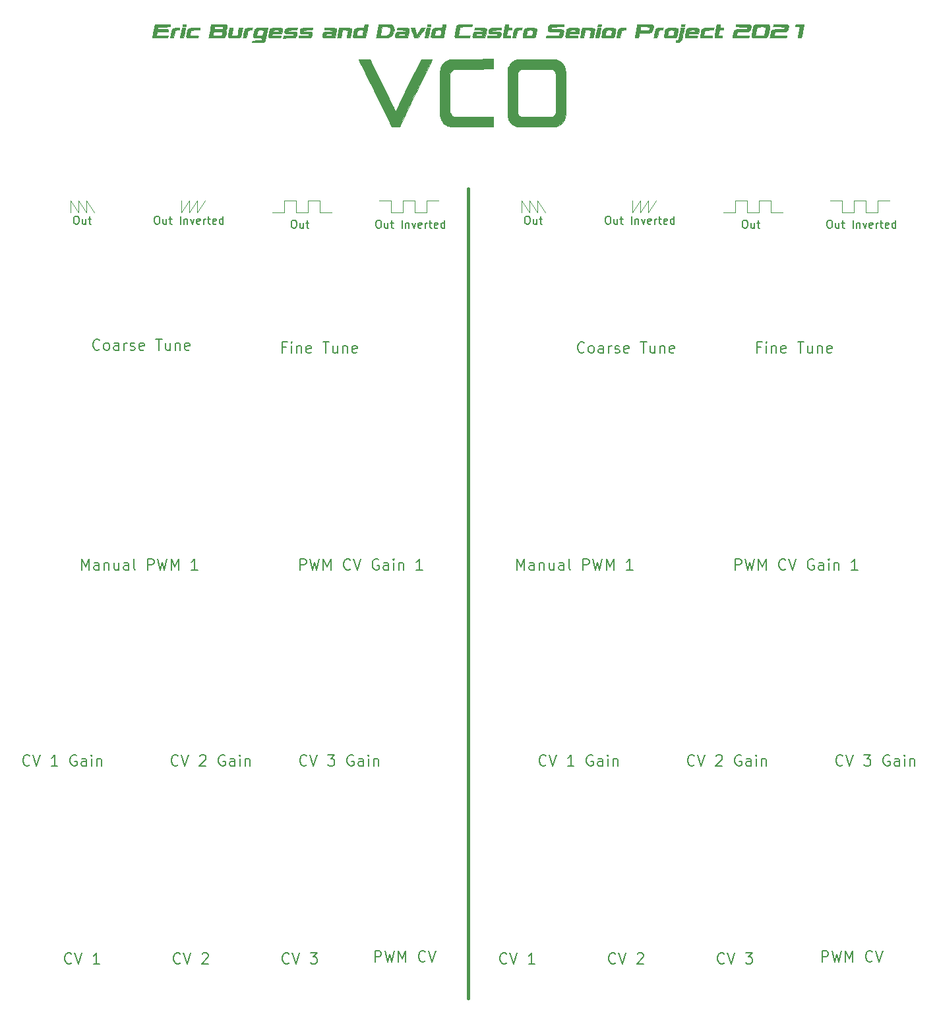
<source format=gto>
%TF.GenerationSoftware,KiCad,Pcbnew,(5.1.12)-1*%
%TF.CreationDate,2021-11-26T16:51:06-08:00*%
%TF.ProjectId,VCO Front Pannel,56434f20-4672-46f6-9e74-2050616e6e65,rev?*%
%TF.SameCoordinates,Original*%
%TF.FileFunction,Legend,Top*%
%TF.FilePolarity,Positive*%
%FSLAX46Y46*%
G04 Gerber Fmt 4.6, Leading zero omitted, Abs format (unit mm)*
G04 Created by KiCad (PCBNEW (5.1.12)-1) date 2021-11-26 16:51:06*
%MOMM*%
%LPD*%
G01*
G04 APERTURE LIST*
%ADD10C,0.150000*%
%ADD11C,0.120000*%
%ADD12C,0.400000*%
%ADD13C,0.010000*%
G04 APERTURE END LIST*
D10*
X99026000Y-96137333D02*
X99026000Y-94737333D01*
X99492666Y-95737333D01*
X99959333Y-94737333D01*
X99959333Y-96137333D01*
X101226000Y-96137333D02*
X101226000Y-95404000D01*
X101159333Y-95270666D01*
X101026000Y-95204000D01*
X100759333Y-95204000D01*
X100626000Y-95270666D01*
X101226000Y-96070666D02*
X101092666Y-96137333D01*
X100759333Y-96137333D01*
X100626000Y-96070666D01*
X100559333Y-95937333D01*
X100559333Y-95804000D01*
X100626000Y-95670666D01*
X100759333Y-95604000D01*
X101092666Y-95604000D01*
X101226000Y-95537333D01*
X101892666Y-95204000D02*
X101892666Y-96137333D01*
X101892666Y-95337333D02*
X101959333Y-95270666D01*
X102092666Y-95204000D01*
X102292666Y-95204000D01*
X102426000Y-95270666D01*
X102492666Y-95404000D01*
X102492666Y-96137333D01*
X103759333Y-95204000D02*
X103759333Y-96137333D01*
X103159333Y-95204000D02*
X103159333Y-95937333D01*
X103226000Y-96070666D01*
X103359333Y-96137333D01*
X103559333Y-96137333D01*
X103692666Y-96070666D01*
X103759333Y-96004000D01*
X105026000Y-96137333D02*
X105026000Y-95404000D01*
X104959333Y-95270666D01*
X104826000Y-95204000D01*
X104559333Y-95204000D01*
X104426000Y-95270666D01*
X105026000Y-96070666D02*
X104892666Y-96137333D01*
X104559333Y-96137333D01*
X104426000Y-96070666D01*
X104359333Y-95937333D01*
X104359333Y-95804000D01*
X104426000Y-95670666D01*
X104559333Y-95604000D01*
X104892666Y-95604000D01*
X105026000Y-95537333D01*
X105892666Y-96137333D02*
X105759333Y-96070666D01*
X105692666Y-95937333D01*
X105692666Y-94737333D01*
X107492666Y-96137333D02*
X107492666Y-94737333D01*
X108026000Y-94737333D01*
X108159333Y-94804000D01*
X108226000Y-94870666D01*
X108292666Y-95004000D01*
X108292666Y-95204000D01*
X108226000Y-95337333D01*
X108159333Y-95404000D01*
X108026000Y-95470666D01*
X107492666Y-95470666D01*
X108759333Y-94737333D02*
X109092666Y-96137333D01*
X109359333Y-95137333D01*
X109626000Y-96137333D01*
X109959333Y-94737333D01*
X110492666Y-96137333D02*
X110492666Y-94737333D01*
X110959333Y-95737333D01*
X111426000Y-94737333D01*
X111426000Y-96137333D01*
X113892666Y-96137333D02*
X113092666Y-96137333D01*
X113492666Y-96137333D02*
X113492666Y-94737333D01*
X113359333Y-94937333D01*
X113226000Y-95070666D01*
X113092666Y-95137333D01*
X127040666Y-96137333D02*
X127040666Y-94737333D01*
X127574000Y-94737333D01*
X127707333Y-94804000D01*
X127774000Y-94870666D01*
X127840666Y-95004000D01*
X127840666Y-95204000D01*
X127774000Y-95337333D01*
X127707333Y-95404000D01*
X127574000Y-95470666D01*
X127040666Y-95470666D01*
X128307333Y-94737333D02*
X128640666Y-96137333D01*
X128907333Y-95137333D01*
X129174000Y-96137333D01*
X129507333Y-94737333D01*
X130040666Y-96137333D02*
X130040666Y-94737333D01*
X130507333Y-95737333D01*
X130974000Y-94737333D01*
X130974000Y-96137333D01*
X133507333Y-96004000D02*
X133440666Y-96070666D01*
X133240666Y-96137333D01*
X133107333Y-96137333D01*
X132907333Y-96070666D01*
X132774000Y-95937333D01*
X132707333Y-95804000D01*
X132640666Y-95537333D01*
X132640666Y-95337333D01*
X132707333Y-95070666D01*
X132774000Y-94937333D01*
X132907333Y-94804000D01*
X133107333Y-94737333D01*
X133240666Y-94737333D01*
X133440666Y-94804000D01*
X133507333Y-94870666D01*
X133907333Y-94737333D02*
X134374000Y-96137333D01*
X134840666Y-94737333D01*
X137107333Y-94804000D02*
X136974000Y-94737333D01*
X136774000Y-94737333D01*
X136574000Y-94804000D01*
X136440666Y-94937333D01*
X136374000Y-95070666D01*
X136307333Y-95337333D01*
X136307333Y-95537333D01*
X136374000Y-95804000D01*
X136440666Y-95937333D01*
X136574000Y-96070666D01*
X136774000Y-96137333D01*
X136907333Y-96137333D01*
X137107333Y-96070666D01*
X137174000Y-96004000D01*
X137174000Y-95537333D01*
X136907333Y-95537333D01*
X138374000Y-96137333D02*
X138374000Y-95404000D01*
X138307333Y-95270666D01*
X138174000Y-95204000D01*
X137907333Y-95204000D01*
X137774000Y-95270666D01*
X138374000Y-96070666D02*
X138240666Y-96137333D01*
X137907333Y-96137333D01*
X137774000Y-96070666D01*
X137707333Y-95937333D01*
X137707333Y-95804000D01*
X137774000Y-95670666D01*
X137907333Y-95604000D01*
X138240666Y-95604000D01*
X138374000Y-95537333D01*
X139040666Y-96137333D02*
X139040666Y-95204000D01*
X139040666Y-94737333D02*
X138974000Y-94804000D01*
X139040666Y-94870666D01*
X139107333Y-94804000D01*
X139040666Y-94737333D01*
X139040666Y-94870666D01*
X139707333Y-95204000D02*
X139707333Y-96137333D01*
X139707333Y-95337333D02*
X139774000Y-95270666D01*
X139907333Y-95204000D01*
X140107333Y-95204000D01*
X140240666Y-95270666D01*
X140307333Y-95404000D01*
X140307333Y-96137333D01*
X142774000Y-96137333D02*
X141974000Y-96137333D01*
X142374000Y-96137333D02*
X142374000Y-94737333D01*
X142240666Y-94937333D01*
X142107333Y-95070666D01*
X141974000Y-95137333D01*
X100258666Y-50760380D02*
X100449142Y-50760380D01*
X100544380Y-50808000D01*
X100639619Y-50903238D01*
X100687238Y-51093714D01*
X100687238Y-51427047D01*
X100639619Y-51617523D01*
X100544380Y-51712761D01*
X100449142Y-51760380D01*
X100258666Y-51760380D01*
X100163428Y-51712761D01*
X100068190Y-51617523D01*
X100020571Y-51427047D01*
X100020571Y-51093714D01*
X100068190Y-50903238D01*
X100163428Y-50808000D01*
X100258666Y-50760380D01*
X101544380Y-51093714D02*
X101544380Y-51760380D01*
X101115809Y-51093714D02*
X101115809Y-51617523D01*
X101163428Y-51712761D01*
X101258666Y-51760380D01*
X101401523Y-51760380D01*
X101496761Y-51712761D01*
X101544380Y-51665142D01*
X101877714Y-51093714D02*
X102258666Y-51093714D01*
X102020571Y-50760380D02*
X102020571Y-51617523D01*
X102068190Y-51712761D01*
X102163428Y-51760380D01*
X102258666Y-51760380D01*
X139065523Y-51268380D02*
X139256000Y-51268380D01*
X139351238Y-51316000D01*
X139446476Y-51411238D01*
X139494095Y-51601714D01*
X139494095Y-51935047D01*
X139446476Y-52125523D01*
X139351238Y-52220761D01*
X139256000Y-52268380D01*
X139065523Y-52268380D01*
X138970285Y-52220761D01*
X138875047Y-52125523D01*
X138827428Y-51935047D01*
X138827428Y-51601714D01*
X138875047Y-51411238D01*
X138970285Y-51316000D01*
X139065523Y-51268380D01*
X140351238Y-51601714D02*
X140351238Y-52268380D01*
X139922666Y-51601714D02*
X139922666Y-52125523D01*
X139970285Y-52220761D01*
X140065523Y-52268380D01*
X140208380Y-52268380D01*
X140303619Y-52220761D01*
X140351238Y-52173142D01*
X140684571Y-51601714D02*
X141065523Y-51601714D01*
X140827428Y-51268380D02*
X140827428Y-52125523D01*
X140875047Y-52220761D01*
X140970285Y-52268380D01*
X141065523Y-52268380D01*
X142160761Y-52268380D02*
X142160761Y-51268380D01*
X142636952Y-51601714D02*
X142636952Y-52268380D01*
X142636952Y-51696952D02*
X142684571Y-51649333D01*
X142779809Y-51601714D01*
X142922666Y-51601714D01*
X143017904Y-51649333D01*
X143065523Y-51744571D01*
X143065523Y-52268380D01*
X143446476Y-51601714D02*
X143684571Y-52268380D01*
X143922666Y-51601714D01*
X144684571Y-52220761D02*
X144589333Y-52268380D01*
X144398857Y-52268380D01*
X144303619Y-52220761D01*
X144256000Y-52125523D01*
X144256000Y-51744571D01*
X144303619Y-51649333D01*
X144398857Y-51601714D01*
X144589333Y-51601714D01*
X144684571Y-51649333D01*
X144732190Y-51744571D01*
X144732190Y-51839809D01*
X144256000Y-51935047D01*
X145160761Y-52268380D02*
X145160761Y-51601714D01*
X145160761Y-51792190D02*
X145208380Y-51696952D01*
X145256000Y-51649333D01*
X145351238Y-51601714D01*
X145446476Y-51601714D01*
X145636952Y-51601714D02*
X146017904Y-51601714D01*
X145779809Y-51268380D02*
X145779809Y-52125523D01*
X145827428Y-52220761D01*
X145922666Y-52268380D01*
X146017904Y-52268380D01*
X146732190Y-52220761D02*
X146636952Y-52268380D01*
X146446476Y-52268380D01*
X146351238Y-52220761D01*
X146303619Y-52125523D01*
X146303619Y-51744571D01*
X146351238Y-51649333D01*
X146446476Y-51601714D01*
X146636952Y-51601714D01*
X146732190Y-51649333D01*
X146779809Y-51744571D01*
X146779809Y-51839809D01*
X146303619Y-51935047D01*
X147636952Y-52268380D02*
X147636952Y-51268380D01*
X147636952Y-52220761D02*
X147541714Y-52268380D01*
X147351238Y-52268380D01*
X147256000Y-52220761D01*
X147208380Y-52173142D01*
X147160761Y-52077904D01*
X147160761Y-51792190D01*
X147208380Y-51696952D01*
X147256000Y-51649333D01*
X147351238Y-51601714D01*
X147541714Y-51601714D01*
X147636952Y-51649333D01*
X128198666Y-51268380D02*
X128389142Y-51268380D01*
X128484380Y-51316000D01*
X128579619Y-51411238D01*
X128627238Y-51601714D01*
X128627238Y-51935047D01*
X128579619Y-52125523D01*
X128484380Y-52220761D01*
X128389142Y-52268380D01*
X128198666Y-52268380D01*
X128103428Y-52220761D01*
X128008190Y-52125523D01*
X127960571Y-51935047D01*
X127960571Y-51601714D01*
X128008190Y-51411238D01*
X128103428Y-51316000D01*
X128198666Y-51268380D01*
X129484380Y-51601714D02*
X129484380Y-52268380D01*
X129055809Y-51601714D02*
X129055809Y-52125523D01*
X129103428Y-52220761D01*
X129198666Y-52268380D01*
X129341523Y-52268380D01*
X129436761Y-52220761D01*
X129484380Y-52173142D01*
X129817714Y-51601714D02*
X130198666Y-51601714D01*
X129960571Y-51268380D02*
X129960571Y-52125523D01*
X130008190Y-52220761D01*
X130103428Y-52268380D01*
X130198666Y-52268380D01*
X110617523Y-50760380D02*
X110808000Y-50760380D01*
X110903238Y-50808000D01*
X110998476Y-50903238D01*
X111046095Y-51093714D01*
X111046095Y-51427047D01*
X110998476Y-51617523D01*
X110903238Y-51712761D01*
X110808000Y-51760380D01*
X110617523Y-51760380D01*
X110522285Y-51712761D01*
X110427047Y-51617523D01*
X110379428Y-51427047D01*
X110379428Y-51093714D01*
X110427047Y-50903238D01*
X110522285Y-50808000D01*
X110617523Y-50760380D01*
X111903238Y-51093714D02*
X111903238Y-51760380D01*
X111474666Y-51093714D02*
X111474666Y-51617523D01*
X111522285Y-51712761D01*
X111617523Y-51760380D01*
X111760380Y-51760380D01*
X111855619Y-51712761D01*
X111903238Y-51665142D01*
X112236571Y-51093714D02*
X112617523Y-51093714D01*
X112379428Y-50760380D02*
X112379428Y-51617523D01*
X112427047Y-51712761D01*
X112522285Y-51760380D01*
X112617523Y-51760380D01*
X113712761Y-51760380D02*
X113712761Y-50760380D01*
X114188952Y-51093714D02*
X114188952Y-51760380D01*
X114188952Y-51188952D02*
X114236571Y-51141333D01*
X114331809Y-51093714D01*
X114474666Y-51093714D01*
X114569904Y-51141333D01*
X114617523Y-51236571D01*
X114617523Y-51760380D01*
X114998476Y-51093714D02*
X115236571Y-51760380D01*
X115474666Y-51093714D01*
X116236571Y-51712761D02*
X116141333Y-51760380D01*
X115950857Y-51760380D01*
X115855619Y-51712761D01*
X115808000Y-51617523D01*
X115808000Y-51236571D01*
X115855619Y-51141333D01*
X115950857Y-51093714D01*
X116141333Y-51093714D01*
X116236571Y-51141333D01*
X116284190Y-51236571D01*
X116284190Y-51331809D01*
X115808000Y-51427047D01*
X116712761Y-51760380D02*
X116712761Y-51093714D01*
X116712761Y-51284190D02*
X116760380Y-51188952D01*
X116808000Y-51141333D01*
X116903238Y-51093714D01*
X116998476Y-51093714D01*
X117188952Y-51093714D02*
X117569904Y-51093714D01*
X117331809Y-50760380D02*
X117331809Y-51617523D01*
X117379428Y-51712761D01*
X117474666Y-51760380D01*
X117569904Y-51760380D01*
X118284190Y-51712761D02*
X118188952Y-51760380D01*
X117998476Y-51760380D01*
X117903238Y-51712761D01*
X117855619Y-51617523D01*
X117855619Y-51236571D01*
X117903238Y-51141333D01*
X117998476Y-51093714D01*
X118188952Y-51093714D01*
X118284190Y-51141333D01*
X118331809Y-51236571D01*
X118331809Y-51331809D01*
X117855619Y-51427047D01*
X119188952Y-51760380D02*
X119188952Y-50760380D01*
X119188952Y-51712761D02*
X119093714Y-51760380D01*
X118903238Y-51760380D01*
X118808000Y-51712761D01*
X118760380Y-51665142D01*
X118712761Y-51569904D01*
X118712761Y-51284190D01*
X118760380Y-51188952D01*
X118808000Y-51141333D01*
X118903238Y-51093714D01*
X119093714Y-51093714D01*
X119188952Y-51141333D01*
D11*
X130048000Y-48768000D02*
X131572000Y-48768000D01*
X139700000Y-48768000D02*
X139192000Y-48768000D01*
X113792000Y-48768000D02*
X113792000Y-50292000D01*
X145288000Y-50292000D02*
X143764000Y-50292000D01*
X115824000Y-48768000D02*
X115824000Y-50292000D01*
X128524000Y-48768000D02*
X128524000Y-50292000D01*
X99568000Y-50292000D02*
X99568000Y-48768000D01*
X131572000Y-48768000D02*
X131572000Y-50292000D01*
X115824000Y-50292000D02*
X116840000Y-48768000D01*
X128524000Y-50292000D02*
X130048000Y-50292000D01*
X140716000Y-50292000D02*
X140716000Y-48768000D01*
X143764000Y-48768000D02*
X142240000Y-48768000D01*
X142240000Y-48768000D02*
X142240000Y-50292000D01*
X145288000Y-48768000D02*
X145288000Y-50292000D01*
X101600000Y-48768000D02*
X102616000Y-50292000D01*
X140716000Y-48768000D02*
X139700000Y-48768000D01*
X130048000Y-50292000D02*
X130048000Y-48768000D01*
X127000000Y-50292000D02*
X127000000Y-48768000D01*
X114808000Y-48768000D02*
X114808000Y-50292000D01*
X100584000Y-50292000D02*
X100584000Y-48768000D01*
X113792000Y-50292000D02*
X114808000Y-48768000D01*
X132588000Y-50292000D02*
X133096000Y-50292000D01*
X131572000Y-50292000D02*
X132588000Y-50292000D01*
X114808000Y-50292000D02*
X115824000Y-48768000D01*
X125476000Y-50292000D02*
X127000000Y-50292000D01*
X146812000Y-48768000D02*
X145288000Y-48768000D01*
X99568000Y-48768000D02*
X100584000Y-50292000D01*
X127000000Y-48768000D02*
X128524000Y-48768000D01*
X142240000Y-50292000D02*
X140716000Y-50292000D01*
X101600000Y-50292000D02*
X101600000Y-48768000D01*
X100584000Y-48768000D02*
X101600000Y-50292000D01*
X143764000Y-50292000D02*
X143764000Y-48768000D01*
D10*
X81153523Y-51268380D02*
X81344000Y-51268380D01*
X81439238Y-51316000D01*
X81534476Y-51411238D01*
X81582095Y-51601714D01*
X81582095Y-51935047D01*
X81534476Y-52125523D01*
X81439238Y-52220761D01*
X81344000Y-52268380D01*
X81153523Y-52268380D01*
X81058285Y-52220761D01*
X80963047Y-52125523D01*
X80915428Y-51935047D01*
X80915428Y-51601714D01*
X80963047Y-51411238D01*
X81058285Y-51316000D01*
X81153523Y-51268380D01*
X82439238Y-51601714D02*
X82439238Y-52268380D01*
X82010666Y-51601714D02*
X82010666Y-52125523D01*
X82058285Y-52220761D01*
X82153523Y-52268380D01*
X82296380Y-52268380D01*
X82391619Y-52220761D01*
X82439238Y-52173142D01*
X82772571Y-51601714D02*
X83153523Y-51601714D01*
X82915428Y-51268380D02*
X82915428Y-52125523D01*
X82963047Y-52220761D01*
X83058285Y-52268380D01*
X83153523Y-52268380D01*
X84248761Y-52268380D02*
X84248761Y-51268380D01*
X84724952Y-51601714D02*
X84724952Y-52268380D01*
X84724952Y-51696952D02*
X84772571Y-51649333D01*
X84867809Y-51601714D01*
X85010666Y-51601714D01*
X85105904Y-51649333D01*
X85153523Y-51744571D01*
X85153523Y-52268380D01*
X85534476Y-51601714D02*
X85772571Y-52268380D01*
X86010666Y-51601714D01*
X86772571Y-52220761D02*
X86677333Y-52268380D01*
X86486857Y-52268380D01*
X86391619Y-52220761D01*
X86344000Y-52125523D01*
X86344000Y-51744571D01*
X86391619Y-51649333D01*
X86486857Y-51601714D01*
X86677333Y-51601714D01*
X86772571Y-51649333D01*
X86820190Y-51744571D01*
X86820190Y-51839809D01*
X86344000Y-51935047D01*
X87248761Y-52268380D02*
X87248761Y-51601714D01*
X87248761Y-51792190D02*
X87296380Y-51696952D01*
X87344000Y-51649333D01*
X87439238Y-51601714D01*
X87534476Y-51601714D01*
X87724952Y-51601714D02*
X88105904Y-51601714D01*
X87867809Y-51268380D02*
X87867809Y-52125523D01*
X87915428Y-52220761D01*
X88010666Y-52268380D01*
X88105904Y-52268380D01*
X88820190Y-52220761D02*
X88724952Y-52268380D01*
X88534476Y-52268380D01*
X88439238Y-52220761D01*
X88391619Y-52125523D01*
X88391619Y-51744571D01*
X88439238Y-51649333D01*
X88534476Y-51601714D01*
X88724952Y-51601714D01*
X88820190Y-51649333D01*
X88867809Y-51744571D01*
X88867809Y-51839809D01*
X88391619Y-51935047D01*
X89724952Y-52268380D02*
X89724952Y-51268380D01*
X89724952Y-52220761D02*
X89629714Y-52268380D01*
X89439238Y-52268380D01*
X89344000Y-52220761D01*
X89296380Y-52173142D01*
X89248761Y-52077904D01*
X89248761Y-51792190D01*
X89296380Y-51696952D01*
X89344000Y-51649333D01*
X89439238Y-51601714D01*
X89629714Y-51601714D01*
X89724952Y-51649333D01*
X70286666Y-51268380D02*
X70477142Y-51268380D01*
X70572380Y-51316000D01*
X70667619Y-51411238D01*
X70715238Y-51601714D01*
X70715238Y-51935047D01*
X70667619Y-52125523D01*
X70572380Y-52220761D01*
X70477142Y-52268380D01*
X70286666Y-52268380D01*
X70191428Y-52220761D01*
X70096190Y-52125523D01*
X70048571Y-51935047D01*
X70048571Y-51601714D01*
X70096190Y-51411238D01*
X70191428Y-51316000D01*
X70286666Y-51268380D01*
X71572380Y-51601714D02*
X71572380Y-52268380D01*
X71143809Y-51601714D02*
X71143809Y-52125523D01*
X71191428Y-52220761D01*
X71286666Y-52268380D01*
X71429523Y-52268380D01*
X71524761Y-52220761D01*
X71572380Y-52173142D01*
X71905714Y-51601714D02*
X72286666Y-51601714D01*
X72048571Y-51268380D02*
X72048571Y-52125523D01*
X72096190Y-52220761D01*
X72191428Y-52268380D01*
X72286666Y-52268380D01*
X52705523Y-50760380D02*
X52896000Y-50760380D01*
X52991238Y-50808000D01*
X53086476Y-50903238D01*
X53134095Y-51093714D01*
X53134095Y-51427047D01*
X53086476Y-51617523D01*
X52991238Y-51712761D01*
X52896000Y-51760380D01*
X52705523Y-51760380D01*
X52610285Y-51712761D01*
X52515047Y-51617523D01*
X52467428Y-51427047D01*
X52467428Y-51093714D01*
X52515047Y-50903238D01*
X52610285Y-50808000D01*
X52705523Y-50760380D01*
X53991238Y-51093714D02*
X53991238Y-51760380D01*
X53562666Y-51093714D02*
X53562666Y-51617523D01*
X53610285Y-51712761D01*
X53705523Y-51760380D01*
X53848380Y-51760380D01*
X53943619Y-51712761D01*
X53991238Y-51665142D01*
X54324571Y-51093714D02*
X54705523Y-51093714D01*
X54467428Y-50760380D02*
X54467428Y-51617523D01*
X54515047Y-51712761D01*
X54610285Y-51760380D01*
X54705523Y-51760380D01*
X55800761Y-51760380D02*
X55800761Y-50760380D01*
X56276952Y-51093714D02*
X56276952Y-51760380D01*
X56276952Y-51188952D02*
X56324571Y-51141333D01*
X56419809Y-51093714D01*
X56562666Y-51093714D01*
X56657904Y-51141333D01*
X56705523Y-51236571D01*
X56705523Y-51760380D01*
X57086476Y-51093714D02*
X57324571Y-51760380D01*
X57562666Y-51093714D01*
X58324571Y-51712761D02*
X58229333Y-51760380D01*
X58038857Y-51760380D01*
X57943619Y-51712761D01*
X57896000Y-51617523D01*
X57896000Y-51236571D01*
X57943619Y-51141333D01*
X58038857Y-51093714D01*
X58229333Y-51093714D01*
X58324571Y-51141333D01*
X58372190Y-51236571D01*
X58372190Y-51331809D01*
X57896000Y-51427047D01*
X58800761Y-51760380D02*
X58800761Y-51093714D01*
X58800761Y-51284190D02*
X58848380Y-51188952D01*
X58896000Y-51141333D01*
X58991238Y-51093714D01*
X59086476Y-51093714D01*
X59276952Y-51093714D02*
X59657904Y-51093714D01*
X59419809Y-50760380D02*
X59419809Y-51617523D01*
X59467428Y-51712761D01*
X59562666Y-51760380D01*
X59657904Y-51760380D01*
X60372190Y-51712761D02*
X60276952Y-51760380D01*
X60086476Y-51760380D01*
X59991238Y-51712761D01*
X59943619Y-51617523D01*
X59943619Y-51236571D01*
X59991238Y-51141333D01*
X60086476Y-51093714D01*
X60276952Y-51093714D01*
X60372190Y-51141333D01*
X60419809Y-51236571D01*
X60419809Y-51331809D01*
X59943619Y-51427047D01*
X61276952Y-51760380D02*
X61276952Y-50760380D01*
X61276952Y-51712761D02*
X61181714Y-51760380D01*
X60991238Y-51760380D01*
X60896000Y-51712761D01*
X60848380Y-51665142D01*
X60800761Y-51569904D01*
X60800761Y-51284190D01*
X60848380Y-51188952D01*
X60896000Y-51141333D01*
X60991238Y-51093714D01*
X61181714Y-51093714D01*
X61276952Y-51141333D01*
X42346666Y-50760380D02*
X42537142Y-50760380D01*
X42632380Y-50808000D01*
X42727619Y-50903238D01*
X42775238Y-51093714D01*
X42775238Y-51427047D01*
X42727619Y-51617523D01*
X42632380Y-51712761D01*
X42537142Y-51760380D01*
X42346666Y-51760380D01*
X42251428Y-51712761D01*
X42156190Y-51617523D01*
X42108571Y-51427047D01*
X42108571Y-51093714D01*
X42156190Y-50903238D01*
X42251428Y-50808000D01*
X42346666Y-50760380D01*
X43632380Y-51093714D02*
X43632380Y-51760380D01*
X43203809Y-51093714D02*
X43203809Y-51617523D01*
X43251428Y-51712761D01*
X43346666Y-51760380D01*
X43489523Y-51760380D01*
X43584761Y-51712761D01*
X43632380Y-51665142D01*
X43965714Y-51093714D02*
X44346666Y-51093714D01*
X44108571Y-50760380D02*
X44108571Y-51617523D01*
X44156190Y-51712761D01*
X44251428Y-51760380D01*
X44346666Y-51760380D01*
D11*
X84328000Y-50292000D02*
X82804000Y-50292000D01*
X85852000Y-50292000D02*
X85852000Y-48768000D01*
X82804000Y-50292000D02*
X82804000Y-48768000D01*
X85852000Y-48768000D02*
X84328000Y-48768000D01*
X84328000Y-48768000D02*
X84328000Y-50292000D01*
X87376000Y-48768000D02*
X87376000Y-50292000D01*
X81788000Y-48768000D02*
X81280000Y-48768000D01*
X82804000Y-48768000D02*
X81788000Y-48768000D01*
X88900000Y-48768000D02*
X87376000Y-48768000D01*
X87376000Y-50292000D02*
X85852000Y-50292000D01*
X74676000Y-50292000D02*
X75184000Y-50292000D01*
X73660000Y-50292000D02*
X74676000Y-50292000D01*
X73660000Y-48768000D02*
X73660000Y-50292000D01*
X72136000Y-48768000D02*
X73660000Y-48768000D01*
X72136000Y-50292000D02*
X72136000Y-48768000D01*
X70612000Y-50292000D02*
X72136000Y-50292000D01*
X70612000Y-48768000D02*
X70612000Y-50292000D01*
X69088000Y-48768000D02*
X70612000Y-48768000D01*
X69088000Y-50292000D02*
X69088000Y-48768000D01*
X67564000Y-50292000D02*
X69088000Y-50292000D01*
X57912000Y-50292000D02*
X58928000Y-48768000D01*
X57912000Y-48768000D02*
X57912000Y-50292000D01*
X56896000Y-50292000D02*
X57912000Y-48768000D01*
X56896000Y-48768000D02*
X56896000Y-50292000D01*
X55880000Y-50292000D02*
X56896000Y-48768000D01*
X55880000Y-48768000D02*
X55880000Y-50292000D01*
X43688000Y-48768000D02*
X44704000Y-50292000D01*
X43688000Y-50292000D02*
X43688000Y-48768000D01*
X42672000Y-48768000D02*
X43688000Y-50292000D01*
X42672000Y-50292000D02*
X42672000Y-48768000D01*
X41656000Y-48768000D02*
X42672000Y-50292000D01*
X41656000Y-50292000D02*
X41656000Y-48768000D01*
D10*
X130320000Y-67570000D02*
X129853333Y-67570000D01*
X129853333Y-68303333D02*
X129853333Y-66903333D01*
X130520000Y-66903333D01*
X131053333Y-68303333D02*
X131053333Y-67370000D01*
X131053333Y-66903333D02*
X130986666Y-66970000D01*
X131053333Y-67036666D01*
X131120000Y-66970000D01*
X131053333Y-66903333D01*
X131053333Y-67036666D01*
X131720000Y-67370000D02*
X131720000Y-68303333D01*
X131720000Y-67503333D02*
X131786666Y-67436666D01*
X131920000Y-67370000D01*
X132120000Y-67370000D01*
X132253333Y-67436666D01*
X132320000Y-67570000D01*
X132320000Y-68303333D01*
X133520000Y-68236666D02*
X133386666Y-68303333D01*
X133120000Y-68303333D01*
X132986666Y-68236666D01*
X132920000Y-68103333D01*
X132920000Y-67570000D01*
X132986666Y-67436666D01*
X133120000Y-67370000D01*
X133386666Y-67370000D01*
X133520000Y-67436666D01*
X133586666Y-67570000D01*
X133586666Y-67703333D01*
X132920000Y-67836666D01*
X135053333Y-66903333D02*
X135853333Y-66903333D01*
X135453333Y-68303333D02*
X135453333Y-66903333D01*
X136920000Y-67370000D02*
X136920000Y-68303333D01*
X136320000Y-67370000D02*
X136320000Y-68103333D01*
X136386666Y-68236666D01*
X136520000Y-68303333D01*
X136720000Y-68303333D01*
X136853333Y-68236666D01*
X136920000Y-68170000D01*
X137586666Y-67370000D02*
X137586666Y-68303333D01*
X137586666Y-67503333D02*
X137653333Y-67436666D01*
X137786666Y-67370000D01*
X137986666Y-67370000D01*
X138120000Y-67436666D01*
X138186666Y-67570000D01*
X138186666Y-68303333D01*
X139386666Y-68236666D02*
X139253333Y-68303333D01*
X138986666Y-68303333D01*
X138853333Y-68236666D01*
X138786666Y-68103333D01*
X138786666Y-67570000D01*
X138853333Y-67436666D01*
X138986666Y-67370000D01*
X139253333Y-67370000D01*
X139386666Y-67436666D01*
X139453333Y-67570000D01*
X139453333Y-67703333D01*
X138786666Y-67836666D01*
X107663333Y-68170000D02*
X107596666Y-68236666D01*
X107396666Y-68303333D01*
X107263333Y-68303333D01*
X107063333Y-68236666D01*
X106930000Y-68103333D01*
X106863333Y-67970000D01*
X106796666Y-67703333D01*
X106796666Y-67503333D01*
X106863333Y-67236666D01*
X106930000Y-67103333D01*
X107063333Y-66970000D01*
X107263333Y-66903333D01*
X107396666Y-66903333D01*
X107596666Y-66970000D01*
X107663333Y-67036666D01*
X108463333Y-68303333D02*
X108330000Y-68236666D01*
X108263333Y-68170000D01*
X108196666Y-68036666D01*
X108196666Y-67636666D01*
X108263333Y-67503333D01*
X108330000Y-67436666D01*
X108463333Y-67370000D01*
X108663333Y-67370000D01*
X108796666Y-67436666D01*
X108863333Y-67503333D01*
X108930000Y-67636666D01*
X108930000Y-68036666D01*
X108863333Y-68170000D01*
X108796666Y-68236666D01*
X108663333Y-68303333D01*
X108463333Y-68303333D01*
X110130000Y-68303333D02*
X110130000Y-67570000D01*
X110063333Y-67436666D01*
X109930000Y-67370000D01*
X109663333Y-67370000D01*
X109530000Y-67436666D01*
X110130000Y-68236666D02*
X109996666Y-68303333D01*
X109663333Y-68303333D01*
X109530000Y-68236666D01*
X109463333Y-68103333D01*
X109463333Y-67970000D01*
X109530000Y-67836666D01*
X109663333Y-67770000D01*
X109996666Y-67770000D01*
X110130000Y-67703333D01*
X110796666Y-68303333D02*
X110796666Y-67370000D01*
X110796666Y-67636666D02*
X110863333Y-67503333D01*
X110930000Y-67436666D01*
X111063333Y-67370000D01*
X111196666Y-67370000D01*
X111596666Y-68236666D02*
X111730000Y-68303333D01*
X111996666Y-68303333D01*
X112130000Y-68236666D01*
X112196666Y-68103333D01*
X112196666Y-68036666D01*
X112130000Y-67903333D01*
X111996666Y-67836666D01*
X111796666Y-67836666D01*
X111663333Y-67770000D01*
X111596666Y-67636666D01*
X111596666Y-67570000D01*
X111663333Y-67436666D01*
X111796666Y-67370000D01*
X111996666Y-67370000D01*
X112130000Y-67436666D01*
X113330000Y-68236666D02*
X113196666Y-68303333D01*
X112930000Y-68303333D01*
X112796666Y-68236666D01*
X112730000Y-68103333D01*
X112730000Y-67570000D01*
X112796666Y-67436666D01*
X112930000Y-67370000D01*
X113196666Y-67370000D01*
X113330000Y-67436666D01*
X113396666Y-67570000D01*
X113396666Y-67703333D01*
X112730000Y-67836666D01*
X114863333Y-66903333D02*
X115663333Y-66903333D01*
X115263333Y-68303333D02*
X115263333Y-66903333D01*
X116730000Y-67370000D02*
X116730000Y-68303333D01*
X116130000Y-67370000D02*
X116130000Y-68103333D01*
X116196666Y-68236666D01*
X116330000Y-68303333D01*
X116530000Y-68303333D01*
X116663333Y-68236666D01*
X116730000Y-68170000D01*
X117396666Y-67370000D02*
X117396666Y-68303333D01*
X117396666Y-67503333D02*
X117463333Y-67436666D01*
X117596666Y-67370000D01*
X117796666Y-67370000D01*
X117930000Y-67436666D01*
X117996666Y-67570000D01*
X117996666Y-68303333D01*
X119196666Y-68236666D02*
X119063333Y-68303333D01*
X118796666Y-68303333D01*
X118663333Y-68236666D01*
X118596666Y-68103333D01*
X118596666Y-67570000D01*
X118663333Y-67436666D01*
X118796666Y-67370000D01*
X119063333Y-67370000D01*
X119196666Y-67436666D01*
X119263333Y-67570000D01*
X119263333Y-67703333D01*
X118596666Y-67836666D01*
X69360000Y-67570000D02*
X68893333Y-67570000D01*
X68893333Y-68303333D02*
X68893333Y-66903333D01*
X69560000Y-66903333D01*
X70093333Y-68303333D02*
X70093333Y-67370000D01*
X70093333Y-66903333D02*
X70026666Y-66970000D01*
X70093333Y-67036666D01*
X70160000Y-66970000D01*
X70093333Y-66903333D01*
X70093333Y-67036666D01*
X70760000Y-67370000D02*
X70760000Y-68303333D01*
X70760000Y-67503333D02*
X70826666Y-67436666D01*
X70960000Y-67370000D01*
X71160000Y-67370000D01*
X71293333Y-67436666D01*
X71360000Y-67570000D01*
X71360000Y-68303333D01*
X72560000Y-68236666D02*
X72426666Y-68303333D01*
X72160000Y-68303333D01*
X72026666Y-68236666D01*
X71960000Y-68103333D01*
X71960000Y-67570000D01*
X72026666Y-67436666D01*
X72160000Y-67370000D01*
X72426666Y-67370000D01*
X72560000Y-67436666D01*
X72626666Y-67570000D01*
X72626666Y-67703333D01*
X71960000Y-67836666D01*
X74093333Y-66903333D02*
X74893333Y-66903333D01*
X74493333Y-68303333D02*
X74493333Y-66903333D01*
X75960000Y-67370000D02*
X75960000Y-68303333D01*
X75360000Y-67370000D02*
X75360000Y-68103333D01*
X75426666Y-68236666D01*
X75560000Y-68303333D01*
X75760000Y-68303333D01*
X75893333Y-68236666D01*
X75960000Y-68170000D01*
X76626666Y-67370000D02*
X76626666Y-68303333D01*
X76626666Y-67503333D02*
X76693333Y-67436666D01*
X76826666Y-67370000D01*
X77026666Y-67370000D01*
X77160000Y-67436666D01*
X77226666Y-67570000D01*
X77226666Y-68303333D01*
X78426666Y-68236666D02*
X78293333Y-68303333D01*
X78026666Y-68303333D01*
X77893333Y-68236666D01*
X77826666Y-68103333D01*
X77826666Y-67570000D01*
X77893333Y-67436666D01*
X78026666Y-67370000D01*
X78293333Y-67370000D01*
X78426666Y-67436666D01*
X78493333Y-67570000D01*
X78493333Y-67703333D01*
X77826666Y-67836666D01*
X45433333Y-67810000D02*
X45366666Y-67876666D01*
X45166666Y-67943333D01*
X45033333Y-67943333D01*
X44833333Y-67876666D01*
X44700000Y-67743333D01*
X44633333Y-67610000D01*
X44566666Y-67343333D01*
X44566666Y-67143333D01*
X44633333Y-66876666D01*
X44700000Y-66743333D01*
X44833333Y-66610000D01*
X45033333Y-66543333D01*
X45166666Y-66543333D01*
X45366666Y-66610000D01*
X45433333Y-66676666D01*
X46233333Y-67943333D02*
X46100000Y-67876666D01*
X46033333Y-67810000D01*
X45966666Y-67676666D01*
X45966666Y-67276666D01*
X46033333Y-67143333D01*
X46100000Y-67076666D01*
X46233333Y-67010000D01*
X46433333Y-67010000D01*
X46566666Y-67076666D01*
X46633333Y-67143333D01*
X46700000Y-67276666D01*
X46700000Y-67676666D01*
X46633333Y-67810000D01*
X46566666Y-67876666D01*
X46433333Y-67943333D01*
X46233333Y-67943333D01*
X47900000Y-67943333D02*
X47900000Y-67210000D01*
X47833333Y-67076666D01*
X47700000Y-67010000D01*
X47433333Y-67010000D01*
X47300000Y-67076666D01*
X47900000Y-67876666D02*
X47766666Y-67943333D01*
X47433333Y-67943333D01*
X47300000Y-67876666D01*
X47233333Y-67743333D01*
X47233333Y-67610000D01*
X47300000Y-67476666D01*
X47433333Y-67410000D01*
X47766666Y-67410000D01*
X47900000Y-67343333D01*
X48566666Y-67943333D02*
X48566666Y-67010000D01*
X48566666Y-67276666D02*
X48633333Y-67143333D01*
X48700000Y-67076666D01*
X48833333Y-67010000D01*
X48966666Y-67010000D01*
X49366666Y-67876666D02*
X49500000Y-67943333D01*
X49766666Y-67943333D01*
X49900000Y-67876666D01*
X49966666Y-67743333D01*
X49966666Y-67676666D01*
X49900000Y-67543333D01*
X49766666Y-67476666D01*
X49566666Y-67476666D01*
X49433333Y-67410000D01*
X49366666Y-67276666D01*
X49366666Y-67210000D01*
X49433333Y-67076666D01*
X49566666Y-67010000D01*
X49766666Y-67010000D01*
X49900000Y-67076666D01*
X51100000Y-67876666D02*
X50966666Y-67943333D01*
X50700000Y-67943333D01*
X50566666Y-67876666D01*
X50500000Y-67743333D01*
X50500000Y-67210000D01*
X50566666Y-67076666D01*
X50700000Y-67010000D01*
X50966666Y-67010000D01*
X51100000Y-67076666D01*
X51166666Y-67210000D01*
X51166666Y-67343333D01*
X50500000Y-67476666D01*
X52633333Y-66543333D02*
X53433333Y-66543333D01*
X53033333Y-67943333D02*
X53033333Y-66543333D01*
X54500000Y-67010000D02*
X54500000Y-67943333D01*
X53900000Y-67010000D02*
X53900000Y-67743333D01*
X53966666Y-67876666D01*
X54100000Y-67943333D01*
X54300000Y-67943333D01*
X54433333Y-67876666D01*
X54500000Y-67810000D01*
X55166666Y-67010000D02*
X55166666Y-67943333D01*
X55166666Y-67143333D02*
X55233333Y-67076666D01*
X55366666Y-67010000D01*
X55566666Y-67010000D01*
X55700000Y-67076666D01*
X55766666Y-67210000D01*
X55766666Y-67943333D01*
X56966666Y-67876666D02*
X56833333Y-67943333D01*
X56566666Y-67943333D01*
X56433333Y-67876666D01*
X56366666Y-67743333D01*
X56366666Y-67210000D01*
X56433333Y-67076666D01*
X56566666Y-67010000D01*
X56833333Y-67010000D01*
X56966666Y-67076666D01*
X57033333Y-67210000D01*
X57033333Y-67343333D01*
X56366666Y-67476666D01*
X102734000Y-121150000D02*
X102667333Y-121216666D01*
X102467333Y-121283333D01*
X102334000Y-121283333D01*
X102134000Y-121216666D01*
X102000666Y-121083333D01*
X101934000Y-120950000D01*
X101867333Y-120683333D01*
X101867333Y-120483333D01*
X101934000Y-120216666D01*
X102000666Y-120083333D01*
X102134000Y-119950000D01*
X102334000Y-119883333D01*
X102467333Y-119883333D01*
X102667333Y-119950000D01*
X102734000Y-120016666D01*
X103134000Y-119883333D02*
X103600666Y-121283333D01*
X104067333Y-119883333D01*
X106334000Y-121283333D02*
X105534000Y-121283333D01*
X105934000Y-121283333D02*
X105934000Y-119883333D01*
X105800666Y-120083333D01*
X105667333Y-120216666D01*
X105534000Y-120283333D01*
X108734000Y-119950000D02*
X108600666Y-119883333D01*
X108400666Y-119883333D01*
X108200666Y-119950000D01*
X108067333Y-120083333D01*
X108000666Y-120216666D01*
X107934000Y-120483333D01*
X107934000Y-120683333D01*
X108000666Y-120950000D01*
X108067333Y-121083333D01*
X108200666Y-121216666D01*
X108400666Y-121283333D01*
X108534000Y-121283333D01*
X108734000Y-121216666D01*
X108800666Y-121150000D01*
X108800666Y-120683333D01*
X108534000Y-120683333D01*
X110000666Y-121283333D02*
X110000666Y-120550000D01*
X109934000Y-120416666D01*
X109800666Y-120350000D01*
X109534000Y-120350000D01*
X109400666Y-120416666D01*
X110000666Y-121216666D02*
X109867333Y-121283333D01*
X109534000Y-121283333D01*
X109400666Y-121216666D01*
X109334000Y-121083333D01*
X109334000Y-120950000D01*
X109400666Y-120816666D01*
X109534000Y-120750000D01*
X109867333Y-120750000D01*
X110000666Y-120683333D01*
X110667333Y-121283333D02*
X110667333Y-120350000D01*
X110667333Y-119883333D02*
X110600666Y-119950000D01*
X110667333Y-120016666D01*
X110734000Y-119950000D01*
X110667333Y-119883333D01*
X110667333Y-120016666D01*
X111334000Y-120350000D02*
X111334000Y-121283333D01*
X111334000Y-120483333D02*
X111400666Y-120416666D01*
X111534000Y-120350000D01*
X111734000Y-120350000D01*
X111867333Y-120416666D01*
X111934000Y-120550000D01*
X111934000Y-121283333D01*
X140834000Y-121150000D02*
X140767333Y-121216666D01*
X140567333Y-121283333D01*
X140434000Y-121283333D01*
X140234000Y-121216666D01*
X140100666Y-121083333D01*
X140034000Y-120950000D01*
X139967333Y-120683333D01*
X139967333Y-120483333D01*
X140034000Y-120216666D01*
X140100666Y-120083333D01*
X140234000Y-119950000D01*
X140434000Y-119883333D01*
X140567333Y-119883333D01*
X140767333Y-119950000D01*
X140834000Y-120016666D01*
X141234000Y-119883333D02*
X141700666Y-121283333D01*
X142167333Y-119883333D01*
X143567333Y-119883333D02*
X144434000Y-119883333D01*
X143967333Y-120416666D01*
X144167333Y-120416666D01*
X144300666Y-120483333D01*
X144367333Y-120550000D01*
X144434000Y-120683333D01*
X144434000Y-121016666D01*
X144367333Y-121150000D01*
X144300666Y-121216666D01*
X144167333Y-121283333D01*
X143767333Y-121283333D01*
X143634000Y-121216666D01*
X143567333Y-121150000D01*
X146834000Y-119950000D02*
X146700666Y-119883333D01*
X146500666Y-119883333D01*
X146300666Y-119950000D01*
X146167333Y-120083333D01*
X146100666Y-120216666D01*
X146034000Y-120483333D01*
X146034000Y-120683333D01*
X146100666Y-120950000D01*
X146167333Y-121083333D01*
X146300666Y-121216666D01*
X146500666Y-121283333D01*
X146634000Y-121283333D01*
X146834000Y-121216666D01*
X146900666Y-121150000D01*
X146900666Y-120683333D01*
X146634000Y-120683333D01*
X148100666Y-121283333D02*
X148100666Y-120550000D01*
X148034000Y-120416666D01*
X147900666Y-120350000D01*
X147634000Y-120350000D01*
X147500666Y-120416666D01*
X148100666Y-121216666D02*
X147967333Y-121283333D01*
X147634000Y-121283333D01*
X147500666Y-121216666D01*
X147434000Y-121083333D01*
X147434000Y-120950000D01*
X147500666Y-120816666D01*
X147634000Y-120750000D01*
X147967333Y-120750000D01*
X148100666Y-120683333D01*
X148767333Y-121283333D02*
X148767333Y-120350000D01*
X148767333Y-119883333D02*
X148700666Y-119950000D01*
X148767333Y-120016666D01*
X148834000Y-119950000D01*
X148767333Y-119883333D01*
X148767333Y-120016666D01*
X149434000Y-120350000D02*
X149434000Y-121283333D01*
X149434000Y-120483333D02*
X149500666Y-120416666D01*
X149634000Y-120350000D01*
X149834000Y-120350000D01*
X149967333Y-120416666D01*
X150034000Y-120550000D01*
X150034000Y-121283333D01*
X121784000Y-121150000D02*
X121717333Y-121216666D01*
X121517333Y-121283333D01*
X121384000Y-121283333D01*
X121184000Y-121216666D01*
X121050666Y-121083333D01*
X120984000Y-120950000D01*
X120917333Y-120683333D01*
X120917333Y-120483333D01*
X120984000Y-120216666D01*
X121050666Y-120083333D01*
X121184000Y-119950000D01*
X121384000Y-119883333D01*
X121517333Y-119883333D01*
X121717333Y-119950000D01*
X121784000Y-120016666D01*
X122184000Y-119883333D02*
X122650666Y-121283333D01*
X123117333Y-119883333D01*
X124584000Y-120016666D02*
X124650666Y-119950000D01*
X124784000Y-119883333D01*
X125117333Y-119883333D01*
X125250666Y-119950000D01*
X125317333Y-120016666D01*
X125384000Y-120150000D01*
X125384000Y-120283333D01*
X125317333Y-120483333D01*
X124517333Y-121283333D01*
X125384000Y-121283333D01*
X127784000Y-119950000D02*
X127650666Y-119883333D01*
X127450666Y-119883333D01*
X127250666Y-119950000D01*
X127117333Y-120083333D01*
X127050666Y-120216666D01*
X126984000Y-120483333D01*
X126984000Y-120683333D01*
X127050666Y-120950000D01*
X127117333Y-121083333D01*
X127250666Y-121216666D01*
X127450666Y-121283333D01*
X127584000Y-121283333D01*
X127784000Y-121216666D01*
X127850666Y-121150000D01*
X127850666Y-120683333D01*
X127584000Y-120683333D01*
X129050666Y-121283333D02*
X129050666Y-120550000D01*
X128984000Y-120416666D01*
X128850666Y-120350000D01*
X128584000Y-120350000D01*
X128450666Y-120416666D01*
X129050666Y-121216666D02*
X128917333Y-121283333D01*
X128584000Y-121283333D01*
X128450666Y-121216666D01*
X128384000Y-121083333D01*
X128384000Y-120950000D01*
X128450666Y-120816666D01*
X128584000Y-120750000D01*
X128917333Y-120750000D01*
X129050666Y-120683333D01*
X129717333Y-121283333D02*
X129717333Y-120350000D01*
X129717333Y-119883333D02*
X129650666Y-119950000D01*
X129717333Y-120016666D01*
X129784000Y-119950000D01*
X129717333Y-119883333D01*
X129717333Y-120016666D01*
X130384000Y-120350000D02*
X130384000Y-121283333D01*
X130384000Y-120483333D02*
X130450666Y-120416666D01*
X130584000Y-120350000D01*
X130784000Y-120350000D01*
X130917333Y-120416666D01*
X130984000Y-120550000D01*
X130984000Y-121283333D01*
X138186000Y-146429333D02*
X138186000Y-145029333D01*
X138719333Y-145029333D01*
X138852666Y-145096000D01*
X138919333Y-145162666D01*
X138986000Y-145296000D01*
X138986000Y-145496000D01*
X138919333Y-145629333D01*
X138852666Y-145696000D01*
X138719333Y-145762666D01*
X138186000Y-145762666D01*
X139452666Y-145029333D02*
X139786000Y-146429333D01*
X140052666Y-145429333D01*
X140319333Y-146429333D01*
X140652666Y-145029333D01*
X141186000Y-146429333D02*
X141186000Y-145029333D01*
X141652666Y-146029333D01*
X142119333Y-145029333D01*
X142119333Y-146429333D01*
X144652666Y-146296000D02*
X144586000Y-146362666D01*
X144386000Y-146429333D01*
X144252666Y-146429333D01*
X144052666Y-146362666D01*
X143919333Y-146229333D01*
X143852666Y-146096000D01*
X143786000Y-145829333D01*
X143786000Y-145629333D01*
X143852666Y-145362666D01*
X143919333Y-145229333D01*
X144052666Y-145096000D01*
X144252666Y-145029333D01*
X144386000Y-145029333D01*
X144586000Y-145096000D01*
X144652666Y-145162666D01*
X145052666Y-145029333D02*
X145519333Y-146429333D01*
X145986000Y-145029333D01*
X125633333Y-146550000D02*
X125566666Y-146616666D01*
X125366666Y-146683333D01*
X125233333Y-146683333D01*
X125033333Y-146616666D01*
X124900000Y-146483333D01*
X124833333Y-146350000D01*
X124766666Y-146083333D01*
X124766666Y-145883333D01*
X124833333Y-145616666D01*
X124900000Y-145483333D01*
X125033333Y-145350000D01*
X125233333Y-145283333D01*
X125366666Y-145283333D01*
X125566666Y-145350000D01*
X125633333Y-145416666D01*
X126033333Y-145283333D02*
X126500000Y-146683333D01*
X126966666Y-145283333D01*
X128366666Y-145283333D02*
X129233333Y-145283333D01*
X128766666Y-145816666D01*
X128966666Y-145816666D01*
X129100000Y-145883333D01*
X129166666Y-145950000D01*
X129233333Y-146083333D01*
X129233333Y-146416666D01*
X129166666Y-146550000D01*
X129100000Y-146616666D01*
X128966666Y-146683333D01*
X128566666Y-146683333D01*
X128433333Y-146616666D01*
X128366666Y-146550000D01*
X111663333Y-146550000D02*
X111596666Y-146616666D01*
X111396666Y-146683333D01*
X111263333Y-146683333D01*
X111063333Y-146616666D01*
X110930000Y-146483333D01*
X110863333Y-146350000D01*
X110796666Y-146083333D01*
X110796666Y-145883333D01*
X110863333Y-145616666D01*
X110930000Y-145483333D01*
X111063333Y-145350000D01*
X111263333Y-145283333D01*
X111396666Y-145283333D01*
X111596666Y-145350000D01*
X111663333Y-145416666D01*
X112063333Y-145283333D02*
X112530000Y-146683333D01*
X112996666Y-145283333D01*
X114463333Y-145416666D02*
X114530000Y-145350000D01*
X114663333Y-145283333D01*
X114996666Y-145283333D01*
X115130000Y-145350000D01*
X115196666Y-145416666D01*
X115263333Y-145550000D01*
X115263333Y-145683333D01*
X115196666Y-145883333D01*
X114396666Y-146683333D01*
X115263333Y-146683333D01*
X97693333Y-146550000D02*
X97626666Y-146616666D01*
X97426666Y-146683333D01*
X97293333Y-146683333D01*
X97093333Y-146616666D01*
X96960000Y-146483333D01*
X96893333Y-146350000D01*
X96826666Y-146083333D01*
X96826666Y-145883333D01*
X96893333Y-145616666D01*
X96960000Y-145483333D01*
X97093333Y-145350000D01*
X97293333Y-145283333D01*
X97426666Y-145283333D01*
X97626666Y-145350000D01*
X97693333Y-145416666D01*
X98093333Y-145283333D02*
X98560000Y-146683333D01*
X99026666Y-145283333D01*
X101293333Y-146683333D02*
X100493333Y-146683333D01*
X100893333Y-146683333D02*
X100893333Y-145283333D01*
X100760000Y-145483333D01*
X100626666Y-145616666D01*
X100493333Y-145683333D01*
X72000000Y-121150000D02*
X71933333Y-121216666D01*
X71733333Y-121283333D01*
X71600000Y-121283333D01*
X71400000Y-121216666D01*
X71266666Y-121083333D01*
X71200000Y-120950000D01*
X71133333Y-120683333D01*
X71133333Y-120483333D01*
X71200000Y-120216666D01*
X71266666Y-120083333D01*
X71400000Y-119950000D01*
X71600000Y-119883333D01*
X71733333Y-119883333D01*
X71933333Y-119950000D01*
X72000000Y-120016666D01*
X72400000Y-119883333D02*
X72866666Y-121283333D01*
X73333333Y-119883333D01*
X74733333Y-119883333D02*
X75600000Y-119883333D01*
X75133333Y-120416666D01*
X75333333Y-120416666D01*
X75466666Y-120483333D01*
X75533333Y-120550000D01*
X75600000Y-120683333D01*
X75600000Y-121016666D01*
X75533333Y-121150000D01*
X75466666Y-121216666D01*
X75333333Y-121283333D01*
X74933333Y-121283333D01*
X74800000Y-121216666D01*
X74733333Y-121150000D01*
X78000000Y-119950000D02*
X77866666Y-119883333D01*
X77666666Y-119883333D01*
X77466666Y-119950000D01*
X77333333Y-120083333D01*
X77266666Y-120216666D01*
X77200000Y-120483333D01*
X77200000Y-120683333D01*
X77266666Y-120950000D01*
X77333333Y-121083333D01*
X77466666Y-121216666D01*
X77666666Y-121283333D01*
X77800000Y-121283333D01*
X78000000Y-121216666D01*
X78066666Y-121150000D01*
X78066666Y-120683333D01*
X77800000Y-120683333D01*
X79266666Y-121283333D02*
X79266666Y-120550000D01*
X79200000Y-120416666D01*
X79066666Y-120350000D01*
X78800000Y-120350000D01*
X78666666Y-120416666D01*
X79266666Y-121216666D02*
X79133333Y-121283333D01*
X78800000Y-121283333D01*
X78666666Y-121216666D01*
X78600000Y-121083333D01*
X78600000Y-120950000D01*
X78666666Y-120816666D01*
X78800000Y-120750000D01*
X79133333Y-120750000D01*
X79266666Y-120683333D01*
X79933333Y-121283333D02*
X79933333Y-120350000D01*
X79933333Y-119883333D02*
X79866666Y-119950000D01*
X79933333Y-120016666D01*
X80000000Y-119950000D01*
X79933333Y-119883333D01*
X79933333Y-120016666D01*
X80600000Y-120350000D02*
X80600000Y-121283333D01*
X80600000Y-120483333D02*
X80666666Y-120416666D01*
X80800000Y-120350000D01*
X81000000Y-120350000D01*
X81133333Y-120416666D01*
X81200000Y-120550000D01*
X81200000Y-121283333D01*
X55490000Y-121150000D02*
X55423333Y-121216666D01*
X55223333Y-121283333D01*
X55090000Y-121283333D01*
X54890000Y-121216666D01*
X54756666Y-121083333D01*
X54690000Y-120950000D01*
X54623333Y-120683333D01*
X54623333Y-120483333D01*
X54690000Y-120216666D01*
X54756666Y-120083333D01*
X54890000Y-119950000D01*
X55090000Y-119883333D01*
X55223333Y-119883333D01*
X55423333Y-119950000D01*
X55490000Y-120016666D01*
X55890000Y-119883333D02*
X56356666Y-121283333D01*
X56823333Y-119883333D01*
X58290000Y-120016666D02*
X58356666Y-119950000D01*
X58490000Y-119883333D01*
X58823333Y-119883333D01*
X58956666Y-119950000D01*
X59023333Y-120016666D01*
X59090000Y-120150000D01*
X59090000Y-120283333D01*
X59023333Y-120483333D01*
X58223333Y-121283333D01*
X59090000Y-121283333D01*
X61490000Y-119950000D02*
X61356666Y-119883333D01*
X61156666Y-119883333D01*
X60956666Y-119950000D01*
X60823333Y-120083333D01*
X60756666Y-120216666D01*
X60690000Y-120483333D01*
X60690000Y-120683333D01*
X60756666Y-120950000D01*
X60823333Y-121083333D01*
X60956666Y-121216666D01*
X61156666Y-121283333D01*
X61290000Y-121283333D01*
X61490000Y-121216666D01*
X61556666Y-121150000D01*
X61556666Y-120683333D01*
X61290000Y-120683333D01*
X62756666Y-121283333D02*
X62756666Y-120550000D01*
X62690000Y-120416666D01*
X62556666Y-120350000D01*
X62290000Y-120350000D01*
X62156666Y-120416666D01*
X62756666Y-121216666D02*
X62623333Y-121283333D01*
X62290000Y-121283333D01*
X62156666Y-121216666D01*
X62090000Y-121083333D01*
X62090000Y-120950000D01*
X62156666Y-120816666D01*
X62290000Y-120750000D01*
X62623333Y-120750000D01*
X62756666Y-120683333D01*
X63423333Y-121283333D02*
X63423333Y-120350000D01*
X63423333Y-119883333D02*
X63356666Y-119950000D01*
X63423333Y-120016666D01*
X63490000Y-119950000D01*
X63423333Y-119883333D01*
X63423333Y-120016666D01*
X64090000Y-120350000D02*
X64090000Y-121283333D01*
X64090000Y-120483333D02*
X64156666Y-120416666D01*
X64290000Y-120350000D01*
X64490000Y-120350000D01*
X64623333Y-120416666D01*
X64690000Y-120550000D01*
X64690000Y-121283333D01*
X36440000Y-121150000D02*
X36373333Y-121216666D01*
X36173333Y-121283333D01*
X36040000Y-121283333D01*
X35840000Y-121216666D01*
X35706666Y-121083333D01*
X35640000Y-120950000D01*
X35573333Y-120683333D01*
X35573333Y-120483333D01*
X35640000Y-120216666D01*
X35706666Y-120083333D01*
X35840000Y-119950000D01*
X36040000Y-119883333D01*
X36173333Y-119883333D01*
X36373333Y-119950000D01*
X36440000Y-120016666D01*
X36840000Y-119883333D02*
X37306666Y-121283333D01*
X37773333Y-119883333D01*
X40040000Y-121283333D02*
X39240000Y-121283333D01*
X39640000Y-121283333D02*
X39640000Y-119883333D01*
X39506666Y-120083333D01*
X39373333Y-120216666D01*
X39240000Y-120283333D01*
X42440000Y-119950000D02*
X42306666Y-119883333D01*
X42106666Y-119883333D01*
X41906666Y-119950000D01*
X41773333Y-120083333D01*
X41706666Y-120216666D01*
X41640000Y-120483333D01*
X41640000Y-120683333D01*
X41706666Y-120950000D01*
X41773333Y-121083333D01*
X41906666Y-121216666D01*
X42106666Y-121283333D01*
X42240000Y-121283333D01*
X42440000Y-121216666D01*
X42506666Y-121150000D01*
X42506666Y-120683333D01*
X42240000Y-120683333D01*
X43706666Y-121283333D02*
X43706666Y-120550000D01*
X43640000Y-120416666D01*
X43506666Y-120350000D01*
X43240000Y-120350000D01*
X43106666Y-120416666D01*
X43706666Y-121216666D02*
X43573333Y-121283333D01*
X43240000Y-121283333D01*
X43106666Y-121216666D01*
X43040000Y-121083333D01*
X43040000Y-120950000D01*
X43106666Y-120816666D01*
X43240000Y-120750000D01*
X43573333Y-120750000D01*
X43706666Y-120683333D01*
X44373333Y-121283333D02*
X44373333Y-120350000D01*
X44373333Y-119883333D02*
X44306666Y-119950000D01*
X44373333Y-120016666D01*
X44440000Y-119950000D01*
X44373333Y-119883333D01*
X44373333Y-120016666D01*
X45040000Y-120350000D02*
X45040000Y-121283333D01*
X45040000Y-120483333D02*
X45106666Y-120416666D01*
X45240000Y-120350000D01*
X45440000Y-120350000D01*
X45573333Y-120416666D01*
X45640000Y-120550000D01*
X45640000Y-121283333D01*
X80782000Y-146429333D02*
X80782000Y-145029333D01*
X81315333Y-145029333D01*
X81448666Y-145096000D01*
X81515333Y-145162666D01*
X81582000Y-145296000D01*
X81582000Y-145496000D01*
X81515333Y-145629333D01*
X81448666Y-145696000D01*
X81315333Y-145762666D01*
X80782000Y-145762666D01*
X82048666Y-145029333D02*
X82382000Y-146429333D01*
X82648666Y-145429333D01*
X82915333Y-146429333D01*
X83248666Y-145029333D01*
X83782000Y-146429333D02*
X83782000Y-145029333D01*
X84248666Y-146029333D01*
X84715333Y-145029333D01*
X84715333Y-146429333D01*
X87248666Y-146296000D02*
X87182000Y-146362666D01*
X86982000Y-146429333D01*
X86848666Y-146429333D01*
X86648666Y-146362666D01*
X86515333Y-146229333D01*
X86448666Y-146096000D01*
X86382000Y-145829333D01*
X86382000Y-145629333D01*
X86448666Y-145362666D01*
X86515333Y-145229333D01*
X86648666Y-145096000D01*
X86848666Y-145029333D01*
X86982000Y-145029333D01*
X87182000Y-145096000D01*
X87248666Y-145162666D01*
X87648666Y-145029333D02*
X88115333Y-146429333D01*
X88582000Y-145029333D01*
D12*
X92710000Y-47200000D02*
X92710000Y-151086000D01*
D10*
X69753333Y-146550000D02*
X69686666Y-146616666D01*
X69486666Y-146683333D01*
X69353333Y-146683333D01*
X69153333Y-146616666D01*
X69020000Y-146483333D01*
X68953333Y-146350000D01*
X68886666Y-146083333D01*
X68886666Y-145883333D01*
X68953333Y-145616666D01*
X69020000Y-145483333D01*
X69153333Y-145350000D01*
X69353333Y-145283333D01*
X69486666Y-145283333D01*
X69686666Y-145350000D01*
X69753333Y-145416666D01*
X70153333Y-145283333D02*
X70620000Y-146683333D01*
X71086666Y-145283333D01*
X72486666Y-145283333D02*
X73353333Y-145283333D01*
X72886666Y-145816666D01*
X73086666Y-145816666D01*
X73220000Y-145883333D01*
X73286666Y-145950000D01*
X73353333Y-146083333D01*
X73353333Y-146416666D01*
X73286666Y-146550000D01*
X73220000Y-146616666D01*
X73086666Y-146683333D01*
X72686666Y-146683333D01*
X72553333Y-146616666D01*
X72486666Y-146550000D01*
X55783333Y-146550000D02*
X55716666Y-146616666D01*
X55516666Y-146683333D01*
X55383333Y-146683333D01*
X55183333Y-146616666D01*
X55050000Y-146483333D01*
X54983333Y-146350000D01*
X54916666Y-146083333D01*
X54916666Y-145883333D01*
X54983333Y-145616666D01*
X55050000Y-145483333D01*
X55183333Y-145350000D01*
X55383333Y-145283333D01*
X55516666Y-145283333D01*
X55716666Y-145350000D01*
X55783333Y-145416666D01*
X56183333Y-145283333D02*
X56650000Y-146683333D01*
X57116666Y-145283333D01*
X58583333Y-145416666D02*
X58650000Y-145350000D01*
X58783333Y-145283333D01*
X59116666Y-145283333D01*
X59250000Y-145350000D01*
X59316666Y-145416666D01*
X59383333Y-145550000D01*
X59383333Y-145683333D01*
X59316666Y-145883333D01*
X58516666Y-146683333D01*
X59383333Y-146683333D01*
X41813333Y-146550000D02*
X41746666Y-146616666D01*
X41546666Y-146683333D01*
X41413333Y-146683333D01*
X41213333Y-146616666D01*
X41080000Y-146483333D01*
X41013333Y-146350000D01*
X40946666Y-146083333D01*
X40946666Y-145883333D01*
X41013333Y-145616666D01*
X41080000Y-145483333D01*
X41213333Y-145350000D01*
X41413333Y-145283333D01*
X41546666Y-145283333D01*
X41746666Y-145350000D01*
X41813333Y-145416666D01*
X42213333Y-145283333D02*
X42680000Y-146683333D01*
X43146666Y-145283333D01*
X45413333Y-146683333D02*
X44613333Y-146683333D01*
X45013333Y-146683333D02*
X45013333Y-145283333D01*
X44880000Y-145483333D01*
X44746666Y-145616666D01*
X44613333Y-145683333D01*
X71160666Y-96137333D02*
X71160666Y-94737333D01*
X71694000Y-94737333D01*
X71827333Y-94804000D01*
X71894000Y-94870666D01*
X71960666Y-95004000D01*
X71960666Y-95204000D01*
X71894000Y-95337333D01*
X71827333Y-95404000D01*
X71694000Y-95470666D01*
X71160666Y-95470666D01*
X72427333Y-94737333D02*
X72760666Y-96137333D01*
X73027333Y-95137333D01*
X73294000Y-96137333D01*
X73627333Y-94737333D01*
X74160666Y-96137333D02*
X74160666Y-94737333D01*
X74627333Y-95737333D01*
X75094000Y-94737333D01*
X75094000Y-96137333D01*
X77627333Y-96004000D02*
X77560666Y-96070666D01*
X77360666Y-96137333D01*
X77227333Y-96137333D01*
X77027333Y-96070666D01*
X76894000Y-95937333D01*
X76827333Y-95804000D01*
X76760666Y-95537333D01*
X76760666Y-95337333D01*
X76827333Y-95070666D01*
X76894000Y-94937333D01*
X77027333Y-94804000D01*
X77227333Y-94737333D01*
X77360666Y-94737333D01*
X77560666Y-94804000D01*
X77627333Y-94870666D01*
X78027333Y-94737333D02*
X78494000Y-96137333D01*
X78960666Y-94737333D01*
X81227333Y-94804000D02*
X81094000Y-94737333D01*
X80894000Y-94737333D01*
X80694000Y-94804000D01*
X80560666Y-94937333D01*
X80494000Y-95070666D01*
X80427333Y-95337333D01*
X80427333Y-95537333D01*
X80494000Y-95804000D01*
X80560666Y-95937333D01*
X80694000Y-96070666D01*
X80894000Y-96137333D01*
X81027333Y-96137333D01*
X81227333Y-96070666D01*
X81294000Y-96004000D01*
X81294000Y-95537333D01*
X81027333Y-95537333D01*
X82494000Y-96137333D02*
X82494000Y-95404000D01*
X82427333Y-95270666D01*
X82294000Y-95204000D01*
X82027333Y-95204000D01*
X81894000Y-95270666D01*
X82494000Y-96070666D02*
X82360666Y-96137333D01*
X82027333Y-96137333D01*
X81894000Y-96070666D01*
X81827333Y-95937333D01*
X81827333Y-95804000D01*
X81894000Y-95670666D01*
X82027333Y-95604000D01*
X82360666Y-95604000D01*
X82494000Y-95537333D01*
X83160666Y-96137333D02*
X83160666Y-95204000D01*
X83160666Y-94737333D02*
X83094000Y-94804000D01*
X83160666Y-94870666D01*
X83227333Y-94804000D01*
X83160666Y-94737333D01*
X83160666Y-94870666D01*
X83827333Y-95204000D02*
X83827333Y-96137333D01*
X83827333Y-95337333D02*
X83894000Y-95270666D01*
X84027333Y-95204000D01*
X84227333Y-95204000D01*
X84360666Y-95270666D01*
X84427333Y-95404000D01*
X84427333Y-96137333D01*
X86893999Y-96137333D02*
X86093999Y-96137333D01*
X86493999Y-96137333D02*
X86493999Y-94737333D01*
X86360666Y-94937333D01*
X86227333Y-95070666D01*
X86093999Y-95137333D01*
X43146000Y-96137333D02*
X43146000Y-94737333D01*
X43612666Y-95737333D01*
X44079333Y-94737333D01*
X44079333Y-96137333D01*
X45346000Y-96137333D02*
X45346000Y-95404000D01*
X45279333Y-95270666D01*
X45146000Y-95204000D01*
X44879333Y-95204000D01*
X44746000Y-95270666D01*
X45346000Y-96070666D02*
X45212666Y-96137333D01*
X44879333Y-96137333D01*
X44746000Y-96070666D01*
X44679333Y-95937333D01*
X44679333Y-95804000D01*
X44746000Y-95670666D01*
X44879333Y-95604000D01*
X45212666Y-95604000D01*
X45346000Y-95537333D01*
X46012666Y-95204000D02*
X46012666Y-96137333D01*
X46012666Y-95337333D02*
X46079333Y-95270666D01*
X46212666Y-95204000D01*
X46412666Y-95204000D01*
X46546000Y-95270666D01*
X46612666Y-95404000D01*
X46612666Y-96137333D01*
X47879333Y-95204000D02*
X47879333Y-96137333D01*
X47279333Y-95204000D02*
X47279333Y-95937333D01*
X47346000Y-96070666D01*
X47479333Y-96137333D01*
X47679333Y-96137333D01*
X47812666Y-96070666D01*
X47879333Y-96004000D01*
X49146000Y-96137333D02*
X49146000Y-95404000D01*
X49079333Y-95270666D01*
X48946000Y-95204000D01*
X48679333Y-95204000D01*
X48546000Y-95270666D01*
X49146000Y-96070666D02*
X49012666Y-96137333D01*
X48679333Y-96137333D01*
X48546000Y-96070666D01*
X48479333Y-95937333D01*
X48479333Y-95804000D01*
X48546000Y-95670666D01*
X48679333Y-95604000D01*
X49012666Y-95604000D01*
X49146000Y-95537333D01*
X50012666Y-96137333D02*
X49879333Y-96070666D01*
X49812666Y-95937333D01*
X49812666Y-94737333D01*
X51612666Y-96137333D02*
X51612666Y-94737333D01*
X52146000Y-94737333D01*
X52279333Y-94804000D01*
X52346000Y-94870666D01*
X52412666Y-95004000D01*
X52412666Y-95204000D01*
X52346000Y-95337333D01*
X52279333Y-95404000D01*
X52146000Y-95470666D01*
X51612666Y-95470666D01*
X52879333Y-94737333D02*
X53212666Y-96137333D01*
X53479333Y-95137333D01*
X53746000Y-96137333D01*
X54079333Y-94737333D01*
X54612666Y-96137333D02*
X54612666Y-94737333D01*
X55079333Y-95737333D01*
X55546000Y-94737333D01*
X55546000Y-96137333D01*
X58012666Y-96137333D02*
X57212666Y-96137333D01*
X57612666Y-96137333D02*
X57612666Y-94737333D01*
X57479333Y-94937333D01*
X57346000Y-95070666D01*
X57212666Y-95137333D01*
D13*
%TO.C,Ref\u002A\u002A*%
G36*
X120448016Y-26123168D02*
G01*
X120513995Y-26127097D01*
X120550214Y-26140214D01*
X120562946Y-26167893D01*
X120558463Y-26215509D01*
X120543037Y-26288438D01*
X120542413Y-26291344D01*
X120519492Y-26398220D01*
X120298996Y-26398220D01*
X120208153Y-26396644D01*
X120135495Y-26392385D01*
X120089798Y-26386144D01*
X120078500Y-26380583D01*
X120082397Y-26351591D01*
X120092465Y-26295054D01*
X120102589Y-26243000D01*
X120126677Y-26123053D01*
X120346005Y-26123053D01*
X120448016Y-26123168D01*
G37*
X120448016Y-26123168D02*
X120513995Y-26127097D01*
X120550214Y-26140214D01*
X120562946Y-26167893D01*
X120558463Y-26215509D01*
X120543037Y-26288438D01*
X120542413Y-26291344D01*
X120519492Y-26398220D01*
X120298996Y-26398220D01*
X120208153Y-26396644D01*
X120135495Y-26392385D01*
X120089798Y-26386144D01*
X120078500Y-26380583D01*
X120082397Y-26351591D01*
X120092465Y-26295054D01*
X120102589Y-26243000D01*
X120126677Y-26123053D01*
X120346005Y-26123053D01*
X120448016Y-26123168D01*
G36*
X109846380Y-26229144D02*
G01*
X109836326Y-26302241D01*
X109824030Y-26350531D01*
X109801589Y-26379144D01*
X109761098Y-26393211D01*
X109694652Y-26397860D01*
X109594348Y-26398222D01*
X109585857Y-26398220D01*
X109487057Y-26397901D01*
X109423458Y-26395870D01*
X109387929Y-26390512D01*
X109373336Y-26380213D01*
X109372548Y-26363358D01*
X109375443Y-26350595D01*
X109386384Y-26299074D01*
X109398733Y-26230632D01*
X109401610Y-26213011D01*
X109415910Y-26123053D01*
X109860454Y-26123053D01*
X109846380Y-26229144D01*
G37*
X109846380Y-26229144D02*
X109836326Y-26302241D01*
X109824030Y-26350531D01*
X109801589Y-26379144D01*
X109761098Y-26393211D01*
X109694652Y-26397860D01*
X109594348Y-26398222D01*
X109585857Y-26398220D01*
X109487057Y-26397901D01*
X109423458Y-26395870D01*
X109387929Y-26390512D01*
X109373336Y-26380213D01*
X109372548Y-26363358D01*
X109375443Y-26350595D01*
X109386384Y-26299074D01*
X109398733Y-26230632D01*
X109401610Y-26213011D01*
X109415910Y-26123053D01*
X109860454Y-26123053D01*
X109846380Y-26229144D01*
G36*
X87729809Y-26123053D02*
G01*
X87828609Y-26123371D01*
X87892208Y-26125402D01*
X87927738Y-26130760D01*
X87942331Y-26141059D01*
X87943119Y-26157914D01*
X87940223Y-26170678D01*
X87929282Y-26222198D01*
X87916933Y-26290640D01*
X87914057Y-26308261D01*
X87899756Y-26398220D01*
X87455213Y-26398220D01*
X87469286Y-26292128D01*
X87479341Y-26219032D01*
X87491636Y-26170742D01*
X87514078Y-26142128D01*
X87554569Y-26128062D01*
X87621014Y-26123412D01*
X87721318Y-26123050D01*
X87729809Y-26123053D01*
G37*
X87729809Y-26123053D02*
X87828609Y-26123371D01*
X87892208Y-26125402D01*
X87927738Y-26130760D01*
X87942331Y-26141059D01*
X87943119Y-26157914D01*
X87940223Y-26170678D01*
X87929282Y-26222198D01*
X87916933Y-26290640D01*
X87914057Y-26308261D01*
X87899756Y-26398220D01*
X87455213Y-26398220D01*
X87469286Y-26292128D01*
X87479341Y-26219032D01*
X87491636Y-26170742D01*
X87514078Y-26142128D01*
X87554569Y-26128062D01*
X87621014Y-26123412D01*
X87721318Y-26123050D01*
X87729809Y-26123053D01*
G36*
X56416901Y-26123370D02*
G01*
X56480628Y-26125392D01*
X56516272Y-26130730D01*
X56530957Y-26140990D01*
X56531809Y-26157783D01*
X56528890Y-26170678D01*
X56517949Y-26222198D01*
X56505600Y-26290640D01*
X56502723Y-26308261D01*
X56488423Y-26398220D01*
X56268878Y-26398220D01*
X56167487Y-26397154D01*
X56101722Y-26393336D01*
X56064914Y-26385832D01*
X56050394Y-26373710D01*
X56049333Y-26367511D01*
X56053581Y-26329951D01*
X56064408Y-26268375D01*
X56072254Y-26229928D01*
X56095174Y-26123053D01*
X56317965Y-26123053D01*
X56416901Y-26123370D01*
G37*
X56416901Y-26123370D02*
X56480628Y-26125392D01*
X56516272Y-26130730D01*
X56530957Y-26140990D01*
X56531809Y-26157783D01*
X56528890Y-26170678D01*
X56517949Y-26222198D01*
X56505600Y-26290640D01*
X56502723Y-26308261D01*
X56488423Y-26398220D01*
X56268878Y-26398220D01*
X56167487Y-26397154D01*
X56101722Y-26393336D01*
X56064914Y-26385832D01*
X56050394Y-26373710D01*
X56049333Y-26367511D01*
X56053581Y-26329951D01*
X56064408Y-26268375D01*
X56072254Y-26229928D01*
X56095174Y-26123053D01*
X56317965Y-26123053D01*
X56416901Y-26123370D01*
G36*
X135717755Y-26128065D02*
G01*
X135783905Y-26131323D01*
X135824664Y-26136491D01*
X135844265Y-26143746D01*
X135847667Y-26149891D01*
X135843626Y-26176041D01*
X135832092Y-26239144D01*
X135813947Y-26334655D01*
X135790072Y-26458033D01*
X135761348Y-26604732D01*
X135728657Y-26770210D01*
X135692881Y-26949923D01*
X135678333Y-27022636D01*
X135641693Y-27205656D01*
X135607778Y-27375340D01*
X135577463Y-27527292D01*
X135551621Y-27657117D01*
X135531129Y-27760419D01*
X135516859Y-27832804D01*
X135509686Y-27869875D01*
X135509000Y-27873845D01*
X135489258Y-27876272D01*
X135435727Y-27878234D01*
X135356951Y-27879509D01*
X135276167Y-27879886D01*
X135168138Y-27878608D01*
X135096960Y-27874350D01*
X135057216Y-27866475D01*
X135043489Y-27854346D01*
X135043333Y-27852505D01*
X135047367Y-27825816D01*
X135058815Y-27762724D01*
X135076695Y-27668320D01*
X135100025Y-27547694D01*
X135127824Y-27405938D01*
X135159110Y-27248140D01*
X135180917Y-27139053D01*
X135213842Y-26974684D01*
X135243943Y-26824071D01*
X135270247Y-26692103D01*
X135291781Y-26583672D01*
X135307575Y-26503667D01*
X135316655Y-26456980D01*
X135318500Y-26446767D01*
X135298619Y-26444495D01*
X135244118Y-26442596D01*
X135162708Y-26441237D01*
X135062104Y-26440586D01*
X135032750Y-26440553D01*
X134910637Y-26439520D01*
X134826080Y-26436129D01*
X134774343Y-26429940D01*
X134750692Y-26420513D01*
X134747923Y-26414095D01*
X134752508Y-26380294D01*
X134763457Y-26319621D01*
X134775238Y-26260636D01*
X134801629Y-26133636D01*
X135324648Y-26127975D01*
X135492358Y-26126568D01*
X135621983Y-26126539D01*
X135717755Y-26128065D01*
G37*
X135717755Y-26128065D02*
X135783905Y-26131323D01*
X135824664Y-26136491D01*
X135844265Y-26143746D01*
X135847667Y-26149891D01*
X135843626Y-26176041D01*
X135832092Y-26239144D01*
X135813947Y-26334655D01*
X135790072Y-26458033D01*
X135761348Y-26604732D01*
X135728657Y-26770210D01*
X135692881Y-26949923D01*
X135678333Y-27022636D01*
X135641693Y-27205656D01*
X135607778Y-27375340D01*
X135577463Y-27527292D01*
X135551621Y-27657117D01*
X135531129Y-27760419D01*
X135516859Y-27832804D01*
X135509686Y-27869875D01*
X135509000Y-27873845D01*
X135489258Y-27876272D01*
X135435727Y-27878234D01*
X135356951Y-27879509D01*
X135276167Y-27879886D01*
X135168138Y-27878608D01*
X135096960Y-27874350D01*
X135057216Y-27866475D01*
X135043489Y-27854346D01*
X135043333Y-27852505D01*
X135047367Y-27825816D01*
X135058815Y-27762724D01*
X135076695Y-27668320D01*
X135100025Y-27547694D01*
X135127824Y-27405938D01*
X135159110Y-27248140D01*
X135180917Y-27139053D01*
X135213842Y-26974684D01*
X135243943Y-26824071D01*
X135270247Y-26692103D01*
X135291781Y-26583672D01*
X135307575Y-26503667D01*
X135316655Y-26456980D01*
X135318500Y-26446767D01*
X135298619Y-26444495D01*
X135244118Y-26442596D01*
X135162708Y-26441237D01*
X135062104Y-26440586D01*
X135032750Y-26440553D01*
X134910637Y-26439520D01*
X134826080Y-26436129D01*
X134774343Y-26429940D01*
X134750692Y-26420513D01*
X134747923Y-26414095D01*
X134752508Y-26380294D01*
X134763457Y-26319621D01*
X134775238Y-26260636D01*
X134801629Y-26133636D01*
X135324648Y-26127975D01*
X135492358Y-26126568D01*
X135621983Y-26126539D01*
X135717755Y-26128065D01*
G36*
X133318879Y-26127740D02*
G01*
X133441400Y-26130767D01*
X133538063Y-26136028D01*
X133612986Y-26143923D01*
X133670286Y-26154850D01*
X133714081Y-26169208D01*
X133748489Y-26187394D01*
X133777627Y-26209807D01*
X133797845Y-26228974D01*
X133834840Y-26278978D01*
X133854590Y-26342158D01*
X133857583Y-26425616D01*
X133844310Y-26536452D01*
X133825743Y-26633463D01*
X133789918Y-26769810D01*
X133744986Y-26871723D01*
X133686239Y-26946874D01*
X133608968Y-27002932D01*
X133594046Y-27010912D01*
X133564034Y-27025927D01*
X133535460Y-27037944D01*
X133503291Y-27047384D01*
X133462495Y-27054667D01*
X133408040Y-27060212D01*
X133334891Y-27064440D01*
X133238016Y-27067770D01*
X133112382Y-27070623D01*
X132952956Y-27073418D01*
X132819361Y-27075553D01*
X132616570Y-27079244D01*
X132453014Y-27083364D01*
X132325594Y-27088075D01*
X132231212Y-27093545D01*
X132166770Y-27099935D01*
X132129170Y-27107412D01*
X132117791Y-27112819D01*
X132099478Y-27144782D01*
X132078093Y-27207244D01*
X132057261Y-27288903D01*
X132049881Y-27324486D01*
X132032517Y-27412119D01*
X132017007Y-27486798D01*
X132005869Y-27536523D01*
X132003269Y-27546511D01*
X132002615Y-27555928D01*
X132009250Y-27563604D01*
X132027025Y-27569714D01*
X132059793Y-27574437D01*
X132111408Y-27577949D01*
X132185720Y-27580428D01*
X132286584Y-27582050D01*
X132417851Y-27582994D01*
X132583375Y-27583435D01*
X132787007Y-27583552D01*
X132808823Y-27583553D01*
X133021934Y-27583786D01*
X133196223Y-27584567D01*
X133335199Y-27586016D01*
X133442370Y-27588255D01*
X133521246Y-27591405D01*
X133575336Y-27595588D01*
X133608149Y-27600925D01*
X133623194Y-27607536D01*
X133625167Y-27611773D01*
X133621196Y-27647013D01*
X133610958Y-27708245D01*
X133601078Y-27759939D01*
X133576989Y-27879886D01*
X132521578Y-27879886D01*
X132314697Y-27879750D01*
X132121237Y-27879360D01*
X131945211Y-27878743D01*
X131790632Y-27877924D01*
X131661512Y-27876931D01*
X131561866Y-27875791D01*
X131495706Y-27874529D01*
X131467046Y-27873173D01*
X131466167Y-27872887D01*
X131470648Y-27839493D01*
X131482906Y-27773086D01*
X131501155Y-27681888D01*
X131523614Y-27574127D01*
X131548500Y-27458027D01*
X131574030Y-27341814D01*
X131598421Y-27233714D01*
X131619890Y-27141951D01*
X131636655Y-27074751D01*
X131646233Y-27042111D01*
X131708555Y-26933175D01*
X131803640Y-26850841D01*
X131889800Y-26809212D01*
X131924440Y-26798785D01*
X131969644Y-26790237D01*
X132030252Y-26783271D01*
X132111104Y-26777590D01*
X132217039Y-26772895D01*
X132352899Y-26768891D01*
X132523523Y-26765279D01*
X132636866Y-26763303D01*
X132830697Y-26759707D01*
X132985977Y-26755844D01*
X133106491Y-26751498D01*
X133196022Y-26746449D01*
X133258353Y-26740481D01*
X133297267Y-26733375D01*
X133316549Y-26724913D01*
X133317430Y-26724099D01*
X133336641Y-26686929D01*
X133353256Y-26625572D01*
X133364519Y-26556489D01*
X133367676Y-26496139D01*
X133361186Y-26462695D01*
X133335372Y-26455769D01*
X133267376Y-26450133D01*
X133157329Y-26445791D01*
X133005362Y-26442747D01*
X132811607Y-26441006D01*
X132618501Y-26440553D01*
X132415055Y-26440234D01*
X132250552Y-26439195D01*
X132121604Y-26437313D01*
X132024824Y-26434465D01*
X131956826Y-26430528D01*
X131914222Y-26425379D01*
X131893625Y-26418895D01*
X131890423Y-26414095D01*
X131895009Y-26380295D01*
X131905960Y-26319621D01*
X131917744Y-26260636D01*
X131944140Y-26133636D01*
X132754992Y-26128091D01*
X132979792Y-26126801D01*
X133166382Y-26126551D01*
X133318879Y-26127740D01*
G37*
X133318879Y-26127740D02*
X133441400Y-26130767D01*
X133538063Y-26136028D01*
X133612986Y-26143923D01*
X133670286Y-26154850D01*
X133714081Y-26169208D01*
X133748489Y-26187394D01*
X133777627Y-26209807D01*
X133797845Y-26228974D01*
X133834840Y-26278978D01*
X133854590Y-26342158D01*
X133857583Y-26425616D01*
X133844310Y-26536452D01*
X133825743Y-26633463D01*
X133789918Y-26769810D01*
X133744986Y-26871723D01*
X133686239Y-26946874D01*
X133608968Y-27002932D01*
X133594046Y-27010912D01*
X133564034Y-27025927D01*
X133535460Y-27037944D01*
X133503291Y-27047384D01*
X133462495Y-27054667D01*
X133408040Y-27060212D01*
X133334891Y-27064440D01*
X133238016Y-27067770D01*
X133112382Y-27070623D01*
X132952956Y-27073418D01*
X132819361Y-27075553D01*
X132616570Y-27079244D01*
X132453014Y-27083364D01*
X132325594Y-27088075D01*
X132231212Y-27093545D01*
X132166770Y-27099935D01*
X132129170Y-27107412D01*
X132117791Y-27112819D01*
X132099478Y-27144782D01*
X132078093Y-27207244D01*
X132057261Y-27288903D01*
X132049881Y-27324486D01*
X132032517Y-27412119D01*
X132017007Y-27486798D01*
X132005869Y-27536523D01*
X132003269Y-27546511D01*
X132002615Y-27555928D01*
X132009250Y-27563604D01*
X132027025Y-27569714D01*
X132059793Y-27574437D01*
X132111408Y-27577949D01*
X132185720Y-27580428D01*
X132286584Y-27582050D01*
X132417851Y-27582994D01*
X132583375Y-27583435D01*
X132787007Y-27583552D01*
X132808823Y-27583553D01*
X133021934Y-27583786D01*
X133196223Y-27584567D01*
X133335199Y-27586016D01*
X133442370Y-27588255D01*
X133521246Y-27591405D01*
X133575336Y-27595588D01*
X133608149Y-27600925D01*
X133623194Y-27607536D01*
X133625167Y-27611773D01*
X133621196Y-27647013D01*
X133610958Y-27708245D01*
X133601078Y-27759939D01*
X133576989Y-27879886D01*
X132521578Y-27879886D01*
X132314697Y-27879750D01*
X132121237Y-27879360D01*
X131945211Y-27878743D01*
X131790632Y-27877924D01*
X131661512Y-27876931D01*
X131561866Y-27875791D01*
X131495706Y-27874529D01*
X131467046Y-27873173D01*
X131466167Y-27872887D01*
X131470648Y-27839493D01*
X131482906Y-27773086D01*
X131501155Y-27681888D01*
X131523614Y-27574127D01*
X131548500Y-27458027D01*
X131574030Y-27341814D01*
X131598421Y-27233714D01*
X131619890Y-27141951D01*
X131636655Y-27074751D01*
X131646233Y-27042111D01*
X131708555Y-26933175D01*
X131803640Y-26850841D01*
X131889800Y-26809212D01*
X131924440Y-26798785D01*
X131969644Y-26790237D01*
X132030252Y-26783271D01*
X132111104Y-26777590D01*
X132217039Y-26772895D01*
X132352899Y-26768891D01*
X132523523Y-26765279D01*
X132636866Y-26763303D01*
X132830697Y-26759707D01*
X132985977Y-26755844D01*
X133106491Y-26751498D01*
X133196022Y-26746449D01*
X133258353Y-26740481D01*
X133297267Y-26733375D01*
X133316549Y-26724913D01*
X133317430Y-26724099D01*
X133336641Y-26686929D01*
X133353256Y-26625572D01*
X133364519Y-26556489D01*
X133367676Y-26496139D01*
X133361186Y-26462695D01*
X133335372Y-26455769D01*
X133267376Y-26450133D01*
X133157329Y-26445791D01*
X133005362Y-26442747D01*
X132811607Y-26441006D01*
X132618501Y-26440553D01*
X132415055Y-26440234D01*
X132250552Y-26439195D01*
X132121604Y-26437313D01*
X132024824Y-26434465D01*
X131956826Y-26430528D01*
X131914222Y-26425379D01*
X131893625Y-26418895D01*
X131890423Y-26414095D01*
X131895009Y-26380295D01*
X131905960Y-26319621D01*
X131917744Y-26260636D01*
X131944140Y-26133636D01*
X132754992Y-26128091D01*
X132979792Y-26126801D01*
X133166382Y-26126551D01*
X133318879Y-26127740D01*
G36*
X130380765Y-26126266D02*
G01*
X130515666Y-26127297D01*
X130711390Y-26129116D01*
X130869457Y-26131007D01*
X130994543Y-26133257D01*
X131091323Y-26136159D01*
X131164474Y-26140001D01*
X131218671Y-26145073D01*
X131258591Y-26151667D01*
X131288908Y-26160072D01*
X131314300Y-26170578D01*
X131328583Y-26177734D01*
X131393176Y-26222124D01*
X131431164Y-26280709D01*
X131440785Y-26307049D01*
X131448279Y-26334562D01*
X131452393Y-26365088D01*
X131452443Y-26403746D01*
X131447742Y-26455658D01*
X131437606Y-26525945D01*
X131421350Y-26619729D01*
X131398288Y-26742131D01*
X131367735Y-26898271D01*
X131349093Y-26992313D01*
X131317382Y-27148872D01*
X131286817Y-27294112D01*
X131258720Y-27422189D01*
X131234409Y-27527261D01*
X131215205Y-27603482D01*
X131202428Y-27645011D01*
X131200931Y-27648314D01*
X131134366Y-27736245D01*
X131039756Y-27807914D01*
X130930944Y-27853186D01*
X130916460Y-27856608D01*
X130868601Y-27862196D01*
X130785240Y-27866946D01*
X130672730Y-27870848D01*
X130537421Y-27873891D01*
X130385667Y-27876063D01*
X130223817Y-27877354D01*
X130058225Y-27877753D01*
X129895242Y-27877249D01*
X129741219Y-27875830D01*
X129602508Y-27873486D01*
X129485462Y-27870207D01*
X129396431Y-27865980D01*
X129341767Y-27860796D01*
X129334155Y-27859335D01*
X129232929Y-27819744D01*
X129165622Y-27756246D01*
X129136664Y-27693831D01*
X129130410Y-27666085D01*
X129127908Y-27632210D01*
X129129865Y-27587194D01*
X129135896Y-27535412D01*
X129603500Y-27535412D01*
X129617732Y-27550456D01*
X129662034Y-27562068D01*
X129738813Y-27570417D01*
X129850479Y-27575672D01*
X129999439Y-27578003D01*
X130188100Y-27577579D01*
X130200742Y-27577470D01*
X130362249Y-27575698D01*
X130486656Y-27573384D01*
X130579196Y-27570142D01*
X130645103Y-27565587D01*
X130689609Y-27559331D01*
X130717948Y-27550989D01*
X130735353Y-27540175D01*
X130737820Y-27537844D01*
X130750674Y-27509104D01*
X130769552Y-27446215D01*
X130792984Y-27356083D01*
X130819504Y-27245614D01*
X130847642Y-27121715D01*
X130875929Y-26991292D01*
X130902899Y-26861250D01*
X130927081Y-26738496D01*
X130947009Y-26629937D01*
X130961213Y-26542477D01*
X130968225Y-26483024D01*
X130967165Y-26459156D01*
X130943641Y-26453933D01*
X130884625Y-26449598D01*
X130796948Y-26446156D01*
X130687441Y-26443616D01*
X130562937Y-26441983D01*
X130430268Y-26441265D01*
X130296264Y-26441470D01*
X130167757Y-26442603D01*
X130051580Y-26444672D01*
X129954564Y-26447683D01*
X129883540Y-26451645D01*
X129845340Y-26456563D01*
X129841613Y-26458008D01*
X129832888Y-26480626D01*
X129817171Y-26537970D01*
X129795954Y-26623294D01*
X129770727Y-26729850D01*
X129742983Y-26850889D01*
X129714212Y-26979665D01*
X129685905Y-27109430D01*
X129659555Y-27233435D01*
X129636651Y-27344934D01*
X129618687Y-27437179D01*
X129607152Y-27503421D01*
X129603500Y-27535412D01*
X129135896Y-27535412D01*
X129136990Y-27526028D01*
X129149988Y-27443700D01*
X129169568Y-27335199D01*
X129196435Y-27195515D01*
X129231298Y-27019635D01*
X129233000Y-27011121D01*
X129272325Y-26817264D01*
X129305810Y-26660446D01*
X129335033Y-26536028D01*
X129361570Y-26439371D01*
X129386999Y-26365834D01*
X129412896Y-26310780D01*
X129440838Y-26269568D01*
X129472402Y-26237559D01*
X129504086Y-26213553D01*
X129542567Y-26190001D01*
X129585493Y-26170789D01*
X129637271Y-26155543D01*
X129702312Y-26143884D01*
X129785024Y-26135439D01*
X129889816Y-26129830D01*
X130021097Y-26126683D01*
X130183277Y-26125620D01*
X130380765Y-26126266D01*
G37*
X130380765Y-26126266D02*
X130515666Y-26127297D01*
X130711390Y-26129116D01*
X130869457Y-26131007D01*
X130994543Y-26133257D01*
X131091323Y-26136159D01*
X131164474Y-26140001D01*
X131218671Y-26145073D01*
X131258591Y-26151667D01*
X131288908Y-26160072D01*
X131314300Y-26170578D01*
X131328583Y-26177734D01*
X131393176Y-26222124D01*
X131431164Y-26280709D01*
X131440785Y-26307049D01*
X131448279Y-26334562D01*
X131452393Y-26365088D01*
X131452443Y-26403746D01*
X131447742Y-26455658D01*
X131437606Y-26525945D01*
X131421350Y-26619729D01*
X131398288Y-26742131D01*
X131367735Y-26898271D01*
X131349093Y-26992313D01*
X131317382Y-27148872D01*
X131286817Y-27294112D01*
X131258720Y-27422189D01*
X131234409Y-27527261D01*
X131215205Y-27603482D01*
X131202428Y-27645011D01*
X131200931Y-27648314D01*
X131134366Y-27736245D01*
X131039756Y-27807914D01*
X130930944Y-27853186D01*
X130916460Y-27856608D01*
X130868601Y-27862196D01*
X130785240Y-27866946D01*
X130672730Y-27870848D01*
X130537421Y-27873891D01*
X130385667Y-27876063D01*
X130223817Y-27877354D01*
X130058225Y-27877753D01*
X129895242Y-27877249D01*
X129741219Y-27875830D01*
X129602508Y-27873486D01*
X129485462Y-27870207D01*
X129396431Y-27865980D01*
X129341767Y-27860796D01*
X129334155Y-27859335D01*
X129232929Y-27819744D01*
X129165622Y-27756246D01*
X129136664Y-27693831D01*
X129130410Y-27666085D01*
X129127908Y-27632210D01*
X129129865Y-27587194D01*
X129135896Y-27535412D01*
X129603500Y-27535412D01*
X129617732Y-27550456D01*
X129662034Y-27562068D01*
X129738813Y-27570417D01*
X129850479Y-27575672D01*
X129999439Y-27578003D01*
X130188100Y-27577579D01*
X130200742Y-27577470D01*
X130362249Y-27575698D01*
X130486656Y-27573384D01*
X130579196Y-27570142D01*
X130645103Y-27565587D01*
X130689609Y-27559331D01*
X130717948Y-27550989D01*
X130735353Y-27540175D01*
X130737820Y-27537844D01*
X130750674Y-27509104D01*
X130769552Y-27446215D01*
X130792984Y-27356083D01*
X130819504Y-27245614D01*
X130847642Y-27121715D01*
X130875929Y-26991292D01*
X130902899Y-26861250D01*
X130927081Y-26738496D01*
X130947009Y-26629937D01*
X130961213Y-26542477D01*
X130968225Y-26483024D01*
X130967165Y-26459156D01*
X130943641Y-26453933D01*
X130884625Y-26449598D01*
X130796948Y-26446156D01*
X130687441Y-26443616D01*
X130562937Y-26441983D01*
X130430268Y-26441265D01*
X130296264Y-26441470D01*
X130167757Y-26442603D01*
X130051580Y-26444672D01*
X129954564Y-26447683D01*
X129883540Y-26451645D01*
X129845340Y-26456563D01*
X129841613Y-26458008D01*
X129832888Y-26480626D01*
X129817171Y-26537970D01*
X129795954Y-26623294D01*
X129770727Y-26729850D01*
X129742983Y-26850889D01*
X129714212Y-26979665D01*
X129685905Y-27109430D01*
X129659555Y-27233435D01*
X129636651Y-27344934D01*
X129618687Y-27437179D01*
X129607152Y-27503421D01*
X129603500Y-27535412D01*
X129135896Y-27535412D01*
X129136990Y-27526028D01*
X129149988Y-27443700D01*
X129169568Y-27335199D01*
X129196435Y-27195515D01*
X129231298Y-27019635D01*
X129233000Y-27011121D01*
X129272325Y-26817264D01*
X129305810Y-26660446D01*
X129335033Y-26536028D01*
X129361570Y-26439371D01*
X129386999Y-26365834D01*
X129412896Y-26310780D01*
X129440838Y-26269568D01*
X129472402Y-26237559D01*
X129504086Y-26213553D01*
X129542567Y-26190001D01*
X129585493Y-26170789D01*
X129637271Y-26155543D01*
X129702312Y-26143884D01*
X129785024Y-26135439D01*
X129889816Y-26129830D01*
X130021097Y-26126683D01*
X130183277Y-26125620D01*
X130380765Y-26126266D01*
G36*
X127993399Y-26127264D02*
G01*
X128207141Y-26128932D01*
X128382730Y-26130608D01*
X128524347Y-26132516D01*
X128636171Y-26134880D01*
X128722383Y-26137923D01*
X128787163Y-26141868D01*
X128834691Y-26146939D01*
X128869146Y-26153360D01*
X128894710Y-26161353D01*
X128915562Y-26171143D01*
X128926119Y-26177128D01*
X128984302Y-26219424D01*
X129023084Y-26270306D01*
X129043348Y-26335917D01*
X129045977Y-26422399D01*
X129031854Y-26535896D01*
X129001861Y-26682552D01*
X128999958Y-26690875D01*
X128957657Y-26823106D01*
X128896905Y-26921772D01*
X128812850Y-26993397D01*
X128751272Y-27025224D01*
X128721577Y-27036255D01*
X128685597Y-27045229D01*
X128638435Y-27052465D01*
X128575191Y-27058283D01*
X128490966Y-27063006D01*
X128380860Y-27066954D01*
X128239975Y-27070447D01*
X128063412Y-27073807D01*
X127990551Y-27075039D01*
X127794450Y-27078956D01*
X127626876Y-27083691D01*
X127490614Y-27089113D01*
X127388451Y-27095089D01*
X127323175Y-27101488D01*
X127297835Y-27107868D01*
X127286630Y-27134396D01*
X127269813Y-27191613D01*
X127249932Y-27268671D01*
X127229536Y-27354720D01*
X127211175Y-27438910D01*
X127197397Y-27510394D01*
X127190752Y-27558320D01*
X127190500Y-27564716D01*
X127210977Y-27569078D01*
X127269649Y-27573043D01*
X127362381Y-27576514D01*
X127485035Y-27579395D01*
X127633475Y-27581593D01*
X127803565Y-27583009D01*
X127991169Y-27583550D01*
X128005417Y-27583553D01*
X128186415Y-27583950D01*
X128353400Y-27585083D01*
X128501812Y-27586863D01*
X128627090Y-27589200D01*
X128724676Y-27592006D01*
X128790007Y-27595191D01*
X128818525Y-27598668D01*
X128819410Y-27599428D01*
X128814899Y-27627176D01*
X128804115Y-27683201D01*
X128792087Y-27742303D01*
X128765689Y-27869303D01*
X127713511Y-27874792D01*
X127466463Y-27875880D01*
X127258813Y-27876309D01*
X127087630Y-27876022D01*
X126949984Y-27874960D01*
X126842943Y-27873062D01*
X126763576Y-27870271D01*
X126708952Y-27866528D01*
X126676140Y-27861773D01*
X126662210Y-27855948D01*
X126661253Y-27853625D01*
X126666073Y-27804813D01*
X126679436Y-27724817D01*
X126699417Y-27622106D01*
X126724093Y-27505148D01*
X126751540Y-27382411D01*
X126779835Y-27262363D01*
X126807055Y-27153473D01*
X126831275Y-27064209D01*
X126850573Y-27003039D01*
X126858891Y-26983519D01*
X126894430Y-26929559D01*
X126938130Y-26884716D01*
X126993922Y-26848194D01*
X127065739Y-26819195D01*
X127157510Y-26796920D01*
X127273169Y-26780571D01*
X127416647Y-26769350D01*
X127591876Y-26762459D01*
X127802786Y-26759101D01*
X127967887Y-26758429D01*
X128128061Y-26758229D01*
X128251179Y-26757578D01*
X128342515Y-26755998D01*
X128407346Y-26753013D01*
X128450949Y-26748147D01*
X128478599Y-26740923D01*
X128495572Y-26730864D01*
X128507145Y-26717496D01*
X128512677Y-26709236D01*
X128533003Y-26658812D01*
X128547238Y-26588082D01*
X128550206Y-26555778D01*
X128555750Y-26451136D01*
X127820208Y-26445570D01*
X127605454Y-26443482D01*
X127430887Y-26440726D01*
X127294366Y-26437216D01*
X127193750Y-26432867D01*
X127126896Y-26427594D01*
X127091662Y-26421312D01*
X127084667Y-26416261D01*
X127088297Y-26384279D01*
X127097768Y-26324298D01*
X127109691Y-26256704D01*
X127134716Y-26120891D01*
X127993399Y-26127264D01*
G37*
X127993399Y-26127264D02*
X128207141Y-26128932D01*
X128382730Y-26130608D01*
X128524347Y-26132516D01*
X128636171Y-26134880D01*
X128722383Y-26137923D01*
X128787163Y-26141868D01*
X128834691Y-26146939D01*
X128869146Y-26153360D01*
X128894710Y-26161353D01*
X128915562Y-26171143D01*
X128926119Y-26177128D01*
X128984302Y-26219424D01*
X129023084Y-26270306D01*
X129043348Y-26335917D01*
X129045977Y-26422399D01*
X129031854Y-26535896D01*
X129001861Y-26682552D01*
X128999958Y-26690875D01*
X128957657Y-26823106D01*
X128896905Y-26921772D01*
X128812850Y-26993397D01*
X128751272Y-27025224D01*
X128721577Y-27036255D01*
X128685597Y-27045229D01*
X128638435Y-27052465D01*
X128575191Y-27058283D01*
X128490966Y-27063006D01*
X128380860Y-27066954D01*
X128239975Y-27070447D01*
X128063412Y-27073807D01*
X127990551Y-27075039D01*
X127794450Y-27078956D01*
X127626876Y-27083691D01*
X127490614Y-27089113D01*
X127388451Y-27095089D01*
X127323175Y-27101488D01*
X127297835Y-27107868D01*
X127286630Y-27134396D01*
X127269813Y-27191613D01*
X127249932Y-27268671D01*
X127229536Y-27354720D01*
X127211175Y-27438910D01*
X127197397Y-27510394D01*
X127190752Y-27558320D01*
X127190500Y-27564716D01*
X127210977Y-27569078D01*
X127269649Y-27573043D01*
X127362381Y-27576514D01*
X127485035Y-27579395D01*
X127633475Y-27581593D01*
X127803565Y-27583009D01*
X127991169Y-27583550D01*
X128005417Y-27583553D01*
X128186415Y-27583950D01*
X128353400Y-27585083D01*
X128501812Y-27586863D01*
X128627090Y-27589200D01*
X128724676Y-27592006D01*
X128790007Y-27595191D01*
X128818525Y-27598668D01*
X128819410Y-27599428D01*
X128814899Y-27627176D01*
X128804115Y-27683201D01*
X128792087Y-27742303D01*
X128765689Y-27869303D01*
X127713511Y-27874792D01*
X127466463Y-27875880D01*
X127258813Y-27876309D01*
X127087630Y-27876022D01*
X126949984Y-27874960D01*
X126842943Y-27873062D01*
X126763576Y-27870271D01*
X126708952Y-27866528D01*
X126676140Y-27861773D01*
X126662210Y-27855948D01*
X126661253Y-27853625D01*
X126666073Y-27804813D01*
X126679436Y-27724817D01*
X126699417Y-27622106D01*
X126724093Y-27505148D01*
X126751540Y-27382411D01*
X126779835Y-27262363D01*
X126807055Y-27153473D01*
X126831275Y-27064209D01*
X126850573Y-27003039D01*
X126858891Y-26983519D01*
X126894430Y-26929559D01*
X126938130Y-26884716D01*
X126993922Y-26848194D01*
X127065739Y-26819195D01*
X127157510Y-26796920D01*
X127273169Y-26780571D01*
X127416647Y-26769350D01*
X127591876Y-26762459D01*
X127802786Y-26759101D01*
X127967887Y-26758429D01*
X128128061Y-26758229D01*
X128251179Y-26757578D01*
X128342515Y-26755998D01*
X128407346Y-26753013D01*
X128450949Y-26748147D01*
X128478599Y-26740923D01*
X128495572Y-26730864D01*
X128507145Y-26717496D01*
X128512677Y-26709236D01*
X128533003Y-26658812D01*
X128547238Y-26588082D01*
X128550206Y-26555778D01*
X128555750Y-26451136D01*
X127820208Y-26445570D01*
X127605454Y-26443482D01*
X127430887Y-26440726D01*
X127294366Y-26437216D01*
X127193750Y-26432867D01*
X127126896Y-26427594D01*
X127091662Y-26421312D01*
X127084667Y-26416261D01*
X127088297Y-26384279D01*
X127097768Y-26324298D01*
X127109691Y-26256704D01*
X127134716Y-26120891D01*
X127993399Y-26127264D01*
G36*
X124987571Y-26124746D02*
G01*
X125059897Y-26129320D01*
X125105207Y-26136019D01*
X125116167Y-26141889D01*
X125112127Y-26169529D01*
X125101253Y-26228691D01*
X125085413Y-26309470D01*
X125073833Y-26366470D01*
X125055930Y-26454261D01*
X125041775Y-26525153D01*
X125033205Y-26569863D01*
X125031500Y-26580466D01*
X125051331Y-26583591D01*
X125105486Y-26586173D01*
X125185955Y-26587963D01*
X125284731Y-26588711D01*
X125296486Y-26588720D01*
X125406131Y-26588941D01*
X125480059Y-26590433D01*
X125524888Y-26594437D01*
X125547236Y-26602193D01*
X125553719Y-26614944D01*
X125550955Y-26633930D01*
X125550396Y-26636345D01*
X125538989Y-26688568D01*
X125525119Y-26756041D01*
X125522617Y-26768636D01*
X125505916Y-26853303D01*
X124973834Y-26865107D01*
X124907403Y-27197872D01*
X124884739Y-27313633D01*
X124865401Y-27416681D01*
X124850823Y-27499019D01*
X124842442Y-27552651D01*
X124840985Y-27567678D01*
X124844892Y-27583402D01*
X124861188Y-27593958D01*
X124896763Y-27600351D01*
X124958506Y-27603585D01*
X125053306Y-27604665D01*
X125095000Y-27604720D01*
X125193054Y-27606094D01*
X125273522Y-27609840D01*
X125328226Y-27615390D01*
X125348986Y-27622174D01*
X125349000Y-27622356D01*
X125345103Y-27651348D01*
X125335035Y-27707885D01*
X125324911Y-27759939D01*
X125300822Y-27879886D01*
X124949203Y-27878067D01*
X124826826Y-27876381D01*
X124715298Y-27872895D01*
X124623258Y-27868027D01*
X124559346Y-27862195D01*
X124537100Y-27858122D01*
X124451165Y-27814604D01*
X124398003Y-27746880D01*
X124385752Y-27709805D01*
X124386365Y-27671697D01*
X124395767Y-27594778D01*
X124413536Y-27481557D01*
X124439244Y-27334540D01*
X124472468Y-27156236D01*
X124512783Y-26949153D01*
X124525254Y-26886500D01*
X124677903Y-26123053D01*
X124897035Y-26123053D01*
X124987571Y-26124746D01*
G37*
X124987571Y-26124746D02*
X125059897Y-26129320D01*
X125105207Y-26136019D01*
X125116167Y-26141889D01*
X125112127Y-26169529D01*
X125101253Y-26228691D01*
X125085413Y-26309470D01*
X125073833Y-26366470D01*
X125055930Y-26454261D01*
X125041775Y-26525153D01*
X125033205Y-26569863D01*
X125031500Y-26580466D01*
X125051331Y-26583591D01*
X125105486Y-26586173D01*
X125185955Y-26587963D01*
X125284731Y-26588711D01*
X125296486Y-26588720D01*
X125406131Y-26588941D01*
X125480059Y-26590433D01*
X125524888Y-26594437D01*
X125547236Y-26602193D01*
X125553719Y-26614944D01*
X125550955Y-26633930D01*
X125550396Y-26636345D01*
X125538989Y-26688568D01*
X125525119Y-26756041D01*
X125522617Y-26768636D01*
X125505916Y-26853303D01*
X124973834Y-26865107D01*
X124907403Y-27197872D01*
X124884739Y-27313633D01*
X124865401Y-27416681D01*
X124850823Y-27499019D01*
X124842442Y-27552651D01*
X124840985Y-27567678D01*
X124844892Y-27583402D01*
X124861188Y-27593958D01*
X124896763Y-27600351D01*
X124958506Y-27603585D01*
X125053306Y-27604665D01*
X125095000Y-27604720D01*
X125193054Y-27606094D01*
X125273522Y-27609840D01*
X125328226Y-27615390D01*
X125348986Y-27622174D01*
X125349000Y-27622356D01*
X125345103Y-27651348D01*
X125335035Y-27707885D01*
X125324911Y-27759939D01*
X125300822Y-27879886D01*
X124949203Y-27878067D01*
X124826826Y-27876381D01*
X124715298Y-27872895D01*
X124623258Y-27868027D01*
X124559346Y-27862195D01*
X124537100Y-27858122D01*
X124451165Y-27814604D01*
X124398003Y-27746880D01*
X124385752Y-27709805D01*
X124386365Y-27671697D01*
X124395767Y-27594778D01*
X124413536Y-27481557D01*
X124439244Y-27334540D01*
X124472468Y-27156236D01*
X124512783Y-26949153D01*
X124525254Y-26886500D01*
X124677903Y-26123053D01*
X124897035Y-26123053D01*
X124987571Y-26124746D01*
G36*
X124280905Y-26634314D02*
G01*
X124269120Y-26688072D01*
X124255036Y-26756430D01*
X124252610Y-26768636D01*
X124235902Y-26853303D01*
X123693507Y-26863886D01*
X123545882Y-26867383D01*
X123412245Y-26871724D01*
X123298428Y-26876626D01*
X123210258Y-26881804D01*
X123153566Y-26886972D01*
X123134422Y-26891201D01*
X123124174Y-26917275D01*
X123108401Y-26975940D01*
X123088860Y-27058602D01*
X123067309Y-27156668D01*
X123045508Y-27261547D01*
X123025215Y-27364645D01*
X123008188Y-27457371D01*
X122996185Y-27531130D01*
X122990965Y-27577332D01*
X122991786Y-27588196D01*
X123014873Y-27592684D01*
X123074532Y-27596709D01*
X123165001Y-27600097D01*
X123280519Y-27602674D01*
X123415325Y-27604268D01*
X123540499Y-27604720D01*
X123686470Y-27605382D01*
X123817416Y-27607247D01*
X123927719Y-27610130D01*
X124011760Y-27613848D01*
X124063922Y-27618217D01*
X124079000Y-27622356D01*
X124075103Y-27651348D01*
X124065035Y-27707885D01*
X124054911Y-27759939D01*
X124030822Y-27879886D01*
X123382869Y-27879421D01*
X123197584Y-27879089D01*
X123049602Y-27878206D01*
X122933891Y-27876500D01*
X122845423Y-27873697D01*
X122779167Y-27869524D01*
X122730093Y-27863708D01*
X122693171Y-27855978D01*
X122663371Y-27846059D01*
X122648172Y-27839562D01*
X122580872Y-27800842D01*
X122545954Y-27753733D01*
X122534213Y-27683876D01*
X122533820Y-27661197D01*
X122538457Y-27605297D01*
X122551201Y-27519564D01*
X122570274Y-27412272D01*
X122593901Y-27291698D01*
X122620305Y-27166117D01*
X122647710Y-27043804D01*
X122674341Y-26933034D01*
X122698420Y-26842084D01*
X122718173Y-26779229D01*
X122727788Y-26757461D01*
X122776838Y-26703654D01*
X122849081Y-26655154D01*
X122867773Y-26645948D01*
X122897924Y-26633095D01*
X122929435Y-26622806D01*
X122967378Y-26614723D01*
X123016824Y-26608490D01*
X123082846Y-26603752D01*
X123170516Y-26600153D01*
X123284906Y-26597337D01*
X123431088Y-26594948D01*
X123614134Y-26592629D01*
X123630121Y-26592440D01*
X124292492Y-26584658D01*
X124280905Y-26634314D01*
G37*
X124280905Y-26634314D02*
X124269120Y-26688072D01*
X124255036Y-26756430D01*
X124252610Y-26768636D01*
X124235902Y-26853303D01*
X123693507Y-26863886D01*
X123545882Y-26867383D01*
X123412245Y-26871724D01*
X123298428Y-26876626D01*
X123210258Y-26881804D01*
X123153566Y-26886972D01*
X123134422Y-26891201D01*
X123124174Y-26917275D01*
X123108401Y-26975940D01*
X123088860Y-27058602D01*
X123067309Y-27156668D01*
X123045508Y-27261547D01*
X123025215Y-27364645D01*
X123008188Y-27457371D01*
X122996185Y-27531130D01*
X122990965Y-27577332D01*
X122991786Y-27588196D01*
X123014873Y-27592684D01*
X123074532Y-27596709D01*
X123165001Y-27600097D01*
X123280519Y-27602674D01*
X123415325Y-27604268D01*
X123540499Y-27604720D01*
X123686470Y-27605382D01*
X123817416Y-27607247D01*
X123927719Y-27610130D01*
X124011760Y-27613848D01*
X124063922Y-27618217D01*
X124079000Y-27622356D01*
X124075103Y-27651348D01*
X124065035Y-27707885D01*
X124054911Y-27759939D01*
X124030822Y-27879886D01*
X123382869Y-27879421D01*
X123197584Y-27879089D01*
X123049602Y-27878206D01*
X122933891Y-27876500D01*
X122845423Y-27873697D01*
X122779167Y-27869524D01*
X122730093Y-27863708D01*
X122693171Y-27855978D01*
X122663371Y-27846059D01*
X122648172Y-27839562D01*
X122580872Y-27800842D01*
X122545954Y-27753733D01*
X122534213Y-27683876D01*
X122533820Y-27661197D01*
X122538457Y-27605297D01*
X122551201Y-27519564D01*
X122570274Y-27412272D01*
X122593901Y-27291698D01*
X122620305Y-27166117D01*
X122647710Y-27043804D01*
X122674341Y-26933034D01*
X122698420Y-26842084D01*
X122718173Y-26779229D01*
X122727788Y-26757461D01*
X122776838Y-26703654D01*
X122849081Y-26655154D01*
X122867773Y-26645948D01*
X122897924Y-26633095D01*
X122929435Y-26622806D01*
X122967378Y-26614723D01*
X123016824Y-26608490D01*
X123082846Y-26603752D01*
X123170516Y-26600153D01*
X123284906Y-26597337D01*
X123431088Y-26594948D01*
X123614134Y-26592629D01*
X123630121Y-26592440D01*
X124292492Y-26584658D01*
X124280905Y-26634314D01*
G36*
X121697177Y-26591960D02*
G01*
X121842704Y-26596160D01*
X121977994Y-26602331D01*
X122095656Y-26610296D01*
X122188297Y-26619880D01*
X122248528Y-26630906D01*
X122260312Y-26634953D01*
X122315165Y-26664967D01*
X122352016Y-26702927D01*
X122372058Y-26755286D01*
X122376486Y-26828492D01*
X122366493Y-26928996D01*
X122343272Y-27063249D01*
X122341377Y-27073069D01*
X122289625Y-27340136D01*
X121073977Y-27351368D01*
X121060996Y-27403089D01*
X121050549Y-27462616D01*
X121044799Y-27524473D01*
X121041583Y-27594136D01*
X121607792Y-27599774D01*
X121780559Y-27601802D01*
X121915370Y-27604227D01*
X122016600Y-27607325D01*
X122088627Y-27611376D01*
X122135826Y-27616657D01*
X122162575Y-27623446D01*
X122173248Y-27632023D01*
X122174000Y-27635773D01*
X122169755Y-27673115D01*
X122158934Y-27734535D01*
X122151079Y-27773011D01*
X122128159Y-27879886D01*
X121457871Y-27878067D01*
X121290793Y-27877058D01*
X121135076Y-27875061D01*
X120996380Y-27872231D01*
X120880365Y-27868723D01*
X120792689Y-27864690D01*
X120739013Y-27860287D01*
X120727100Y-27858122D01*
X120670019Y-27837031D01*
X120627644Y-27809233D01*
X120599365Y-27769829D01*
X120584573Y-27713923D01*
X120582657Y-27636617D01*
X120593008Y-27533012D01*
X120615016Y-27398212D01*
X120648069Y-27227319D01*
X120648358Y-27225885D01*
X120679954Y-27075553D01*
X121131294Y-27075553D01*
X121896915Y-27075553D01*
X121910783Y-27001629D01*
X121919074Y-26952184D01*
X121918969Y-26916263D01*
X121905042Y-26891705D01*
X121871868Y-26876350D01*
X121814019Y-26868037D01*
X121726069Y-26864605D01*
X121602592Y-26863892D01*
X121564876Y-26863886D01*
X121425251Y-26864666D01*
X121322026Y-26868247D01*
X121249280Y-26876494D01*
X121201090Y-26891268D01*
X121171533Y-26914434D01*
X121154688Y-26947854D01*
X121144631Y-26993392D01*
X121144164Y-26996247D01*
X121131294Y-27075553D01*
X120679954Y-27075553D01*
X120684417Y-27054323D01*
X120717637Y-26919690D01*
X120751422Y-26817041D01*
X120789176Y-26741435D01*
X120834301Y-26687929D01*
X120890200Y-26651580D01*
X120960277Y-26627446D01*
X121047934Y-26610583D01*
X121074681Y-26606688D01*
X121160524Y-26598391D01*
X121273086Y-26592946D01*
X121404977Y-26590177D01*
X121548804Y-26589907D01*
X121697177Y-26591960D01*
G37*
X121697177Y-26591960D02*
X121842704Y-26596160D01*
X121977994Y-26602331D01*
X122095656Y-26610296D01*
X122188297Y-26619880D01*
X122248528Y-26630906D01*
X122260312Y-26634953D01*
X122315165Y-26664967D01*
X122352016Y-26702927D01*
X122372058Y-26755286D01*
X122376486Y-26828492D01*
X122366493Y-26928996D01*
X122343272Y-27063249D01*
X122341377Y-27073069D01*
X122289625Y-27340136D01*
X121073977Y-27351368D01*
X121060996Y-27403089D01*
X121050549Y-27462616D01*
X121044799Y-27524473D01*
X121041583Y-27594136D01*
X121607792Y-27599774D01*
X121780559Y-27601802D01*
X121915370Y-27604227D01*
X122016600Y-27607325D01*
X122088627Y-27611376D01*
X122135826Y-27616657D01*
X122162575Y-27623446D01*
X122173248Y-27632023D01*
X122174000Y-27635773D01*
X122169755Y-27673115D01*
X122158934Y-27734535D01*
X122151079Y-27773011D01*
X122128159Y-27879886D01*
X121457871Y-27878067D01*
X121290793Y-27877058D01*
X121135076Y-27875061D01*
X120996380Y-27872231D01*
X120880365Y-27868723D01*
X120792689Y-27864690D01*
X120739013Y-27860287D01*
X120727100Y-27858122D01*
X120670019Y-27837031D01*
X120627644Y-27809233D01*
X120599365Y-27769829D01*
X120584573Y-27713923D01*
X120582657Y-27636617D01*
X120593008Y-27533012D01*
X120615016Y-27398212D01*
X120648069Y-27227319D01*
X120648358Y-27225885D01*
X120679954Y-27075553D01*
X121131294Y-27075553D01*
X121896915Y-27075553D01*
X121910783Y-27001629D01*
X121919074Y-26952184D01*
X121918969Y-26916263D01*
X121905042Y-26891705D01*
X121871868Y-26876350D01*
X121814019Y-26868037D01*
X121726069Y-26864605D01*
X121602592Y-26863892D01*
X121564876Y-26863886D01*
X121425251Y-26864666D01*
X121322026Y-26868247D01*
X121249280Y-26876494D01*
X121201090Y-26891268D01*
X121171533Y-26914434D01*
X121154688Y-26947854D01*
X121144631Y-26993392D01*
X121144164Y-26996247D01*
X121131294Y-27075553D01*
X120679954Y-27075553D01*
X120684417Y-27054323D01*
X120717637Y-26919690D01*
X120751422Y-26817041D01*
X120789176Y-26741435D01*
X120834301Y-26687929D01*
X120890200Y-26651580D01*
X120960277Y-26627446D01*
X121047934Y-26610583D01*
X121074681Y-26606688D01*
X121160524Y-26598391D01*
X121273086Y-26592946D01*
X121404977Y-26590177D01*
X121548804Y-26589907D01*
X121697177Y-26591960D01*
G36*
X119140946Y-26589819D02*
G01*
X119280085Y-26593945D01*
X119389996Y-26602119D01*
X119475013Y-26614689D01*
X119539470Y-26632005D01*
X119587699Y-26654418D01*
X119596435Y-26659982D01*
X119639491Y-26694406D01*
X119661363Y-26733144D01*
X119670502Y-26793231D01*
X119671681Y-26811683D01*
X119669380Y-26870305D01*
X119658865Y-26961558D01*
X119641385Y-27076812D01*
X119618193Y-27207437D01*
X119603126Y-27284338D01*
X119572964Y-27433175D01*
X119545803Y-27554309D01*
X119517134Y-27650628D01*
X119482446Y-27725019D01*
X119437230Y-27780369D01*
X119376976Y-27819566D01*
X119297175Y-27845497D01*
X119193317Y-27861049D01*
X119060892Y-27869109D01*
X118895390Y-27872564D01*
X118692303Y-27874303D01*
X118681500Y-27874393D01*
X118494955Y-27875542D01*
X118346193Y-27875388D01*
X118230680Y-27873765D01*
X118143881Y-27870509D01*
X118081261Y-27865455D01*
X118038287Y-27858440D01*
X118012174Y-27850098D01*
X117933322Y-27795407D01*
X117887238Y-27719352D01*
X117877167Y-27656510D01*
X117881896Y-27602095D01*
X117888742Y-27557095D01*
X118342818Y-27557095D01*
X118343868Y-27574484D01*
X118350970Y-27587023D01*
X118370076Y-27595504D01*
X118407133Y-27600722D01*
X118468092Y-27603468D01*
X118558903Y-27604536D01*
X118685513Y-27604719D01*
X118700075Y-27604720D01*
X118839730Y-27603914D01*
X118942274Y-27601234D01*
X119012905Y-27596287D01*
X119056818Y-27588682D01*
X119079210Y-27578024D01*
X119081223Y-27575913D01*
X119093520Y-27545957D01*
X119111676Y-27482330D01*
X119133686Y-27392958D01*
X119157543Y-27285768D01*
X119170381Y-27223795D01*
X119195249Y-27097164D01*
X119211227Y-27005968D01*
X119218943Y-26944391D01*
X119219026Y-26906621D01*
X119212104Y-26886841D01*
X119207274Y-26882508D01*
X119177149Y-26876290D01*
X119112715Y-26870962D01*
X119021990Y-26866932D01*
X118912994Y-26864610D01*
X118848822Y-26864210D01*
X118721355Y-26864608D01*
X118629529Y-26866543D01*
X118566657Y-26870693D01*
X118526056Y-26877737D01*
X118501041Y-26888352D01*
X118486833Y-26900928D01*
X118472726Y-26932820D01*
X118453442Y-26997121D01*
X118431023Y-27084525D01*
X118407510Y-27185726D01*
X118384948Y-27291421D01*
X118365377Y-27392304D01*
X118350840Y-27479070D01*
X118343379Y-27542414D01*
X118342818Y-27557095D01*
X117888742Y-27557095D01*
X117894845Y-27516980D01*
X117914157Y-27409853D01*
X117937976Y-27289400D01*
X117964442Y-27164307D01*
X117991700Y-27043263D01*
X118017892Y-26934954D01*
X118041162Y-26848065D01*
X118059650Y-26791285D01*
X118064454Y-26780505D01*
X118126245Y-26705227D01*
X118204926Y-26653352D01*
X118240745Y-26635927D01*
X118275772Y-26622699D01*
X118316585Y-26612941D01*
X118369761Y-26605926D01*
X118441878Y-26600929D01*
X118539514Y-26597222D01*
X118669246Y-26594080D01*
X118757655Y-26592310D01*
X118968248Y-26589391D01*
X119140946Y-26589819D01*
G37*
X119140946Y-26589819D02*
X119280085Y-26593945D01*
X119389996Y-26602119D01*
X119475013Y-26614689D01*
X119539470Y-26632005D01*
X119587699Y-26654418D01*
X119596435Y-26659982D01*
X119639491Y-26694406D01*
X119661363Y-26733144D01*
X119670502Y-26793231D01*
X119671681Y-26811683D01*
X119669380Y-26870305D01*
X119658865Y-26961558D01*
X119641385Y-27076812D01*
X119618193Y-27207437D01*
X119603126Y-27284338D01*
X119572964Y-27433175D01*
X119545803Y-27554309D01*
X119517134Y-27650628D01*
X119482446Y-27725019D01*
X119437230Y-27780369D01*
X119376976Y-27819566D01*
X119297175Y-27845497D01*
X119193317Y-27861049D01*
X119060892Y-27869109D01*
X118895390Y-27872564D01*
X118692303Y-27874303D01*
X118681500Y-27874393D01*
X118494955Y-27875542D01*
X118346193Y-27875388D01*
X118230680Y-27873765D01*
X118143881Y-27870509D01*
X118081261Y-27865455D01*
X118038287Y-27858440D01*
X118012174Y-27850098D01*
X117933322Y-27795407D01*
X117887238Y-27719352D01*
X117877167Y-27656510D01*
X117881896Y-27602095D01*
X117888742Y-27557095D01*
X118342818Y-27557095D01*
X118343868Y-27574484D01*
X118350970Y-27587023D01*
X118370076Y-27595504D01*
X118407133Y-27600722D01*
X118468092Y-27603468D01*
X118558903Y-27604536D01*
X118685513Y-27604719D01*
X118700075Y-27604720D01*
X118839730Y-27603914D01*
X118942274Y-27601234D01*
X119012905Y-27596287D01*
X119056818Y-27588682D01*
X119079210Y-27578024D01*
X119081223Y-27575913D01*
X119093520Y-27545957D01*
X119111676Y-27482330D01*
X119133686Y-27392958D01*
X119157543Y-27285768D01*
X119170381Y-27223795D01*
X119195249Y-27097164D01*
X119211227Y-27005968D01*
X119218943Y-26944391D01*
X119219026Y-26906621D01*
X119212104Y-26886841D01*
X119207274Y-26882508D01*
X119177149Y-26876290D01*
X119112715Y-26870962D01*
X119021990Y-26866932D01*
X118912994Y-26864610D01*
X118848822Y-26864210D01*
X118721355Y-26864608D01*
X118629529Y-26866543D01*
X118566657Y-26870693D01*
X118526056Y-26877737D01*
X118501041Y-26888352D01*
X118486833Y-26900928D01*
X118472726Y-26932820D01*
X118453442Y-26997121D01*
X118431023Y-27084525D01*
X118407510Y-27185726D01*
X118384948Y-27291421D01*
X118365377Y-27392304D01*
X118350840Y-27479070D01*
X118343379Y-27542414D01*
X118342818Y-27557095D01*
X117888742Y-27557095D01*
X117894845Y-27516980D01*
X117914157Y-27409853D01*
X117937976Y-27289400D01*
X117964442Y-27164307D01*
X117991700Y-27043263D01*
X118017892Y-26934954D01*
X118041162Y-26848065D01*
X118059650Y-26791285D01*
X118064454Y-26780505D01*
X118126245Y-26705227D01*
X118204926Y-26653352D01*
X118240745Y-26635927D01*
X118275772Y-26622699D01*
X118316585Y-26612941D01*
X118369761Y-26605926D01*
X118441878Y-26600929D01*
X118539514Y-26597222D01*
X118669246Y-26594080D01*
X118757655Y-26592310D01*
X118968248Y-26589391D01*
X119140946Y-26589819D01*
G36*
X117763108Y-26691836D02*
G01*
X117753286Y-26764316D01*
X117741551Y-26812956D01*
X117720287Y-26842497D01*
X117681873Y-26857678D01*
X117618693Y-26863240D01*
X117523127Y-26863924D01*
X117486599Y-26863886D01*
X117379319Y-26864858D01*
X117306287Y-26868510D01*
X117259446Y-26875947D01*
X117230742Y-26888277D01*
X117216673Y-26900928D01*
X117202934Y-26932637D01*
X117183184Y-27000149D01*
X117158861Y-27097597D01*
X117131402Y-27219109D01*
X117102244Y-27358818D01*
X117092295Y-27408928D01*
X116999971Y-27879886D01*
X116782402Y-27879886D01*
X116680511Y-27878692D01*
X116614569Y-27874540D01*
X116578245Y-27866576D01*
X116565206Y-27853946D01*
X116564833Y-27850530D01*
X116569387Y-27807926D01*
X116582011Y-27732912D01*
X116601151Y-27632541D01*
X116625252Y-27513865D01*
X116652757Y-27383936D01*
X116682113Y-27249806D01*
X116711764Y-27118526D01*
X116740154Y-26997150D01*
X116765729Y-26892729D01*
X116786933Y-26812315D01*
X116802212Y-26762960D01*
X116807017Y-26752322D01*
X116848093Y-26709711D01*
X116909862Y-26666217D01*
X116940058Y-26649892D01*
X116980225Y-26632485D01*
X117023387Y-26619532D01*
X117077121Y-26610110D01*
X117149002Y-26603294D01*
X117246608Y-26598162D01*
X117377516Y-26593791D01*
X117407093Y-26592961D01*
X117777576Y-26582770D01*
X117763108Y-26691836D01*
G37*
X117763108Y-26691836D02*
X117753286Y-26764316D01*
X117741551Y-26812956D01*
X117720287Y-26842497D01*
X117681873Y-26857678D01*
X117618693Y-26863240D01*
X117523127Y-26863924D01*
X117486599Y-26863886D01*
X117379319Y-26864858D01*
X117306287Y-26868510D01*
X117259446Y-26875947D01*
X117230742Y-26888277D01*
X117216673Y-26900928D01*
X117202934Y-26932637D01*
X117183184Y-27000149D01*
X117158861Y-27097597D01*
X117131402Y-27219109D01*
X117102244Y-27358818D01*
X117092295Y-27408928D01*
X116999971Y-27879886D01*
X116782402Y-27879886D01*
X116680511Y-27878692D01*
X116614569Y-27874540D01*
X116578245Y-27866576D01*
X116565206Y-27853946D01*
X116564833Y-27850530D01*
X116569387Y-27807926D01*
X116582011Y-27732912D01*
X116601151Y-27632541D01*
X116625252Y-27513865D01*
X116652757Y-27383936D01*
X116682113Y-27249806D01*
X116711764Y-27118526D01*
X116740154Y-26997150D01*
X116765729Y-26892729D01*
X116786933Y-26812315D01*
X116802212Y-26762960D01*
X116807017Y-26752322D01*
X116848093Y-26709711D01*
X116909862Y-26666217D01*
X116940058Y-26649892D01*
X116980225Y-26632485D01*
X117023387Y-26619532D01*
X117077121Y-26610110D01*
X117149002Y-26603294D01*
X117246608Y-26598162D01*
X117377516Y-26593791D01*
X117407093Y-26592961D01*
X117777576Y-26582770D01*
X117763108Y-26691836D01*
G36*
X114909229Y-26125053D02*
G01*
X115077078Y-26125572D01*
X115261555Y-26126473D01*
X115395375Y-26127312D01*
X115629917Y-26128996D01*
X115825882Y-26130893D01*
X115987025Y-26133492D01*
X116117101Y-26137285D01*
X116219864Y-26142763D01*
X116299070Y-26150418D01*
X116358474Y-26160741D01*
X116401831Y-26174222D01*
X116432896Y-26191352D01*
X116455423Y-26212624D01*
X116473169Y-26238527D01*
X116489888Y-26269554D01*
X116490392Y-26270527D01*
X116507499Y-26308175D01*
X116517330Y-26346541D01*
X116519500Y-26393365D01*
X116513622Y-26456388D01*
X116499313Y-26543349D01*
X116476186Y-26661988D01*
X116469189Y-26696488D01*
X116436577Y-26840849D01*
X116403058Y-26950060D01*
X116364726Y-27031198D01*
X116317675Y-27091338D01*
X116257997Y-27137558D01*
X116211688Y-27162947D01*
X116182659Y-27176688D01*
X116154101Y-27187717D01*
X116121097Y-27196385D01*
X116078729Y-27203046D01*
X116022079Y-27208051D01*
X115946231Y-27211754D01*
X115846266Y-27214508D01*
X115717267Y-27216664D01*
X115554316Y-27218576D01*
X115416542Y-27219966D01*
X115250055Y-27221775D01*
X115097926Y-27223752D01*
X114965108Y-27225807D01*
X114856552Y-27227851D01*
X114777210Y-27229794D01*
X114732032Y-27231546D01*
X114723333Y-27232538D01*
X114719358Y-27254163D01*
X114708401Y-27309953D01*
X114691919Y-27392591D01*
X114671367Y-27494759D01*
X114659833Y-27551803D01*
X114637761Y-27661239D01*
X114619022Y-27755013D01*
X114605077Y-27825759D01*
X114597382Y-27866112D01*
X114596333Y-27872605D01*
X114576591Y-27875531D01*
X114523060Y-27877896D01*
X114444286Y-27879432D01*
X114363500Y-27879886D01*
X114255224Y-27878588D01*
X114183891Y-27874277D01*
X114144180Y-27866332D01*
X114130766Y-27854132D01*
X114130667Y-27852678D01*
X114134707Y-27826611D01*
X114146239Y-27763588D01*
X114164383Y-27668150D01*
X114188256Y-27544839D01*
X114216978Y-27398196D01*
X114249666Y-27232761D01*
X114285439Y-27053076D01*
X114300000Y-26980303D01*
X114320125Y-26879761D01*
X114792172Y-26879761D01*
X114808573Y-26888749D01*
X114860769Y-26896077D01*
X114942254Y-26901766D01*
X115046521Y-26905835D01*
X115167065Y-26908305D01*
X115297381Y-26909197D01*
X115430963Y-26908530D01*
X115561304Y-26906325D01*
X115681900Y-26902602D01*
X115786244Y-26897381D01*
X115867831Y-26890684D01*
X115920155Y-26882529D01*
X115935665Y-26876197D01*
X115952800Y-26843086D01*
X115972643Y-26781493D01*
X115992651Y-26703234D01*
X116010278Y-26620122D01*
X116022982Y-26543973D01*
X116028219Y-26486600D01*
X116024958Y-26461518D01*
X115999896Y-26454928D01*
X115935467Y-26449447D01*
X115834624Y-26445184D01*
X115700322Y-26442245D01*
X115535516Y-26440737D01*
X115445632Y-26440553D01*
X114879263Y-26440553D01*
X114840651Y-26646928D01*
X114823207Y-26737628D01*
X114807669Y-26813862D01*
X114796209Y-26865194D01*
X114792172Y-26879761D01*
X114320125Y-26879761D01*
X114336645Y-26797235D01*
X114370563Y-26627462D01*
X114400881Y-26475387D01*
X114426724Y-26345411D01*
X114447216Y-26241938D01*
X114461483Y-26169370D01*
X114468650Y-26132108D01*
X114469333Y-26128062D01*
X114489785Y-26126724D01*
X114548285Y-26125751D01*
X114640548Y-26125146D01*
X114762291Y-26124912D01*
X114909229Y-26125053D01*
G37*
X114909229Y-26125053D02*
X115077078Y-26125572D01*
X115261555Y-26126473D01*
X115395375Y-26127312D01*
X115629917Y-26128996D01*
X115825882Y-26130893D01*
X115987025Y-26133492D01*
X116117101Y-26137285D01*
X116219864Y-26142763D01*
X116299070Y-26150418D01*
X116358474Y-26160741D01*
X116401831Y-26174222D01*
X116432896Y-26191352D01*
X116455423Y-26212624D01*
X116473169Y-26238527D01*
X116489888Y-26269554D01*
X116490392Y-26270527D01*
X116507499Y-26308175D01*
X116517330Y-26346541D01*
X116519500Y-26393365D01*
X116513622Y-26456388D01*
X116499313Y-26543349D01*
X116476186Y-26661988D01*
X116469189Y-26696488D01*
X116436577Y-26840849D01*
X116403058Y-26950060D01*
X116364726Y-27031198D01*
X116317675Y-27091338D01*
X116257997Y-27137558D01*
X116211688Y-27162947D01*
X116182659Y-27176688D01*
X116154101Y-27187717D01*
X116121097Y-27196385D01*
X116078729Y-27203046D01*
X116022079Y-27208051D01*
X115946231Y-27211754D01*
X115846266Y-27214508D01*
X115717267Y-27216664D01*
X115554316Y-27218576D01*
X115416542Y-27219966D01*
X115250055Y-27221775D01*
X115097926Y-27223752D01*
X114965108Y-27225807D01*
X114856552Y-27227851D01*
X114777210Y-27229794D01*
X114732032Y-27231546D01*
X114723333Y-27232538D01*
X114719358Y-27254163D01*
X114708401Y-27309953D01*
X114691919Y-27392591D01*
X114671367Y-27494759D01*
X114659833Y-27551803D01*
X114637761Y-27661239D01*
X114619022Y-27755013D01*
X114605077Y-27825759D01*
X114597382Y-27866112D01*
X114596333Y-27872605D01*
X114576591Y-27875531D01*
X114523060Y-27877896D01*
X114444286Y-27879432D01*
X114363500Y-27879886D01*
X114255224Y-27878588D01*
X114183891Y-27874277D01*
X114144180Y-27866332D01*
X114130766Y-27854132D01*
X114130667Y-27852678D01*
X114134707Y-27826611D01*
X114146239Y-27763588D01*
X114164383Y-27668150D01*
X114188256Y-27544839D01*
X114216978Y-27398196D01*
X114249666Y-27232761D01*
X114285439Y-27053076D01*
X114300000Y-26980303D01*
X114320125Y-26879761D01*
X114792172Y-26879761D01*
X114808573Y-26888749D01*
X114860769Y-26896077D01*
X114942254Y-26901766D01*
X115046521Y-26905835D01*
X115167065Y-26908305D01*
X115297381Y-26909197D01*
X115430963Y-26908530D01*
X115561304Y-26906325D01*
X115681900Y-26902602D01*
X115786244Y-26897381D01*
X115867831Y-26890684D01*
X115920155Y-26882529D01*
X115935665Y-26876197D01*
X115952800Y-26843086D01*
X115972643Y-26781493D01*
X115992651Y-26703234D01*
X116010278Y-26620122D01*
X116022982Y-26543973D01*
X116028219Y-26486600D01*
X116024958Y-26461518D01*
X115999896Y-26454928D01*
X115935467Y-26449447D01*
X115834624Y-26445184D01*
X115700322Y-26442245D01*
X115535516Y-26440737D01*
X115445632Y-26440553D01*
X114879263Y-26440553D01*
X114840651Y-26646928D01*
X114823207Y-26737628D01*
X114807669Y-26813862D01*
X114796209Y-26865194D01*
X114792172Y-26879761D01*
X114320125Y-26879761D01*
X114336645Y-26797235D01*
X114370563Y-26627462D01*
X114400881Y-26475387D01*
X114426724Y-26345411D01*
X114447216Y-26241938D01*
X114461483Y-26169370D01*
X114468650Y-26132108D01*
X114469333Y-26128062D01*
X114489785Y-26126724D01*
X114548285Y-26125751D01*
X114640548Y-26125146D01*
X114762291Y-26124912D01*
X114909229Y-26125053D01*
G36*
X112979441Y-26691836D02*
G01*
X112969659Y-26764110D01*
X112957986Y-26812693D01*
X112936836Y-26842276D01*
X112898621Y-26857549D01*
X112835755Y-26863203D01*
X112740650Y-26863929D01*
X112701164Y-26863886D01*
X112581190Y-26865783D01*
X112498889Y-26871790D01*
X112449756Y-26882376D01*
X112433497Y-26891913D01*
X112421534Y-26920020D01*
X112403334Y-26983485D01*
X112380405Y-27076046D01*
X112354256Y-27191442D01*
X112326397Y-27323412D01*
X112311066Y-27399913D01*
X112216660Y-27879886D01*
X111766088Y-27879886D01*
X111870825Y-27356011D01*
X111911525Y-27159100D01*
X111947427Y-26999287D01*
X111978216Y-26877847D01*
X112003573Y-26796051D01*
X112019336Y-26760656D01*
X112056854Y-26710218D01*
X112103829Y-26671187D01*
X112166004Y-26641974D01*
X112249121Y-26620991D01*
X112358923Y-26606650D01*
X112501153Y-26597361D01*
X112625663Y-26592944D01*
X112993910Y-26582770D01*
X112979441Y-26691836D01*
G37*
X112979441Y-26691836D02*
X112969659Y-26764110D01*
X112957986Y-26812693D01*
X112936836Y-26842276D01*
X112898621Y-26857549D01*
X112835755Y-26863203D01*
X112740650Y-26863929D01*
X112701164Y-26863886D01*
X112581190Y-26865783D01*
X112498889Y-26871790D01*
X112449756Y-26882376D01*
X112433497Y-26891913D01*
X112421534Y-26920020D01*
X112403334Y-26983485D01*
X112380405Y-27076046D01*
X112354256Y-27191442D01*
X112326397Y-27323412D01*
X112311066Y-27399913D01*
X112216660Y-27879886D01*
X111766088Y-27879886D01*
X111870825Y-27356011D01*
X111911525Y-27159100D01*
X111947427Y-26999287D01*
X111978216Y-26877847D01*
X112003573Y-26796051D01*
X112019336Y-26760656D01*
X112056854Y-26710218D01*
X112103829Y-26671187D01*
X112166004Y-26641974D01*
X112249121Y-26620991D01*
X112358923Y-26606650D01*
X112501153Y-26597361D01*
X112625663Y-26592944D01*
X112993910Y-26582770D01*
X112979441Y-26691836D01*
G36*
X111074651Y-26599856D02*
G01*
X111229981Y-26601984D01*
X111352160Y-26606393D01*
X111445772Y-26613787D01*
X111515405Y-26624870D01*
X111565645Y-26640347D01*
X111601078Y-26660923D01*
X111626290Y-26687303D01*
X111643951Y-26716431D01*
X111658419Y-26746970D01*
X111667828Y-26777601D01*
X111671660Y-26814454D01*
X111669398Y-26863656D01*
X111660524Y-26931337D01*
X111644521Y-27023625D01*
X111620870Y-27146649D01*
X111597804Y-27262764D01*
X111565122Y-27420484D01*
X111536337Y-27542354D01*
X111508895Y-27634366D01*
X111480242Y-27702509D01*
X111447824Y-27752773D01*
X111409088Y-27791148D01*
X111361481Y-27823625D01*
X111357761Y-27825825D01*
X111333831Y-27838558D01*
X111306935Y-27848605D01*
X111271903Y-27856334D01*
X111223565Y-27862112D01*
X111156751Y-27866306D01*
X111066291Y-27869286D01*
X110947015Y-27871419D01*
X110793752Y-27873072D01*
X110680500Y-27874008D01*
X110478743Y-27874897D01*
X110316266Y-27874030D01*
X110190046Y-27871313D01*
X110097062Y-27866652D01*
X110034293Y-27859952D01*
X110003167Y-27852842D01*
X109932636Y-27809701D01*
X109891291Y-27749672D01*
X109878868Y-27722747D01*
X109870755Y-27696664D01*
X109867533Y-27665200D01*
X109869783Y-27622134D01*
X109875615Y-27579363D01*
X110330917Y-27579363D01*
X110332751Y-27585982D01*
X110356732Y-27592168D01*
X110415851Y-27597493D01*
X110502917Y-27601592D01*
X110610737Y-27604101D01*
X110702171Y-27604720D01*
X110834410Y-27604318D01*
X110930483Y-27602708D01*
X110996550Y-27599286D01*
X111038774Y-27593444D01*
X111063316Y-27584576D01*
X111076338Y-27572077D01*
X111078845Y-27567678D01*
X111092028Y-27528675D01*
X111109241Y-27459474D01*
X111128805Y-27369193D01*
X111149041Y-27266946D01*
X111168272Y-27161850D01*
X111184819Y-27063019D01*
X111197005Y-26979569D01*
X111203151Y-26920616D01*
X111202386Y-26896610D01*
X111191754Y-26884047D01*
X111167018Y-26875085D01*
X111122166Y-26869158D01*
X111051184Y-26865699D01*
X110948060Y-26864145D01*
X110854543Y-26863886D01*
X110708089Y-26865235D01*
X110600657Y-26869437D01*
X110529020Y-26876723D01*
X110489947Y-26887324D01*
X110485111Y-26890345D01*
X110470402Y-26918510D01*
X110450592Y-26979295D01*
X110427608Y-27063904D01*
X110403376Y-27163543D01*
X110379822Y-27269417D01*
X110358873Y-27372730D01*
X110342455Y-27464689D01*
X110332494Y-27536499D01*
X110330917Y-27579363D01*
X109875615Y-27579363D01*
X109878087Y-27561242D01*
X109893026Y-27476304D01*
X109915180Y-27361095D01*
X109938744Y-27241672D01*
X109971727Y-27082223D01*
X110002102Y-26949556D01*
X110028817Y-26847783D01*
X110050824Y-26781012D01*
X110062303Y-26758053D01*
X110103330Y-26718081D01*
X110165859Y-26674348D01*
X110205350Y-26652220D01*
X110237478Y-26636459D01*
X110267710Y-26624186D01*
X110301622Y-26614966D01*
X110344791Y-26608361D01*
X110402793Y-26603936D01*
X110481202Y-26601254D01*
X110585596Y-26599878D01*
X110721551Y-26599374D01*
X110881583Y-26599303D01*
X111074651Y-26599856D01*
G37*
X111074651Y-26599856D02*
X111229981Y-26601984D01*
X111352160Y-26606393D01*
X111445772Y-26613787D01*
X111515405Y-26624870D01*
X111565645Y-26640347D01*
X111601078Y-26660923D01*
X111626290Y-26687303D01*
X111643951Y-26716431D01*
X111658419Y-26746970D01*
X111667828Y-26777601D01*
X111671660Y-26814454D01*
X111669398Y-26863656D01*
X111660524Y-26931337D01*
X111644521Y-27023625D01*
X111620870Y-27146649D01*
X111597804Y-27262764D01*
X111565122Y-27420484D01*
X111536337Y-27542354D01*
X111508895Y-27634366D01*
X111480242Y-27702509D01*
X111447824Y-27752773D01*
X111409088Y-27791148D01*
X111361481Y-27823625D01*
X111357761Y-27825825D01*
X111333831Y-27838558D01*
X111306935Y-27848605D01*
X111271903Y-27856334D01*
X111223565Y-27862112D01*
X111156751Y-27866306D01*
X111066291Y-27869286D01*
X110947015Y-27871419D01*
X110793752Y-27873072D01*
X110680500Y-27874008D01*
X110478743Y-27874897D01*
X110316266Y-27874030D01*
X110190046Y-27871313D01*
X110097062Y-27866652D01*
X110034293Y-27859952D01*
X110003167Y-27852842D01*
X109932636Y-27809701D01*
X109891291Y-27749672D01*
X109878868Y-27722747D01*
X109870755Y-27696664D01*
X109867533Y-27665200D01*
X109869783Y-27622134D01*
X109875615Y-27579363D01*
X110330917Y-27579363D01*
X110332751Y-27585982D01*
X110356732Y-27592168D01*
X110415851Y-27597493D01*
X110502917Y-27601592D01*
X110610737Y-27604101D01*
X110702171Y-27604720D01*
X110834410Y-27604318D01*
X110930483Y-27602708D01*
X110996550Y-27599286D01*
X111038774Y-27593444D01*
X111063316Y-27584576D01*
X111076338Y-27572077D01*
X111078845Y-27567678D01*
X111092028Y-27528675D01*
X111109241Y-27459474D01*
X111128805Y-27369193D01*
X111149041Y-27266946D01*
X111168272Y-27161850D01*
X111184819Y-27063019D01*
X111197005Y-26979569D01*
X111203151Y-26920616D01*
X111202386Y-26896610D01*
X111191754Y-26884047D01*
X111167018Y-26875085D01*
X111122166Y-26869158D01*
X111051184Y-26865699D01*
X110948060Y-26864145D01*
X110854543Y-26863886D01*
X110708089Y-26865235D01*
X110600657Y-26869437D01*
X110529020Y-26876723D01*
X110489947Y-26887324D01*
X110485111Y-26890345D01*
X110470402Y-26918510D01*
X110450592Y-26979295D01*
X110427608Y-27063904D01*
X110403376Y-27163543D01*
X110379822Y-27269417D01*
X110358873Y-27372730D01*
X110342455Y-27464689D01*
X110332494Y-27536499D01*
X110330917Y-27579363D01*
X109875615Y-27579363D01*
X109878087Y-27561242D01*
X109893026Y-27476304D01*
X109915180Y-27361095D01*
X109938744Y-27241672D01*
X109971727Y-27082223D01*
X110002102Y-26949556D01*
X110028817Y-26847783D01*
X110050824Y-26781012D01*
X110062303Y-26758053D01*
X110103330Y-26718081D01*
X110165859Y-26674348D01*
X110205350Y-26652220D01*
X110237478Y-26636459D01*
X110267710Y-26624186D01*
X110301622Y-26614966D01*
X110344791Y-26608361D01*
X110402793Y-26603936D01*
X110481202Y-26601254D01*
X110585596Y-26599878D01*
X110721551Y-26599374D01*
X110881583Y-26599303D01*
X111074651Y-26599856D01*
G36*
X109639317Y-26590224D02*
G01*
X109712401Y-26594291D01*
X109758593Y-26600255D01*
X109770333Y-26605684D01*
X109766361Y-26629490D01*
X109755284Y-26688433D01*
X109738367Y-26776156D01*
X109716871Y-26886297D01*
X109692058Y-27012498D01*
X109665190Y-27148397D01*
X109637531Y-27287636D01*
X109610342Y-27423853D01*
X109584886Y-27550691D01*
X109562425Y-27661787D01*
X109544221Y-27750784D01*
X109531536Y-27811320D01*
X109526881Y-27832261D01*
X109519590Y-27853510D01*
X109504600Y-27867272D01*
X109473971Y-27875167D01*
X109419763Y-27878818D01*
X109334039Y-27879846D01*
X109293680Y-27879886D01*
X109202531Y-27879327D01*
X109129541Y-27877816D01*
X109083466Y-27875601D01*
X109071833Y-27873595D01*
X109075837Y-27852074D01*
X109087173Y-27794148D01*
X109104830Y-27704912D01*
X109127794Y-27589466D01*
X109155053Y-27452905D01*
X109185594Y-27300326D01*
X109198833Y-27234303D01*
X109230428Y-27076629D01*
X109259155Y-26932883D01*
X109284003Y-26808160D01*
X109303959Y-26707558D01*
X109318009Y-26636175D01*
X109325143Y-26599106D01*
X109325833Y-26595010D01*
X109345542Y-26592428D01*
X109398838Y-26590359D01*
X109476977Y-26589052D01*
X109548083Y-26588720D01*
X109639317Y-26590224D01*
G37*
X109639317Y-26590224D02*
X109712401Y-26594291D01*
X109758593Y-26600255D01*
X109770333Y-26605684D01*
X109766361Y-26629490D01*
X109755284Y-26688433D01*
X109738367Y-26776156D01*
X109716871Y-26886297D01*
X109692058Y-27012498D01*
X109665190Y-27148397D01*
X109637531Y-27287636D01*
X109610342Y-27423853D01*
X109584886Y-27550691D01*
X109562425Y-27661787D01*
X109544221Y-27750784D01*
X109531536Y-27811320D01*
X109526881Y-27832261D01*
X109519590Y-27853510D01*
X109504600Y-27867272D01*
X109473971Y-27875167D01*
X109419763Y-27878818D01*
X109334039Y-27879846D01*
X109293680Y-27879886D01*
X109202531Y-27879327D01*
X109129541Y-27877816D01*
X109083466Y-27875601D01*
X109071833Y-27873595D01*
X109075837Y-27852074D01*
X109087173Y-27794148D01*
X109104830Y-27704912D01*
X109127794Y-27589466D01*
X109155053Y-27452905D01*
X109185594Y-27300326D01*
X109198833Y-27234303D01*
X109230428Y-27076629D01*
X109259155Y-26932883D01*
X109284003Y-26808160D01*
X109303959Y-26707558D01*
X109318009Y-26636175D01*
X109325143Y-26599106D01*
X109325833Y-26595010D01*
X109345542Y-26592428D01*
X109398838Y-26590359D01*
X109476977Y-26589052D01*
X109548083Y-26588720D01*
X109639317Y-26590224D01*
G36*
X108402386Y-26593522D02*
G01*
X108557915Y-26598230D01*
X108682120Y-26606944D01*
X108778655Y-26620335D01*
X108851174Y-26639075D01*
X108903332Y-26663837D01*
X108938783Y-26695293D01*
X108961181Y-26734115D01*
X108973137Y-26775600D01*
X108971737Y-26807572D01*
X108963366Y-26873950D01*
X108949288Y-26967611D01*
X108930769Y-27081437D01*
X108909072Y-27208308D01*
X108885464Y-27341104D01*
X108861208Y-27472703D01*
X108837569Y-27595988D01*
X108815811Y-27703837D01*
X108797200Y-27789130D01*
X108783568Y-27842845D01*
X108773690Y-27859569D01*
X108750777Y-27870421D01*
X108707168Y-27876612D01*
X108635197Y-27879357D01*
X108549529Y-27879886D01*
X108450503Y-27879567D01*
X108386670Y-27877538D01*
X108350891Y-27872196D01*
X108336025Y-27861934D01*
X108334932Y-27845148D01*
X108337684Y-27832261D01*
X108345078Y-27797817D01*
X108359301Y-27728768D01*
X108378951Y-27632032D01*
X108402623Y-27514530D01*
X108428914Y-27383180D01*
X108437025Y-27342496D01*
X108466669Y-27191110D01*
X108487801Y-27076223D01*
X108501050Y-26992997D01*
X108507043Y-26936597D01*
X108506411Y-26902185D01*
X108499782Y-26884926D01*
X108496838Y-26882445D01*
X108467040Y-26876444D01*
X108402612Y-26871258D01*
X108311253Y-26867256D01*
X108200664Y-26864805D01*
X108115723Y-26864210D01*
X107762863Y-26863886D01*
X107751414Y-26922095D01*
X107744011Y-26959711D01*
X107729818Y-27031813D01*
X107710223Y-27131352D01*
X107686613Y-27251278D01*
X107660376Y-27384542D01*
X107651408Y-27430095D01*
X107562851Y-27879886D01*
X107343676Y-27879886D01*
X107244780Y-27879173D01*
X107180864Y-27876203D01*
X107144587Y-27869729D01*
X107128607Y-27858505D01*
X107125523Y-27842845D01*
X107129848Y-27813215D01*
X107141572Y-27747684D01*
X107159623Y-27651832D01*
X107182933Y-27531236D01*
X107210434Y-27391475D01*
X107241056Y-27238125D01*
X107248220Y-27202553D01*
X107369894Y-26599303D01*
X107982739Y-26593432D01*
X108211878Y-26592146D01*
X108402386Y-26593522D01*
G37*
X108402386Y-26593522D02*
X108557915Y-26598230D01*
X108682120Y-26606944D01*
X108778655Y-26620335D01*
X108851174Y-26639075D01*
X108903332Y-26663837D01*
X108938783Y-26695293D01*
X108961181Y-26734115D01*
X108973137Y-26775600D01*
X108971737Y-26807572D01*
X108963366Y-26873950D01*
X108949288Y-26967611D01*
X108930769Y-27081437D01*
X108909072Y-27208308D01*
X108885464Y-27341104D01*
X108861208Y-27472703D01*
X108837569Y-27595988D01*
X108815811Y-27703837D01*
X108797200Y-27789130D01*
X108783568Y-27842845D01*
X108773690Y-27859569D01*
X108750777Y-27870421D01*
X108707168Y-27876612D01*
X108635197Y-27879357D01*
X108549529Y-27879886D01*
X108450503Y-27879567D01*
X108386670Y-27877538D01*
X108350891Y-27872196D01*
X108336025Y-27861934D01*
X108334932Y-27845148D01*
X108337684Y-27832261D01*
X108345078Y-27797817D01*
X108359301Y-27728768D01*
X108378951Y-27632032D01*
X108402623Y-27514530D01*
X108428914Y-27383180D01*
X108437025Y-27342496D01*
X108466669Y-27191110D01*
X108487801Y-27076223D01*
X108501050Y-26992997D01*
X108507043Y-26936597D01*
X108506411Y-26902185D01*
X108499782Y-26884926D01*
X108496838Y-26882445D01*
X108467040Y-26876444D01*
X108402612Y-26871258D01*
X108311253Y-26867256D01*
X108200664Y-26864805D01*
X108115723Y-26864210D01*
X107762863Y-26863886D01*
X107751414Y-26922095D01*
X107744011Y-26959711D01*
X107729818Y-27031813D01*
X107710223Y-27131352D01*
X107686613Y-27251278D01*
X107660376Y-27384542D01*
X107651408Y-27430095D01*
X107562851Y-27879886D01*
X107343676Y-27879886D01*
X107244780Y-27879173D01*
X107180864Y-27876203D01*
X107144587Y-27869729D01*
X107128607Y-27858505D01*
X107125523Y-27842845D01*
X107129848Y-27813215D01*
X107141572Y-27747684D01*
X107159623Y-27651832D01*
X107182933Y-27531236D01*
X107210434Y-27391475D01*
X107241056Y-27238125D01*
X107248220Y-27202553D01*
X107369894Y-26599303D01*
X107982739Y-26593432D01*
X108211878Y-26592146D01*
X108402386Y-26593522D01*
G36*
X106423007Y-26599548D02*
G01*
X106562728Y-26600476D01*
X106670373Y-26602377D01*
X106751071Y-26605539D01*
X106809950Y-26610252D01*
X106852138Y-26616804D01*
X106882763Y-26625486D01*
X106906914Y-26636564D01*
X106957612Y-26669667D01*
X106992225Y-26708693D01*
X107011624Y-26760020D01*
X107016681Y-26830027D01*
X107008268Y-26925092D01*
X106987254Y-27051593D01*
X106973381Y-27123178D01*
X106928063Y-27350720D01*
X105709841Y-27350720D01*
X105686765Y-27458322D01*
X105675774Y-27523050D01*
X105672907Y-27570907D01*
X105675676Y-27585322D01*
X105699442Y-27590678D01*
X105760350Y-27595418D01*
X105853212Y-27599365D01*
X105972839Y-27602346D01*
X106114044Y-27604185D01*
X106250059Y-27604720D01*
X106812454Y-27604720D01*
X106798380Y-27710811D01*
X106793163Y-27757378D01*
X106788284Y-27794570D01*
X106779371Y-27823414D01*
X106762049Y-27844935D01*
X106731945Y-27860161D01*
X106684686Y-27870119D01*
X106615897Y-27875834D01*
X106521205Y-27878334D01*
X106396237Y-27878644D01*
X106236619Y-27877793D01*
X106090360Y-27877004D01*
X105924195Y-27876019D01*
X105770145Y-27874593D01*
X105633721Y-27872815D01*
X105520428Y-27870778D01*
X105435776Y-27868572D01*
X105385273Y-27866288D01*
X105374708Y-27865177D01*
X105327599Y-27844774D01*
X105276421Y-27807633D01*
X105274166Y-27805571D01*
X105236104Y-27758177D01*
X105220901Y-27699182D01*
X105219500Y-27662231D01*
X105224107Y-27601353D01*
X105236740Y-27511228D01*
X105255620Y-27400411D01*
X105278966Y-27277458D01*
X105304999Y-27150926D01*
X105321702Y-27075553D01*
X105765122Y-27075553D01*
X106531027Y-27075553D01*
X106543781Y-27017345D01*
X106555719Y-26965826D01*
X106563697Y-26935257D01*
X106565010Y-26909756D01*
X106548287Y-26890923D01*
X106508754Y-26877840D01*
X106441637Y-26869586D01*
X106342161Y-26865244D01*
X106205552Y-26863893D01*
X106192979Y-26863886D01*
X106055292Y-26864633D01*
X105953887Y-26868164D01*
X105882719Y-26876411D01*
X105835747Y-26891307D01*
X105806926Y-26914786D01*
X105790213Y-26948780D01*
X105779564Y-26995223D01*
X105779392Y-26996178D01*
X105765122Y-27075553D01*
X105321702Y-27075553D01*
X105331937Y-27029370D01*
X105358001Y-26921347D01*
X105381411Y-26835412D01*
X105400386Y-26780122D01*
X105404987Y-26770722D01*
X105450731Y-26717964D01*
X105521003Y-26666950D01*
X105547938Y-26652220D01*
X105579715Y-26636714D01*
X105609595Y-26624578D01*
X105643028Y-26615399D01*
X105685459Y-26608765D01*
X105742337Y-26604261D01*
X105819109Y-26601477D01*
X105921223Y-26599997D01*
X106054126Y-26599410D01*
X106223267Y-26599303D01*
X106246083Y-26599303D01*
X106423007Y-26599548D01*
G37*
X106423007Y-26599548D02*
X106562728Y-26600476D01*
X106670373Y-26602377D01*
X106751071Y-26605539D01*
X106809950Y-26610252D01*
X106852138Y-26616804D01*
X106882763Y-26625486D01*
X106906914Y-26636564D01*
X106957612Y-26669667D01*
X106992225Y-26708693D01*
X107011624Y-26760020D01*
X107016681Y-26830027D01*
X107008268Y-26925092D01*
X106987254Y-27051593D01*
X106973381Y-27123178D01*
X106928063Y-27350720D01*
X105709841Y-27350720D01*
X105686765Y-27458322D01*
X105675774Y-27523050D01*
X105672907Y-27570907D01*
X105675676Y-27585322D01*
X105699442Y-27590678D01*
X105760350Y-27595418D01*
X105853212Y-27599365D01*
X105972839Y-27602346D01*
X106114044Y-27604185D01*
X106250059Y-27604720D01*
X106812454Y-27604720D01*
X106798380Y-27710811D01*
X106793163Y-27757378D01*
X106788284Y-27794570D01*
X106779371Y-27823414D01*
X106762049Y-27844935D01*
X106731945Y-27860161D01*
X106684686Y-27870119D01*
X106615897Y-27875834D01*
X106521205Y-27878334D01*
X106396237Y-27878644D01*
X106236619Y-27877793D01*
X106090360Y-27877004D01*
X105924195Y-27876019D01*
X105770145Y-27874593D01*
X105633721Y-27872815D01*
X105520428Y-27870778D01*
X105435776Y-27868572D01*
X105385273Y-27866288D01*
X105374708Y-27865177D01*
X105327599Y-27844774D01*
X105276421Y-27807633D01*
X105274166Y-27805571D01*
X105236104Y-27758177D01*
X105220901Y-27699182D01*
X105219500Y-27662231D01*
X105224107Y-27601353D01*
X105236740Y-27511228D01*
X105255620Y-27400411D01*
X105278966Y-27277458D01*
X105304999Y-27150926D01*
X105321702Y-27075553D01*
X105765122Y-27075553D01*
X106531027Y-27075553D01*
X106543781Y-27017345D01*
X106555719Y-26965826D01*
X106563697Y-26935257D01*
X106565010Y-26909756D01*
X106548287Y-26890923D01*
X106508754Y-26877840D01*
X106441637Y-26869586D01*
X106342161Y-26865244D01*
X106205552Y-26863893D01*
X106192979Y-26863886D01*
X106055292Y-26864633D01*
X105953887Y-26868164D01*
X105882719Y-26876411D01*
X105835747Y-26891307D01*
X105806926Y-26914786D01*
X105790213Y-26948780D01*
X105779564Y-26995223D01*
X105779392Y-26996178D01*
X105765122Y-27075553D01*
X105321702Y-27075553D01*
X105331937Y-27029370D01*
X105358001Y-26921347D01*
X105381411Y-26835412D01*
X105400386Y-26780122D01*
X105404987Y-26770722D01*
X105450731Y-26717964D01*
X105521003Y-26666950D01*
X105547938Y-26652220D01*
X105579715Y-26636714D01*
X105609595Y-26624578D01*
X105643028Y-26615399D01*
X105685459Y-26608765D01*
X105742337Y-26604261D01*
X105819109Y-26601477D01*
X105921223Y-26599997D01*
X106054126Y-26599410D01*
X106223267Y-26599303D01*
X106246083Y-26599303D01*
X106423007Y-26599548D01*
G36*
X104734236Y-26125559D02*
G01*
X104847665Y-26126841D01*
X104932202Y-26129183D01*
X104991203Y-26132668D01*
X105028028Y-26137377D01*
X105046035Y-26143395D01*
X105049243Y-26148415D01*
X105044651Y-26182848D01*
X105033686Y-26244005D01*
X105021932Y-26302970D01*
X104995545Y-26429970D01*
X104249483Y-26440553D01*
X104047100Y-26443668D01*
X103883139Y-26446832D01*
X103753687Y-26450255D01*
X103654833Y-26454148D01*
X103582664Y-26458723D01*
X103533270Y-26464191D01*
X103502738Y-26470764D01*
X103487156Y-26478652D01*
X103484441Y-26481874D01*
X103468444Y-26524349D01*
X103455787Y-26586297D01*
X103448221Y-26652513D01*
X103447495Y-26707790D01*
X103455117Y-26736702D01*
X103480104Y-26741266D01*
X103542050Y-26745957D01*
X103635584Y-26750562D01*
X103755333Y-26754869D01*
X103895924Y-26758664D01*
X104051985Y-26761734D01*
X104108250Y-26762584D01*
X104290797Y-26765306D01*
X104436218Y-26768069D01*
X104549719Y-26771249D01*
X104636504Y-26775223D01*
X104701781Y-26780368D01*
X104750754Y-26787060D01*
X104788629Y-26795675D01*
X104820611Y-26806592D01*
X104841981Y-26815669D01*
X104920745Y-26859983D01*
X104965586Y-26913002D01*
X104984465Y-26987072D01*
X104986667Y-27040081D01*
X104981877Y-27104398D01*
X104969048Y-27197303D01*
X104950492Y-27306334D01*
X104928517Y-27419031D01*
X104905435Y-27522932D01*
X104883557Y-27605576D01*
X104879288Y-27619198D01*
X104832977Y-27701438D01*
X104756134Y-27775527D01*
X104660535Y-27831942D01*
X104585924Y-27856437D01*
X104532006Y-27863029D01*
X104437569Y-27868600D01*
X104304415Y-27873106D01*
X104134345Y-27876504D01*
X103929161Y-27878752D01*
X103690667Y-27879807D01*
X103597782Y-27879886D01*
X103381726Y-27879800D01*
X103204284Y-27879435D01*
X103061737Y-27878634D01*
X102950365Y-27877237D01*
X102866447Y-27875086D01*
X102806266Y-27872021D01*
X102766102Y-27867885D01*
X102742234Y-27862519D01*
X102730944Y-27855765D01*
X102728513Y-27847462D01*
X102729410Y-27842845D01*
X102740402Y-27796806D01*
X102752864Y-27735573D01*
X102753583Y-27731720D01*
X102759649Y-27692900D01*
X102764738Y-27661467D01*
X102772989Y-27636648D01*
X102788540Y-27617670D01*
X102815530Y-27603762D01*
X102858099Y-27594149D01*
X102920385Y-27588060D01*
X103006528Y-27584723D01*
X103120666Y-27583364D01*
X103266938Y-27583211D01*
X103449484Y-27583491D01*
X103547382Y-27583553D01*
X103742738Y-27582973D01*
X103918716Y-27581303D01*
X104071191Y-27578648D01*
X104196039Y-27575114D01*
X104289134Y-27570806D01*
X104346352Y-27565830D01*
X104361251Y-27562766D01*
X104409431Y-27529596D01*
X104434654Y-27492720D01*
X104450441Y-27438828D01*
X104466085Y-27365327D01*
X104479900Y-27283772D01*
X104490199Y-27205719D01*
X104495298Y-27142722D01*
X104493509Y-27106338D01*
X104491577Y-27102525D01*
X104467119Y-27098156D01*
X104405574Y-27093548D01*
X104312186Y-27088911D01*
X104192201Y-27084453D01*
X104050862Y-27080385D01*
X103893414Y-27076915D01*
X103815495Y-27075553D01*
X103627039Y-27072287D01*
X103476162Y-27068982D01*
X103358108Y-27065329D01*
X103268124Y-27061015D01*
X103201455Y-27055731D01*
X103153347Y-27049166D01*
X103119046Y-27041009D01*
X103093796Y-27030951D01*
X103088243Y-27028049D01*
X103022238Y-26981798D01*
X102979369Y-26924216D01*
X102958262Y-26849029D01*
X102957545Y-26749962D01*
X102975843Y-26620740D01*
X102986924Y-26565143D01*
X103022747Y-26428799D01*
X103067675Y-26326890D01*
X103126418Y-26251742D01*
X103203684Y-26195686D01*
X103218629Y-26187693D01*
X103323841Y-26133636D01*
X104187004Y-26127248D01*
X104407263Y-26125845D01*
X104588555Y-26125254D01*
X104734236Y-26125559D01*
G37*
X104734236Y-26125559D02*
X104847665Y-26126841D01*
X104932202Y-26129183D01*
X104991203Y-26132668D01*
X105028028Y-26137377D01*
X105046035Y-26143395D01*
X105049243Y-26148415D01*
X105044651Y-26182848D01*
X105033686Y-26244005D01*
X105021932Y-26302970D01*
X104995545Y-26429970D01*
X104249483Y-26440553D01*
X104047100Y-26443668D01*
X103883139Y-26446832D01*
X103753687Y-26450255D01*
X103654833Y-26454148D01*
X103582664Y-26458723D01*
X103533270Y-26464191D01*
X103502738Y-26470764D01*
X103487156Y-26478652D01*
X103484441Y-26481874D01*
X103468444Y-26524349D01*
X103455787Y-26586297D01*
X103448221Y-26652513D01*
X103447495Y-26707790D01*
X103455117Y-26736702D01*
X103480104Y-26741266D01*
X103542050Y-26745957D01*
X103635584Y-26750562D01*
X103755333Y-26754869D01*
X103895924Y-26758664D01*
X104051985Y-26761734D01*
X104108250Y-26762584D01*
X104290797Y-26765306D01*
X104436218Y-26768069D01*
X104549719Y-26771249D01*
X104636504Y-26775223D01*
X104701781Y-26780368D01*
X104750754Y-26787060D01*
X104788629Y-26795675D01*
X104820611Y-26806592D01*
X104841981Y-26815669D01*
X104920745Y-26859983D01*
X104965586Y-26913002D01*
X104984465Y-26987072D01*
X104986667Y-27040081D01*
X104981877Y-27104398D01*
X104969048Y-27197303D01*
X104950492Y-27306334D01*
X104928517Y-27419031D01*
X104905435Y-27522932D01*
X104883557Y-27605576D01*
X104879288Y-27619198D01*
X104832977Y-27701438D01*
X104756134Y-27775527D01*
X104660535Y-27831942D01*
X104585924Y-27856437D01*
X104532006Y-27863029D01*
X104437569Y-27868600D01*
X104304415Y-27873106D01*
X104134345Y-27876504D01*
X103929161Y-27878752D01*
X103690667Y-27879807D01*
X103597782Y-27879886D01*
X103381726Y-27879800D01*
X103204284Y-27879435D01*
X103061737Y-27878634D01*
X102950365Y-27877237D01*
X102866447Y-27875086D01*
X102806266Y-27872021D01*
X102766102Y-27867885D01*
X102742234Y-27862519D01*
X102730944Y-27855765D01*
X102728513Y-27847462D01*
X102729410Y-27842845D01*
X102740402Y-27796806D01*
X102752864Y-27735573D01*
X102753583Y-27731720D01*
X102759649Y-27692900D01*
X102764738Y-27661467D01*
X102772989Y-27636648D01*
X102788540Y-27617670D01*
X102815530Y-27603762D01*
X102858099Y-27594149D01*
X102920385Y-27588060D01*
X103006528Y-27584723D01*
X103120666Y-27583364D01*
X103266938Y-27583211D01*
X103449484Y-27583491D01*
X103547382Y-27583553D01*
X103742738Y-27582973D01*
X103918716Y-27581303D01*
X104071191Y-27578648D01*
X104196039Y-27575114D01*
X104289134Y-27570806D01*
X104346352Y-27565830D01*
X104361251Y-27562766D01*
X104409431Y-27529596D01*
X104434654Y-27492720D01*
X104450441Y-27438828D01*
X104466085Y-27365327D01*
X104479900Y-27283772D01*
X104490199Y-27205719D01*
X104495298Y-27142722D01*
X104493509Y-27106338D01*
X104491577Y-27102525D01*
X104467119Y-27098156D01*
X104405574Y-27093548D01*
X104312186Y-27088911D01*
X104192201Y-27084453D01*
X104050862Y-27080385D01*
X103893414Y-27076915D01*
X103815495Y-27075553D01*
X103627039Y-27072287D01*
X103476162Y-27068982D01*
X103358108Y-27065329D01*
X103268124Y-27061015D01*
X103201455Y-27055731D01*
X103153347Y-27049166D01*
X103119046Y-27041009D01*
X103093796Y-27030951D01*
X103088243Y-27028049D01*
X103022238Y-26981798D01*
X102979369Y-26924216D01*
X102958262Y-26849029D01*
X102957545Y-26749962D01*
X102975843Y-26620740D01*
X102986924Y-26565143D01*
X103022747Y-26428799D01*
X103067675Y-26326890D01*
X103126418Y-26251742D01*
X103203684Y-26195686D01*
X103218629Y-26187693D01*
X103323841Y-26133636D01*
X104187004Y-26127248D01*
X104407263Y-26125845D01*
X104588555Y-26125254D01*
X104734236Y-26125559D01*
G36*
X101055736Y-26592145D02*
G01*
X101200271Y-26599279D01*
X101313779Y-26612244D01*
X101399981Y-26631825D01*
X101462599Y-26658804D01*
X101505354Y-26693966D01*
X101531967Y-26738094D01*
X101543798Y-26778666D01*
X101543776Y-26822093D01*
X101535115Y-26898408D01*
X101519477Y-26999438D01*
X101498522Y-27117011D01*
X101473911Y-27242954D01*
X101447307Y-27369095D01*
X101420370Y-27487260D01*
X101394762Y-27589276D01*
X101372144Y-27666972D01*
X101354177Y-27712173D01*
X101353971Y-27712528D01*
X101309131Y-27766081D01*
X101246924Y-27814899D01*
X101229583Y-27824905D01*
X101202550Y-27837913D01*
X101173270Y-27848177D01*
X101136481Y-27856074D01*
X101086924Y-27861981D01*
X101019336Y-27866275D01*
X100928456Y-27869335D01*
X100809022Y-27871536D01*
X100655773Y-27873258D01*
X100541667Y-27874248D01*
X100354746Y-27875348D01*
X100205641Y-27875140D01*
X100089849Y-27873461D01*
X100002867Y-27870147D01*
X99940193Y-27865035D01*
X99897325Y-27857961D01*
X99872341Y-27849953D01*
X99795891Y-27797681D01*
X99748873Y-27726071D01*
X99737333Y-27665266D01*
X99741963Y-27614691D01*
X99749452Y-27567025D01*
X100203000Y-27567025D01*
X100205958Y-27580660D01*
X100218686Y-27590559D01*
X100246967Y-27597312D01*
X100296581Y-27601512D01*
X100373311Y-27603749D01*
X100482937Y-27604613D01*
X100571775Y-27604720D01*
X100940550Y-27604720D01*
X100962095Y-27535928D01*
X100974217Y-27489629D01*
X100992047Y-27411933D01*
X101013339Y-27313022D01*
X101035852Y-27203080D01*
X101039686Y-27183788D01*
X101062131Y-27066371D01*
X101075658Y-26983908D01*
X101080846Y-26930100D01*
X101078277Y-26898645D01*
X101068528Y-26883245D01*
X101067407Y-26882487D01*
X101037332Y-26876302D01*
X100972904Y-26870995D01*
X100882103Y-26866971D01*
X100772905Y-26864633D01*
X100706196Y-26864210D01*
X100580534Y-26864340D01*
X100490451Y-26865600D01*
X100429192Y-26868866D01*
X100390003Y-26875020D01*
X100366131Y-26884937D01*
X100350821Y-26899497D01*
X100342491Y-26911511D01*
X100329056Y-26946469D01*
X100310421Y-27013571D01*
X100288624Y-27103247D01*
X100265699Y-27205933D01*
X100243683Y-27312058D01*
X100224613Y-27412058D01*
X100210523Y-27496363D01*
X100203450Y-27555406D01*
X100203000Y-27567025D01*
X99749452Y-27567025D01*
X99754683Y-27533735D01*
X99773741Y-27430397D01*
X99797385Y-27312670D01*
X99823864Y-27188551D01*
X99851424Y-27066036D01*
X99878314Y-26953121D01*
X99902782Y-26857801D01*
X99923074Y-26788073D01*
X99937439Y-26751932D01*
X99937502Y-26751836D01*
X99978076Y-26709882D01*
X100039770Y-26666370D01*
X100072461Y-26648575D01*
X100106862Y-26633037D01*
X100142135Y-26621085D01*
X100184499Y-26612120D01*
X100240174Y-26605546D01*
X100315378Y-26600765D01*
X100416330Y-26597180D01*
X100549248Y-26594192D01*
X100658702Y-26592236D01*
X100876453Y-26590059D01*
X101055736Y-26592145D01*
G37*
X101055736Y-26592145D02*
X101200271Y-26599279D01*
X101313779Y-26612244D01*
X101399981Y-26631825D01*
X101462599Y-26658804D01*
X101505354Y-26693966D01*
X101531967Y-26738094D01*
X101543798Y-26778666D01*
X101543776Y-26822093D01*
X101535115Y-26898408D01*
X101519477Y-26999438D01*
X101498522Y-27117011D01*
X101473911Y-27242954D01*
X101447307Y-27369095D01*
X101420370Y-27487260D01*
X101394762Y-27589276D01*
X101372144Y-27666972D01*
X101354177Y-27712173D01*
X101353971Y-27712528D01*
X101309131Y-27766081D01*
X101246924Y-27814899D01*
X101229583Y-27824905D01*
X101202550Y-27837913D01*
X101173270Y-27848177D01*
X101136481Y-27856074D01*
X101086924Y-27861981D01*
X101019336Y-27866275D01*
X100928456Y-27869335D01*
X100809022Y-27871536D01*
X100655773Y-27873258D01*
X100541667Y-27874248D01*
X100354746Y-27875348D01*
X100205641Y-27875140D01*
X100089849Y-27873461D01*
X100002867Y-27870147D01*
X99940193Y-27865035D01*
X99897325Y-27857961D01*
X99872341Y-27849953D01*
X99795891Y-27797681D01*
X99748873Y-27726071D01*
X99737333Y-27665266D01*
X99741963Y-27614691D01*
X99749452Y-27567025D01*
X100203000Y-27567025D01*
X100205958Y-27580660D01*
X100218686Y-27590559D01*
X100246967Y-27597312D01*
X100296581Y-27601512D01*
X100373311Y-27603749D01*
X100482937Y-27604613D01*
X100571775Y-27604720D01*
X100940550Y-27604720D01*
X100962095Y-27535928D01*
X100974217Y-27489629D01*
X100992047Y-27411933D01*
X101013339Y-27313022D01*
X101035852Y-27203080D01*
X101039686Y-27183788D01*
X101062131Y-27066371D01*
X101075658Y-26983908D01*
X101080846Y-26930100D01*
X101078277Y-26898645D01*
X101068528Y-26883245D01*
X101067407Y-26882487D01*
X101037332Y-26876302D01*
X100972904Y-26870995D01*
X100882103Y-26866971D01*
X100772905Y-26864633D01*
X100706196Y-26864210D01*
X100580534Y-26864340D01*
X100490451Y-26865600D01*
X100429192Y-26868866D01*
X100390003Y-26875020D01*
X100366131Y-26884937D01*
X100350821Y-26899497D01*
X100342491Y-26911511D01*
X100329056Y-26946469D01*
X100310421Y-27013571D01*
X100288624Y-27103247D01*
X100265699Y-27205933D01*
X100243683Y-27312058D01*
X100224613Y-27412058D01*
X100210523Y-27496363D01*
X100203450Y-27555406D01*
X100203000Y-27567025D01*
X99749452Y-27567025D01*
X99754683Y-27533735D01*
X99773741Y-27430397D01*
X99797385Y-27312670D01*
X99823864Y-27188551D01*
X99851424Y-27066036D01*
X99878314Y-26953121D01*
X99902782Y-26857801D01*
X99923074Y-26788073D01*
X99937439Y-26751932D01*
X99937502Y-26751836D01*
X99978076Y-26709882D01*
X100039770Y-26666370D01*
X100072461Y-26648575D01*
X100106862Y-26633037D01*
X100142135Y-26621085D01*
X100184499Y-26612120D01*
X100240174Y-26605546D01*
X100315378Y-26600765D01*
X100416330Y-26597180D01*
X100549248Y-26594192D01*
X100658702Y-26592236D01*
X100876453Y-26590059D01*
X101055736Y-26592145D01*
G36*
X99643119Y-26633464D02*
G01*
X99631177Y-26687869D01*
X99617013Y-26756597D01*
X99614621Y-26768636D01*
X99597924Y-26853303D01*
X99350177Y-26859266D01*
X99243563Y-26862395D01*
X99171262Y-26866716D01*
X99125256Y-26873764D01*
X99097526Y-26885070D01*
X99080053Y-26902168D01*
X99073386Y-26912182D01*
X99060901Y-26946204D01*
X99042243Y-27015086D01*
X99019004Y-27112073D01*
X98992772Y-27230412D01*
X98965138Y-27363348D01*
X98953967Y-27419511D01*
X98863591Y-27879886D01*
X98644295Y-27879886D01*
X98538275Y-27878358D01*
X98469655Y-27873384D01*
X98433598Y-27864381D01*
X98424935Y-27853428D01*
X98429557Y-27807767D01*
X98442468Y-27729549D01*
X98462041Y-27626135D01*
X98486646Y-27504888D01*
X98514656Y-27373169D01*
X98544442Y-27238339D01*
X98574376Y-27107762D01*
X98602829Y-26988798D01*
X98628174Y-26888811D01*
X98648781Y-26815161D01*
X98663023Y-26775211D01*
X98663704Y-26773930D01*
X98699361Y-26719926D01*
X98742511Y-26678156D01*
X98798938Y-26646910D01*
X98874424Y-26624479D01*
X98974752Y-26609153D01*
X99105707Y-26599222D01*
X99273072Y-26592978D01*
X99276175Y-26592897D01*
X99654919Y-26582958D01*
X99643119Y-26633464D01*
G37*
X99643119Y-26633464D02*
X99631177Y-26687869D01*
X99617013Y-26756597D01*
X99614621Y-26768636D01*
X99597924Y-26853303D01*
X99350177Y-26859266D01*
X99243563Y-26862395D01*
X99171262Y-26866716D01*
X99125256Y-26873764D01*
X99097526Y-26885070D01*
X99080053Y-26902168D01*
X99073386Y-26912182D01*
X99060901Y-26946204D01*
X99042243Y-27015086D01*
X99019004Y-27112073D01*
X98992772Y-27230412D01*
X98965138Y-27363348D01*
X98953967Y-27419511D01*
X98863591Y-27879886D01*
X98644295Y-27879886D01*
X98538275Y-27878358D01*
X98469655Y-27873384D01*
X98433598Y-27864381D01*
X98424935Y-27853428D01*
X98429557Y-27807767D01*
X98442468Y-27729549D01*
X98462041Y-27626135D01*
X98486646Y-27504888D01*
X98514656Y-27373169D01*
X98544442Y-27238339D01*
X98574376Y-27107762D01*
X98602829Y-26988798D01*
X98628174Y-26888811D01*
X98648781Y-26815161D01*
X98663023Y-26775211D01*
X98663704Y-26773930D01*
X98699361Y-26719926D01*
X98742511Y-26678156D01*
X98798938Y-26646910D01*
X98874424Y-26624479D01*
X98974752Y-26609153D01*
X99105707Y-26599222D01*
X99273072Y-26592978D01*
X99276175Y-26592897D01*
X99654919Y-26582958D01*
X99643119Y-26633464D01*
G36*
X97807149Y-26124723D02*
G01*
X97880233Y-26129239D01*
X97926425Y-26135861D01*
X97938167Y-26141889D01*
X97934127Y-26169529D01*
X97923253Y-26228691D01*
X97907413Y-26309470D01*
X97895833Y-26366469D01*
X97877930Y-26454261D01*
X97863775Y-26525153D01*
X97855205Y-26569863D01*
X97853500Y-26580466D01*
X97873331Y-26583591D01*
X97927486Y-26586173D01*
X98007955Y-26587963D01*
X98106731Y-26588711D01*
X98118486Y-26588720D01*
X98228131Y-26588941D01*
X98302059Y-26590433D01*
X98346888Y-26594437D01*
X98369236Y-26602193D01*
X98375719Y-26614944D01*
X98372955Y-26633930D01*
X98372396Y-26636345D01*
X98360989Y-26688568D01*
X98347119Y-26756041D01*
X98344617Y-26768636D01*
X98327916Y-26853303D01*
X97795834Y-26865107D01*
X97729403Y-27197872D01*
X97706739Y-27313633D01*
X97687401Y-27416681D01*
X97672823Y-27499019D01*
X97664442Y-27552651D01*
X97662985Y-27567678D01*
X97666892Y-27583402D01*
X97683188Y-27593958D01*
X97718763Y-27600351D01*
X97780506Y-27603585D01*
X97875306Y-27604665D01*
X97917000Y-27604720D01*
X98015054Y-27606094D01*
X98095522Y-27609840D01*
X98150226Y-27615390D01*
X98170986Y-27622174D01*
X98171000Y-27622356D01*
X98167103Y-27651348D01*
X98157035Y-27707885D01*
X98146911Y-27759939D01*
X98122822Y-27879886D01*
X97760619Y-27879058D01*
X97603451Y-27877332D01*
X97484479Y-27872780D01*
X97399647Y-27865122D01*
X97344893Y-27854077D01*
X97332341Y-27849471D01*
X97257007Y-27798656D01*
X97209659Y-27728845D01*
X97197333Y-27667945D01*
X97201401Y-27635020D01*
X97212966Y-27565733D01*
X97231073Y-27465203D01*
X97254766Y-27338547D01*
X97283090Y-27190884D01*
X97315089Y-27027332D01*
X97345500Y-26874470D01*
X97379707Y-26703662D01*
X97411126Y-26546456D01*
X97438821Y-26407559D01*
X97461857Y-26291679D01*
X97479296Y-26203521D01*
X97490204Y-26147794D01*
X97493667Y-26129201D01*
X97513375Y-26126677D01*
X97566671Y-26124655D01*
X97644810Y-26123377D01*
X97715917Y-26123053D01*
X97807149Y-26124723D01*
G37*
X97807149Y-26124723D02*
X97880233Y-26129239D01*
X97926425Y-26135861D01*
X97938167Y-26141889D01*
X97934127Y-26169529D01*
X97923253Y-26228691D01*
X97907413Y-26309470D01*
X97895833Y-26366469D01*
X97877930Y-26454261D01*
X97863775Y-26525153D01*
X97855205Y-26569863D01*
X97853500Y-26580466D01*
X97873331Y-26583591D01*
X97927486Y-26586173D01*
X98007955Y-26587963D01*
X98106731Y-26588711D01*
X98118486Y-26588720D01*
X98228131Y-26588941D01*
X98302059Y-26590433D01*
X98346888Y-26594437D01*
X98369236Y-26602193D01*
X98375719Y-26614944D01*
X98372955Y-26633930D01*
X98372396Y-26636345D01*
X98360989Y-26688568D01*
X98347119Y-26756041D01*
X98344617Y-26768636D01*
X98327916Y-26853303D01*
X97795834Y-26865107D01*
X97729403Y-27197872D01*
X97706739Y-27313633D01*
X97687401Y-27416681D01*
X97672823Y-27499019D01*
X97664442Y-27552651D01*
X97662985Y-27567678D01*
X97666892Y-27583402D01*
X97683188Y-27593958D01*
X97718763Y-27600351D01*
X97780506Y-27603585D01*
X97875306Y-27604665D01*
X97917000Y-27604720D01*
X98015054Y-27606094D01*
X98095522Y-27609840D01*
X98150226Y-27615390D01*
X98170986Y-27622174D01*
X98171000Y-27622356D01*
X98167103Y-27651348D01*
X98157035Y-27707885D01*
X98146911Y-27759939D01*
X98122822Y-27879886D01*
X97760619Y-27879058D01*
X97603451Y-27877332D01*
X97484479Y-27872780D01*
X97399647Y-27865122D01*
X97344893Y-27854077D01*
X97332341Y-27849471D01*
X97257007Y-27798656D01*
X97209659Y-27728845D01*
X97197333Y-27667945D01*
X97201401Y-27635020D01*
X97212966Y-27565733D01*
X97231073Y-27465203D01*
X97254766Y-27338547D01*
X97283090Y-27190884D01*
X97315089Y-27027332D01*
X97345500Y-26874470D01*
X97379707Y-26703662D01*
X97411126Y-26546456D01*
X97438821Y-26407559D01*
X97461857Y-26291679D01*
X97479296Y-26203521D01*
X97490204Y-26147794D01*
X97493667Y-26129201D01*
X97513375Y-26126677D01*
X97566671Y-26124655D01*
X97644810Y-26123377D01*
X97715917Y-26123053D01*
X97807149Y-26124723D01*
G36*
X96997020Y-26634522D02*
G01*
X96985273Y-26688123D01*
X96971211Y-26756390D01*
X96968777Y-26768636D01*
X96952069Y-26853303D01*
X96409674Y-26863886D01*
X96262298Y-26867240D01*
X96129140Y-26871183D01*
X96015975Y-26875472D01*
X95928581Y-26879860D01*
X95872735Y-26884102D01*
X95854319Y-26887470D01*
X95832648Y-26926702D01*
X95819867Y-26980973D01*
X95819147Y-27030562D01*
X95827825Y-27052245D01*
X95859326Y-27061523D01*
X95932724Y-27068489D01*
X96047646Y-27073126D01*
X96203719Y-27075413D01*
X96286108Y-27075671D01*
X96459736Y-27076697D01*
X96596385Y-27080160D01*
X96701375Y-27086799D01*
X96780027Y-27097349D01*
X96837661Y-27112547D01*
X96879597Y-27133131D01*
X96911155Y-27159838D01*
X96913702Y-27162605D01*
X96942744Y-27223548D01*
X96951900Y-27316697D01*
X96941155Y-27436879D01*
X96914841Y-27562386D01*
X96864781Y-27690562D01*
X96789328Y-27785095D01*
X96688737Y-27845698D01*
X96654290Y-27857055D01*
X96608430Y-27863619D01*
X96523714Y-27869207D01*
X96403607Y-27873718D01*
X96251577Y-27877049D01*
X96071092Y-27879099D01*
X95879305Y-27879768D01*
X95185693Y-27879886D01*
X95196771Y-27832261D01*
X95208182Y-27780040D01*
X95222066Y-27712568D01*
X95224572Y-27699970D01*
X95241295Y-27615303D01*
X95835993Y-27609685D01*
X96021628Y-27607464D01*
X96168657Y-27604563D01*
X96280805Y-27600782D01*
X96361797Y-27595925D01*
X96415358Y-27589792D01*
X96445212Y-27582186D01*
X96453328Y-27576792D01*
X96468600Y-27539827D01*
X96479865Y-27479686D01*
X96482108Y-27455409D01*
X96488250Y-27361303D01*
X96022583Y-27349248D01*
X95833904Y-27343251D01*
X95683504Y-27334807D01*
X95567336Y-27321995D01*
X95481349Y-27302894D01*
X95421494Y-27275581D01*
X95383720Y-27238135D01*
X95363979Y-27188635D01*
X95358221Y-27125159D01*
X95362396Y-27045785D01*
X95363252Y-27036388D01*
X95389010Y-26890903D01*
X95437244Y-26778621D01*
X95510175Y-26695573D01*
X95578083Y-26652220D01*
X95608493Y-26637450D01*
X95637526Y-26625666D01*
X95670258Y-26616472D01*
X95711765Y-26609471D01*
X95767123Y-26604265D01*
X95841409Y-26600459D01*
X95939697Y-26597656D01*
X96067063Y-26595458D01*
X96228584Y-26593470D01*
X96346236Y-26592189D01*
X97008555Y-26585074D01*
X96997020Y-26634522D01*
G37*
X96997020Y-26634522D02*
X96985273Y-26688123D01*
X96971211Y-26756390D01*
X96968777Y-26768636D01*
X96952069Y-26853303D01*
X96409674Y-26863886D01*
X96262298Y-26867240D01*
X96129140Y-26871183D01*
X96015975Y-26875472D01*
X95928581Y-26879860D01*
X95872735Y-26884102D01*
X95854319Y-26887470D01*
X95832648Y-26926702D01*
X95819867Y-26980973D01*
X95819147Y-27030562D01*
X95827825Y-27052245D01*
X95859326Y-27061523D01*
X95932724Y-27068489D01*
X96047646Y-27073126D01*
X96203719Y-27075413D01*
X96286108Y-27075671D01*
X96459736Y-27076697D01*
X96596385Y-27080160D01*
X96701375Y-27086799D01*
X96780027Y-27097349D01*
X96837661Y-27112547D01*
X96879597Y-27133131D01*
X96911155Y-27159838D01*
X96913702Y-27162605D01*
X96942744Y-27223548D01*
X96951900Y-27316697D01*
X96941155Y-27436879D01*
X96914841Y-27562386D01*
X96864781Y-27690562D01*
X96789328Y-27785095D01*
X96688737Y-27845698D01*
X96654290Y-27857055D01*
X96608430Y-27863619D01*
X96523714Y-27869207D01*
X96403607Y-27873718D01*
X96251577Y-27877049D01*
X96071092Y-27879099D01*
X95879305Y-27879768D01*
X95185693Y-27879886D01*
X95196771Y-27832261D01*
X95208182Y-27780040D01*
X95222066Y-27712568D01*
X95224572Y-27699970D01*
X95241295Y-27615303D01*
X95835993Y-27609685D01*
X96021628Y-27607464D01*
X96168657Y-27604563D01*
X96280805Y-27600782D01*
X96361797Y-27595925D01*
X96415358Y-27589792D01*
X96445212Y-27582186D01*
X96453328Y-27576792D01*
X96468600Y-27539827D01*
X96479865Y-27479686D01*
X96482108Y-27455409D01*
X96488250Y-27361303D01*
X96022583Y-27349248D01*
X95833904Y-27343251D01*
X95683504Y-27334807D01*
X95567336Y-27321995D01*
X95481349Y-27302894D01*
X95421494Y-27275581D01*
X95383720Y-27238135D01*
X95363979Y-27188635D01*
X95358221Y-27125159D01*
X95362396Y-27045785D01*
X95363252Y-27036388D01*
X95389010Y-26890903D01*
X95437244Y-26778621D01*
X95510175Y-26695573D01*
X95578083Y-26652220D01*
X95608493Y-26637450D01*
X95637526Y-26625666D01*
X95670258Y-26616472D01*
X95711765Y-26609471D01*
X95767123Y-26604265D01*
X95841409Y-26600459D01*
X95939697Y-26597656D01*
X96067063Y-26595458D01*
X96228584Y-26593470D01*
X96346236Y-26592189D01*
X97008555Y-26585074D01*
X96997020Y-26634522D01*
G36*
X94250737Y-26592291D02*
G01*
X94470333Y-26594367D01*
X94650815Y-26597340D01*
X94795342Y-26604335D01*
X94907075Y-26618481D01*
X94989173Y-26642905D01*
X95044795Y-26680734D01*
X95077104Y-26735095D01*
X95089257Y-26809117D01*
X95084415Y-26905926D01*
X95065738Y-27028651D01*
X95036385Y-27180417D01*
X95004639Y-27338438D01*
X94899332Y-27869303D01*
X94201541Y-27872829D01*
X94030851Y-27873114D01*
X93871295Y-27872282D01*
X93728443Y-27870447D01*
X93607864Y-27867721D01*
X93515127Y-27864218D01*
X93455800Y-27860053D01*
X93438528Y-27857274D01*
X93364095Y-27820717D01*
X93316304Y-27760675D01*
X93294516Y-27674381D01*
X93296675Y-27604720D01*
X93742360Y-27604720D01*
X94504455Y-27604720D01*
X94518839Y-27525345D01*
X94531623Y-27458913D01*
X94543631Y-27402687D01*
X94544656Y-27398345D01*
X94556089Y-27350720D01*
X94185970Y-27350720D01*
X94038677Y-27351680D01*
X93929694Y-27354739D01*
X93855035Y-27360168D01*
X93810715Y-27368233D01*
X93794072Y-27377178D01*
X93778098Y-27412970D01*
X93762777Y-27473031D01*
X93757327Y-27504178D01*
X93742360Y-27604720D01*
X93296675Y-27604720D01*
X93298091Y-27559070D01*
X93326388Y-27411974D01*
X93331158Y-27393053D01*
X93381219Y-27264877D01*
X93456672Y-27170344D01*
X93557263Y-27109741D01*
X93591710Y-27098384D01*
X93638481Y-27091347D01*
X93720729Y-27085279D01*
X93831601Y-27080464D01*
X93964245Y-27077183D01*
X94111811Y-27075720D01*
X94142181Y-27075671D01*
X94611279Y-27075553D01*
X94625452Y-26991663D01*
X94631357Y-26933010D01*
X94628403Y-26891605D01*
X94626063Y-26885830D01*
X94599997Y-26878254D01*
X94533022Y-26872218D01*
X94426536Y-26867776D01*
X94281939Y-26864985D01*
X94100628Y-26863899D01*
X94076251Y-26863886D01*
X93540000Y-26863886D01*
X93559088Y-26773928D01*
X93573905Y-26704949D01*
X93586952Y-26645589D01*
X93589450Y-26634516D01*
X93600724Y-26585062D01*
X94250737Y-26592291D01*
G37*
X94250737Y-26592291D02*
X94470333Y-26594367D01*
X94650815Y-26597340D01*
X94795342Y-26604335D01*
X94907075Y-26618481D01*
X94989173Y-26642905D01*
X95044795Y-26680734D01*
X95077104Y-26735095D01*
X95089257Y-26809117D01*
X95084415Y-26905926D01*
X95065738Y-27028651D01*
X95036385Y-27180417D01*
X95004639Y-27338438D01*
X94899332Y-27869303D01*
X94201541Y-27872829D01*
X94030851Y-27873114D01*
X93871295Y-27872282D01*
X93728443Y-27870447D01*
X93607864Y-27867721D01*
X93515127Y-27864218D01*
X93455800Y-27860053D01*
X93438528Y-27857274D01*
X93364095Y-27820717D01*
X93316304Y-27760675D01*
X93294516Y-27674381D01*
X93296675Y-27604720D01*
X93742360Y-27604720D01*
X94504455Y-27604720D01*
X94518839Y-27525345D01*
X94531623Y-27458913D01*
X94543631Y-27402687D01*
X94544656Y-27398345D01*
X94556089Y-27350720D01*
X94185970Y-27350720D01*
X94038677Y-27351680D01*
X93929694Y-27354739D01*
X93855035Y-27360168D01*
X93810715Y-27368233D01*
X93794072Y-27377178D01*
X93778098Y-27412970D01*
X93762777Y-27473031D01*
X93757327Y-27504178D01*
X93742360Y-27604720D01*
X93296675Y-27604720D01*
X93298091Y-27559070D01*
X93326388Y-27411974D01*
X93331158Y-27393053D01*
X93381219Y-27264877D01*
X93456672Y-27170344D01*
X93557263Y-27109741D01*
X93591710Y-27098384D01*
X93638481Y-27091347D01*
X93720729Y-27085279D01*
X93831601Y-27080464D01*
X93964245Y-27077183D01*
X94111811Y-27075720D01*
X94142181Y-27075671D01*
X94611279Y-27075553D01*
X94625452Y-26991663D01*
X94631357Y-26933010D01*
X94628403Y-26891605D01*
X94626063Y-26885830D01*
X94599997Y-26878254D01*
X94533022Y-26872218D01*
X94426536Y-26867776D01*
X94281939Y-26864985D01*
X94100628Y-26863899D01*
X94076251Y-26863886D01*
X93540000Y-26863886D01*
X93559088Y-26773928D01*
X93573905Y-26704949D01*
X93586952Y-26645589D01*
X93589450Y-26634516D01*
X93600724Y-26585062D01*
X94250737Y-26592291D01*
G36*
X92831728Y-26124177D02*
G01*
X92968511Y-26125543D01*
X93085114Y-26127637D01*
X93176119Y-26130481D01*
X93236109Y-26134095D01*
X93259667Y-26138502D01*
X93259816Y-26138928D01*
X93254841Y-26169925D01*
X93241747Y-26234449D01*
X93222132Y-26324824D01*
X93206842Y-26392928D01*
X93196027Y-26440553D01*
X92456341Y-26440553D01*
X92259061Y-26440684D01*
X92099902Y-26441213D01*
X91974655Y-26442346D01*
X91879109Y-26444288D01*
X91809052Y-26447245D01*
X91760274Y-26451422D01*
X91728565Y-26457024D01*
X91709713Y-26464257D01*
X91699508Y-26473326D01*
X91696860Y-26477595D01*
X91687297Y-26508109D01*
X91671047Y-26573963D01*
X91649493Y-26668938D01*
X91624022Y-26786817D01*
X91596017Y-26921382D01*
X91576422Y-27018301D01*
X91543778Y-27184397D01*
X91519795Y-27313422D01*
X91503872Y-27409612D01*
X91495407Y-27477202D01*
X91493798Y-27520429D01*
X91498443Y-27543530D01*
X91501256Y-27547468D01*
X91521737Y-27555052D01*
X91568584Y-27561437D01*
X91644549Y-27566739D01*
X91752383Y-27571075D01*
X91894837Y-27574561D01*
X92074662Y-27577314D01*
X92247851Y-27579071D01*
X92968968Y-27585172D01*
X92955338Y-27653154D01*
X92942227Y-27723066D01*
X92929358Y-27798173D01*
X92928982Y-27800511D01*
X92916256Y-27879886D01*
X92088170Y-27878957D01*
X91866064Y-27878400D01*
X91682507Y-27877187D01*
X91533717Y-27875194D01*
X91415912Y-27872294D01*
X91325311Y-27868360D01*
X91258133Y-27863266D01*
X91210595Y-27856886D01*
X91178917Y-27849093D01*
X91177341Y-27848544D01*
X91085582Y-27802930D01*
X91029516Y-27741442D01*
X91003649Y-27657983D01*
X91003328Y-27655451D01*
X91004818Y-27611449D01*
X91014422Y-27532970D01*
X91030799Y-27426799D01*
X91052608Y-27299722D01*
X91078508Y-27158527D01*
X91107159Y-27009998D01*
X91137219Y-26860922D01*
X91167349Y-26718086D01*
X91196207Y-26588275D01*
X91222452Y-26478276D01*
X91244743Y-26394875D01*
X91261741Y-26344858D01*
X91262657Y-26342868D01*
X91323121Y-26261145D01*
X91415557Y-26194490D01*
X91530454Y-26149523D01*
X91545833Y-26145777D01*
X91586457Y-26141056D01*
X91661076Y-26136847D01*
X91764271Y-26133171D01*
X91890626Y-26130049D01*
X92034723Y-26127504D01*
X92191145Y-26125556D01*
X92354474Y-26124228D01*
X92519292Y-26123541D01*
X92680183Y-26123517D01*
X92831728Y-26124177D01*
G37*
X92831728Y-26124177D02*
X92968511Y-26125543D01*
X93085114Y-26127637D01*
X93176119Y-26130481D01*
X93236109Y-26134095D01*
X93259667Y-26138502D01*
X93259816Y-26138928D01*
X93254841Y-26169925D01*
X93241747Y-26234449D01*
X93222132Y-26324824D01*
X93206842Y-26392928D01*
X93196027Y-26440553D01*
X92456341Y-26440553D01*
X92259061Y-26440684D01*
X92099902Y-26441213D01*
X91974655Y-26442346D01*
X91879109Y-26444288D01*
X91809052Y-26447245D01*
X91760274Y-26451422D01*
X91728565Y-26457024D01*
X91709713Y-26464257D01*
X91699508Y-26473326D01*
X91696860Y-26477595D01*
X91687297Y-26508109D01*
X91671047Y-26573963D01*
X91649493Y-26668938D01*
X91624022Y-26786817D01*
X91596017Y-26921382D01*
X91576422Y-27018301D01*
X91543778Y-27184397D01*
X91519795Y-27313422D01*
X91503872Y-27409612D01*
X91495407Y-27477202D01*
X91493798Y-27520429D01*
X91498443Y-27543530D01*
X91501256Y-27547468D01*
X91521737Y-27555052D01*
X91568584Y-27561437D01*
X91644549Y-27566739D01*
X91752383Y-27571075D01*
X91894837Y-27574561D01*
X92074662Y-27577314D01*
X92247851Y-27579071D01*
X92968968Y-27585172D01*
X92955338Y-27653154D01*
X92942227Y-27723066D01*
X92929358Y-27798173D01*
X92928982Y-27800511D01*
X92916256Y-27879886D01*
X92088170Y-27878957D01*
X91866064Y-27878400D01*
X91682507Y-27877187D01*
X91533717Y-27875194D01*
X91415912Y-27872294D01*
X91325311Y-27868360D01*
X91258133Y-27863266D01*
X91210595Y-27856886D01*
X91178917Y-27849093D01*
X91177341Y-27848544D01*
X91085582Y-27802930D01*
X91029516Y-27741442D01*
X91003649Y-27657983D01*
X91003328Y-27655451D01*
X91004818Y-27611449D01*
X91014422Y-27532970D01*
X91030799Y-27426799D01*
X91052608Y-27299722D01*
X91078508Y-27158527D01*
X91107159Y-27009998D01*
X91137219Y-26860922D01*
X91167349Y-26718086D01*
X91196207Y-26588275D01*
X91222452Y-26478276D01*
X91244743Y-26394875D01*
X91261741Y-26344858D01*
X91262657Y-26342868D01*
X91323121Y-26261145D01*
X91415557Y-26194490D01*
X91530454Y-26149523D01*
X91545833Y-26145777D01*
X91586457Y-26141056D01*
X91661076Y-26136847D01*
X91764271Y-26133171D01*
X91890626Y-26130049D01*
X92034723Y-26127504D01*
X92191145Y-26125556D01*
X92354474Y-26124228D01*
X92519292Y-26123541D01*
X92680183Y-26123517D01*
X92831728Y-26124177D01*
G36*
X89781005Y-26124480D02*
G01*
X89848662Y-26129206D01*
X89884802Y-26137900D01*
X89894833Y-26150261D01*
X89890793Y-26176328D01*
X89879260Y-26239351D01*
X89861117Y-26334789D01*
X89837243Y-26458100D01*
X89808522Y-26604743D01*
X89775834Y-26770178D01*
X89740060Y-26949863D01*
X89725500Y-27022636D01*
X89688860Y-27205656D01*
X89654945Y-27375340D01*
X89624629Y-27527292D01*
X89598788Y-27657117D01*
X89578295Y-27760419D01*
X89564026Y-27832804D01*
X89556853Y-27869875D01*
X89556167Y-27873845D01*
X89535819Y-27875261D01*
X89478053Y-27876511D01*
X89387782Y-27877557D01*
X89269922Y-27878363D01*
X89129386Y-27878893D01*
X88971089Y-27879111D01*
X88852375Y-27879058D01*
X88647529Y-27878424D01*
X88481100Y-27876952D01*
X88349180Y-27874492D01*
X88247858Y-27870894D01*
X88173225Y-27866008D01*
X88121370Y-27859682D01*
X88088384Y-27851768D01*
X88082507Y-27849471D01*
X88003882Y-27795565D01*
X87957725Y-27719843D01*
X87947500Y-27656510D01*
X87952229Y-27602095D01*
X87959075Y-27557095D01*
X88413151Y-27557095D01*
X88414132Y-27574101D01*
X88420929Y-27586483D01*
X88439336Y-27594976D01*
X88475151Y-27600312D01*
X88534169Y-27603225D01*
X88622189Y-27604449D01*
X88745005Y-27604716D01*
X88789526Y-27604720D01*
X89165885Y-27604720D01*
X89234026Y-27259716D01*
X89256799Y-27142943D01*
X89276341Y-27039939D01*
X89291272Y-26958202D01*
X89300212Y-26905232D01*
X89302167Y-26889299D01*
X89289921Y-26879297D01*
X89250592Y-26872033D01*
X89180287Y-26867229D01*
X89075118Y-26864608D01*
X88945614Y-26863886D01*
X88812699Y-26864345D01*
X88715715Y-26866128D01*
X88648266Y-26869845D01*
X88603954Y-26876107D01*
X88576383Y-26885522D01*
X88559157Y-26898702D01*
X88557167Y-26900928D01*
X88543060Y-26932820D01*
X88523775Y-26997121D01*
X88501356Y-27084525D01*
X88477844Y-27185726D01*
X88455281Y-27291421D01*
X88435710Y-27392304D01*
X88421173Y-27479070D01*
X88413713Y-27542414D01*
X88413151Y-27557095D01*
X87959075Y-27557095D01*
X87965178Y-27516980D01*
X87984491Y-27409853D01*
X88008309Y-27289400D01*
X88034776Y-27164307D01*
X88062034Y-27043263D01*
X88088226Y-26934954D01*
X88111495Y-26848065D01*
X88129984Y-26791285D01*
X88134787Y-26780505D01*
X88196862Y-26705006D01*
X88276101Y-26652919D01*
X88310464Y-26636059D01*
X88343733Y-26623110D01*
X88382089Y-26613439D01*
X88431715Y-26606412D01*
X88498794Y-26601396D01*
X88589509Y-26597758D01*
X88710041Y-26594866D01*
X88866573Y-26592085D01*
X88870788Y-26592015D01*
X89048572Y-26588220D01*
X89185759Y-26583358D01*
X89284079Y-26577318D01*
X89345258Y-26569988D01*
X89371024Y-26561259D01*
X89371941Y-26559823D01*
X89379463Y-26529734D01*
X89392452Y-26468281D01*
X89408784Y-26385747D01*
X89419485Y-26329428D01*
X89458097Y-26123053D01*
X89676465Y-26123053D01*
X89781005Y-26124480D01*
G37*
X89781005Y-26124480D02*
X89848662Y-26129206D01*
X89884802Y-26137900D01*
X89894833Y-26150261D01*
X89890793Y-26176328D01*
X89879260Y-26239351D01*
X89861117Y-26334789D01*
X89837243Y-26458100D01*
X89808522Y-26604743D01*
X89775834Y-26770178D01*
X89740060Y-26949863D01*
X89725500Y-27022636D01*
X89688860Y-27205656D01*
X89654945Y-27375340D01*
X89624629Y-27527292D01*
X89598788Y-27657117D01*
X89578295Y-27760419D01*
X89564026Y-27832804D01*
X89556853Y-27869875D01*
X89556167Y-27873845D01*
X89535819Y-27875261D01*
X89478053Y-27876511D01*
X89387782Y-27877557D01*
X89269922Y-27878363D01*
X89129386Y-27878893D01*
X88971089Y-27879111D01*
X88852375Y-27879058D01*
X88647529Y-27878424D01*
X88481100Y-27876952D01*
X88349180Y-27874492D01*
X88247858Y-27870894D01*
X88173225Y-27866008D01*
X88121370Y-27859682D01*
X88088384Y-27851768D01*
X88082507Y-27849471D01*
X88003882Y-27795565D01*
X87957725Y-27719843D01*
X87947500Y-27656510D01*
X87952229Y-27602095D01*
X87959075Y-27557095D01*
X88413151Y-27557095D01*
X88414132Y-27574101D01*
X88420929Y-27586483D01*
X88439336Y-27594976D01*
X88475151Y-27600312D01*
X88534169Y-27603225D01*
X88622189Y-27604449D01*
X88745005Y-27604716D01*
X88789526Y-27604720D01*
X89165885Y-27604720D01*
X89234026Y-27259716D01*
X89256799Y-27142943D01*
X89276341Y-27039939D01*
X89291272Y-26958202D01*
X89300212Y-26905232D01*
X89302167Y-26889299D01*
X89289921Y-26879297D01*
X89250592Y-26872033D01*
X89180287Y-26867229D01*
X89075118Y-26864608D01*
X88945614Y-26863886D01*
X88812699Y-26864345D01*
X88715715Y-26866128D01*
X88648266Y-26869845D01*
X88603954Y-26876107D01*
X88576383Y-26885522D01*
X88559157Y-26898702D01*
X88557167Y-26900928D01*
X88543060Y-26932820D01*
X88523775Y-26997121D01*
X88501356Y-27084525D01*
X88477844Y-27185726D01*
X88455281Y-27291421D01*
X88435710Y-27392304D01*
X88421173Y-27479070D01*
X88413713Y-27542414D01*
X88413151Y-27557095D01*
X87959075Y-27557095D01*
X87965178Y-27516980D01*
X87984491Y-27409853D01*
X88008309Y-27289400D01*
X88034776Y-27164307D01*
X88062034Y-27043263D01*
X88088226Y-26934954D01*
X88111495Y-26848065D01*
X88129984Y-26791285D01*
X88134787Y-26780505D01*
X88196862Y-26705006D01*
X88276101Y-26652919D01*
X88310464Y-26636059D01*
X88343733Y-26623110D01*
X88382089Y-26613439D01*
X88431715Y-26606412D01*
X88498794Y-26601396D01*
X88589509Y-26597758D01*
X88710041Y-26594866D01*
X88866573Y-26592085D01*
X88870788Y-26592015D01*
X89048572Y-26588220D01*
X89185759Y-26583358D01*
X89284079Y-26577318D01*
X89345258Y-26569988D01*
X89371024Y-26561259D01*
X89371941Y-26559823D01*
X89379463Y-26529734D01*
X89392452Y-26468281D01*
X89408784Y-26385747D01*
X89419485Y-26329428D01*
X89458097Y-26123053D01*
X89676465Y-26123053D01*
X89781005Y-26124480D01*
G36*
X87730105Y-26590293D02*
G01*
X87798512Y-26595400D01*
X87834261Y-26604621D01*
X87842558Y-26615178D01*
X87838819Y-26641951D01*
X87827808Y-26704857D01*
X87810536Y-26798513D01*
X87788015Y-26917537D01*
X87761256Y-27056546D01*
X87731268Y-27210158D01*
X87721305Y-27260761D01*
X87599160Y-27879886D01*
X87381747Y-27879886D01*
X87275895Y-27878313D01*
X87207487Y-27873205D01*
X87171738Y-27863984D01*
X87163441Y-27853428D01*
X87167181Y-27826655D01*
X87178192Y-27763749D01*
X87195464Y-27670092D01*
X87217985Y-27551069D01*
X87244744Y-27412060D01*
X87274731Y-27258448D01*
X87284694Y-27207845D01*
X87406839Y-26588720D01*
X87624253Y-26588720D01*
X87730105Y-26590293D01*
G37*
X87730105Y-26590293D02*
X87798512Y-26595400D01*
X87834261Y-26604621D01*
X87842558Y-26615178D01*
X87838819Y-26641951D01*
X87827808Y-26704857D01*
X87810536Y-26798513D01*
X87788015Y-26917537D01*
X87761256Y-27056546D01*
X87731268Y-27210158D01*
X87721305Y-27260761D01*
X87599160Y-27879886D01*
X87381747Y-27879886D01*
X87275895Y-27878313D01*
X87207487Y-27873205D01*
X87171738Y-27863984D01*
X87163441Y-27853428D01*
X87167181Y-27826655D01*
X87178192Y-27763749D01*
X87195464Y-27670092D01*
X87217985Y-27551069D01*
X87244744Y-27412060D01*
X87274731Y-27258448D01*
X87284694Y-27207845D01*
X87406839Y-26588720D01*
X87624253Y-26588720D01*
X87730105Y-26590293D01*
G36*
X85999794Y-27031979D02*
G01*
X86132980Y-27475238D01*
X86441428Y-27031979D01*
X86749875Y-26588720D01*
X86978271Y-26588720D01*
X87083852Y-26590628D01*
X87159619Y-26596046D01*
X87200666Y-26604512D01*
X87206667Y-26610173D01*
X87194916Y-26631885D01*
X87161485Y-26684150D01*
X87109104Y-26762938D01*
X87040503Y-26864214D01*
X86958414Y-26983947D01*
X86865565Y-27118104D01*
X86769520Y-27255756D01*
X86332373Y-27879886D01*
X85777048Y-27879886D01*
X85592159Y-27260761D01*
X85546038Y-27105470D01*
X85504126Y-26962715D01*
X85467910Y-26837689D01*
X85438876Y-26735584D01*
X85418508Y-26661593D01*
X85408295Y-26620907D01*
X85407384Y-26615178D01*
X85419851Y-26602651D01*
X85460345Y-26594438D01*
X85533701Y-26589981D01*
X85637054Y-26588720D01*
X85866607Y-26588720D01*
X85999794Y-27031979D01*
G37*
X85999794Y-27031979D02*
X86132980Y-27475238D01*
X86441428Y-27031979D01*
X86749875Y-26588720D01*
X86978271Y-26588720D01*
X87083852Y-26590628D01*
X87159619Y-26596046D01*
X87200666Y-26604512D01*
X87206667Y-26610173D01*
X87194916Y-26631885D01*
X87161485Y-26684150D01*
X87109104Y-26762938D01*
X87040503Y-26864214D01*
X86958414Y-26983947D01*
X86865565Y-27118104D01*
X86769520Y-27255756D01*
X86332373Y-27879886D01*
X85777048Y-27879886D01*
X85592159Y-27260761D01*
X85546038Y-27105470D01*
X85504126Y-26962715D01*
X85467910Y-26837689D01*
X85438876Y-26735584D01*
X85418508Y-26661593D01*
X85408295Y-26620907D01*
X85407384Y-26615178D01*
X85419851Y-26602651D01*
X85460345Y-26594438D01*
X85533701Y-26589981D01*
X85637054Y-26588720D01*
X85866607Y-26588720D01*
X85999794Y-27031979D01*
G36*
X84315446Y-26592465D02*
G01*
X84503462Y-26594908D01*
X84653921Y-26597543D01*
X84771599Y-26600662D01*
X84861274Y-26604558D01*
X84927720Y-26609525D01*
X84975716Y-26615854D01*
X85010036Y-26623839D01*
X85035458Y-26633773D01*
X85041747Y-26637006D01*
X85111792Y-26689809D01*
X85146605Y-26758491D01*
X85153511Y-26825453D01*
X85149435Y-26865832D01*
X85137997Y-26940840D01*
X85120391Y-27043646D01*
X85097812Y-27167421D01*
X85071454Y-27305333D01*
X85055175Y-27387761D01*
X84956828Y-27879886D01*
X84256122Y-27877004D01*
X84086165Y-27876047D01*
X83928306Y-27874665D01*
X83787910Y-27872945D01*
X83670340Y-27870971D01*
X83580962Y-27868827D01*
X83525139Y-27866600D01*
X83509541Y-27865177D01*
X83462432Y-27844774D01*
X83411254Y-27807633D01*
X83409000Y-27805571D01*
X83372480Y-27753030D01*
X83355607Y-27678185D01*
X83358070Y-27576074D01*
X83361558Y-27554266D01*
X83806794Y-27554266D01*
X83811092Y-27588216D01*
X83812694Y-27590358D01*
X83837597Y-27595061D01*
X83897641Y-27599118D01*
X83985636Y-27602256D01*
X84094391Y-27604203D01*
X84191680Y-27604720D01*
X84329775Y-27604055D01*
X84430774Y-27601793D01*
X84499900Y-27597529D01*
X84542372Y-27590860D01*
X84563413Y-27581382D01*
X84567449Y-27575676D01*
X84577195Y-27538056D01*
X84588744Y-27477144D01*
X84593284Y-27448676D01*
X84607973Y-27350720D01*
X84235898Y-27350720D01*
X84100749Y-27351097D01*
X84001889Y-27352612D01*
X83933280Y-27355835D01*
X83888880Y-27361338D01*
X83862649Y-27369694D01*
X83848549Y-27381475D01*
X83844697Y-27387761D01*
X83826169Y-27437757D01*
X83812678Y-27498686D01*
X83806794Y-27554266D01*
X83361558Y-27554266D01*
X83379560Y-27441733D01*
X83384788Y-27416706D01*
X83417435Y-27302083D01*
X83462362Y-27219503D01*
X83526211Y-27159050D01*
X83577949Y-27128470D01*
X83608118Y-27114876D01*
X83642366Y-27104358D01*
X83686594Y-27096421D01*
X83746707Y-27090572D01*
X83828607Y-27086317D01*
X83938196Y-27083163D01*
X84081378Y-27080615D01*
X84163902Y-27079460D01*
X84666555Y-27072784D01*
X84678962Y-27015960D01*
X84690792Y-26964858D01*
X84698530Y-26935257D01*
X84701012Y-26914115D01*
X84691424Y-26897550D01*
X84665464Y-26885021D01*
X84618830Y-26875984D01*
X84547219Y-26869895D01*
X84446328Y-26866211D01*
X84311854Y-26864390D01*
X84139495Y-26863887D01*
X84133267Y-26863886D01*
X83989230Y-26863207D01*
X83860290Y-26861297D01*
X83752138Y-26858346D01*
X83670464Y-26854547D01*
X83620958Y-26850091D01*
X83608333Y-26846250D01*
X83612231Y-26817321D01*
X83622318Y-26760693D01*
X83632821Y-26706677D01*
X83657310Y-26584741D01*
X84315446Y-26592465D01*
G37*
X84315446Y-26592465D02*
X84503462Y-26594908D01*
X84653921Y-26597543D01*
X84771599Y-26600662D01*
X84861274Y-26604558D01*
X84927720Y-26609525D01*
X84975716Y-26615854D01*
X85010036Y-26623839D01*
X85035458Y-26633773D01*
X85041747Y-26637006D01*
X85111792Y-26689809D01*
X85146605Y-26758491D01*
X85153511Y-26825453D01*
X85149435Y-26865832D01*
X85137997Y-26940840D01*
X85120391Y-27043646D01*
X85097812Y-27167421D01*
X85071454Y-27305333D01*
X85055175Y-27387761D01*
X84956828Y-27879886D01*
X84256122Y-27877004D01*
X84086165Y-27876047D01*
X83928306Y-27874665D01*
X83787910Y-27872945D01*
X83670340Y-27870971D01*
X83580962Y-27868827D01*
X83525139Y-27866600D01*
X83509541Y-27865177D01*
X83462432Y-27844774D01*
X83411254Y-27807633D01*
X83409000Y-27805571D01*
X83372480Y-27753030D01*
X83355607Y-27678185D01*
X83358070Y-27576074D01*
X83361558Y-27554266D01*
X83806794Y-27554266D01*
X83811092Y-27588216D01*
X83812694Y-27590358D01*
X83837597Y-27595061D01*
X83897641Y-27599118D01*
X83985636Y-27602256D01*
X84094391Y-27604203D01*
X84191680Y-27604720D01*
X84329775Y-27604055D01*
X84430774Y-27601793D01*
X84499900Y-27597529D01*
X84542372Y-27590860D01*
X84563413Y-27581382D01*
X84567449Y-27575676D01*
X84577195Y-27538056D01*
X84588744Y-27477144D01*
X84593284Y-27448676D01*
X84607973Y-27350720D01*
X84235898Y-27350720D01*
X84100749Y-27351097D01*
X84001889Y-27352612D01*
X83933280Y-27355835D01*
X83888880Y-27361338D01*
X83862649Y-27369694D01*
X83848549Y-27381475D01*
X83844697Y-27387761D01*
X83826169Y-27437757D01*
X83812678Y-27498686D01*
X83806794Y-27554266D01*
X83361558Y-27554266D01*
X83379560Y-27441733D01*
X83384788Y-27416706D01*
X83417435Y-27302083D01*
X83462362Y-27219503D01*
X83526211Y-27159050D01*
X83577949Y-27128470D01*
X83608118Y-27114876D01*
X83642366Y-27104358D01*
X83686594Y-27096421D01*
X83746707Y-27090572D01*
X83828607Y-27086317D01*
X83938196Y-27083163D01*
X84081378Y-27080615D01*
X84163902Y-27079460D01*
X84666555Y-27072784D01*
X84678962Y-27015960D01*
X84690792Y-26964858D01*
X84698530Y-26935257D01*
X84701012Y-26914115D01*
X84691424Y-26897550D01*
X84665464Y-26885021D01*
X84618830Y-26875984D01*
X84547219Y-26869895D01*
X84446328Y-26866211D01*
X84311854Y-26864390D01*
X84139495Y-26863887D01*
X84133267Y-26863886D01*
X83989230Y-26863207D01*
X83860290Y-26861297D01*
X83752138Y-26858346D01*
X83670464Y-26854547D01*
X83620958Y-26850091D01*
X83608333Y-26846250D01*
X83612231Y-26817321D01*
X83622318Y-26760693D01*
X83632821Y-26706677D01*
X83657310Y-26584741D01*
X84315446Y-26592465D01*
G36*
X81985598Y-26127434D02*
G01*
X82180283Y-26129502D01*
X82337572Y-26131569D01*
X82462400Y-26133967D01*
X82559704Y-26137026D01*
X82634420Y-26141080D01*
X82691483Y-26146459D01*
X82735829Y-26153494D01*
X82772395Y-26162519D01*
X82806115Y-26173864D01*
X82833227Y-26184381D01*
X82980127Y-26260934D01*
X83092266Y-26360046D01*
X83169981Y-26482480D01*
X83213605Y-26629003D01*
X83223475Y-26800380D01*
X83199925Y-26997375D01*
X83196668Y-27013963D01*
X83135400Y-27225694D01*
X83042654Y-27409206D01*
X82918520Y-27564374D01*
X82763088Y-27691076D01*
X82657140Y-27752226D01*
X82588237Y-27785151D01*
X82521476Y-27811911D01*
X82451551Y-27833137D01*
X82373158Y-27849454D01*
X82280992Y-27861491D01*
X82169749Y-27869876D01*
X82034123Y-27875237D01*
X81868810Y-27878201D01*
X81668505Y-27879397D01*
X81581625Y-27879519D01*
X81419141Y-27879196D01*
X81271135Y-27878109D01*
X81142673Y-27876356D01*
X81038827Y-27874039D01*
X80964664Y-27871257D01*
X80925255Y-27868111D01*
X80920167Y-27866449D01*
X80924089Y-27844032D01*
X80935159Y-27785437D01*
X80952329Y-27696020D01*
X80974551Y-27581137D01*
X80978626Y-27560163D01*
X81450354Y-27560163D01*
X81469719Y-27571123D01*
X81523675Y-27578296D01*
X81604674Y-27581938D01*
X81705169Y-27582305D01*
X81817611Y-27579654D01*
X81934451Y-27574240D01*
X82048142Y-27566318D01*
X82151135Y-27556146D01*
X82235882Y-27543978D01*
X82289774Y-27531700D01*
X82430858Y-27469513D01*
X82545396Y-27377088D01*
X82634683Y-27252776D01*
X82700017Y-27094925D01*
X82731009Y-26969720D01*
X82750534Y-26838243D01*
X82749535Y-26735769D01*
X82726021Y-26653239D01*
X82677999Y-26581594D01*
X82636542Y-26540016D01*
X82581616Y-26497827D01*
X82518606Y-26466283D01*
X82441113Y-26444219D01*
X82342733Y-26430469D01*
X82217065Y-26423867D01*
X82057707Y-26423249D01*
X81999801Y-26424103D01*
X81673520Y-26429970D01*
X81562448Y-26980303D01*
X81532731Y-27128431D01*
X81505938Y-27263699D01*
X81483185Y-27380326D01*
X81465591Y-27472527D01*
X81454274Y-27534521D01*
X81450354Y-27560163D01*
X80978626Y-27560163D01*
X81000779Y-27446142D01*
X81029965Y-27296392D01*
X81061063Y-27137241D01*
X81093024Y-26974045D01*
X81124802Y-26812158D01*
X81155350Y-26656938D01*
X81183619Y-26513738D01*
X81208564Y-26387915D01*
X81229137Y-26284823D01*
X81239635Y-26232704D01*
X81262446Y-26120106D01*
X81985598Y-26127434D01*
G37*
X81985598Y-26127434D02*
X82180283Y-26129502D01*
X82337572Y-26131569D01*
X82462400Y-26133967D01*
X82559704Y-26137026D01*
X82634420Y-26141080D01*
X82691483Y-26146459D01*
X82735829Y-26153494D01*
X82772395Y-26162519D01*
X82806115Y-26173864D01*
X82833227Y-26184381D01*
X82980127Y-26260934D01*
X83092266Y-26360046D01*
X83169981Y-26482480D01*
X83213605Y-26629003D01*
X83223475Y-26800380D01*
X83199925Y-26997375D01*
X83196668Y-27013963D01*
X83135400Y-27225694D01*
X83042654Y-27409206D01*
X82918520Y-27564374D01*
X82763088Y-27691076D01*
X82657140Y-27752226D01*
X82588237Y-27785151D01*
X82521476Y-27811911D01*
X82451551Y-27833137D01*
X82373158Y-27849454D01*
X82280992Y-27861491D01*
X82169749Y-27869876D01*
X82034123Y-27875237D01*
X81868810Y-27878201D01*
X81668505Y-27879397D01*
X81581625Y-27879519D01*
X81419141Y-27879196D01*
X81271135Y-27878109D01*
X81142673Y-27876356D01*
X81038827Y-27874039D01*
X80964664Y-27871257D01*
X80925255Y-27868111D01*
X80920167Y-27866449D01*
X80924089Y-27844032D01*
X80935159Y-27785437D01*
X80952329Y-27696020D01*
X80974551Y-27581137D01*
X80978626Y-27560163D01*
X81450354Y-27560163D01*
X81469719Y-27571123D01*
X81523675Y-27578296D01*
X81604674Y-27581938D01*
X81705169Y-27582305D01*
X81817611Y-27579654D01*
X81934451Y-27574240D01*
X82048142Y-27566318D01*
X82151135Y-27556146D01*
X82235882Y-27543978D01*
X82289774Y-27531700D01*
X82430858Y-27469513D01*
X82545396Y-27377088D01*
X82634683Y-27252776D01*
X82700017Y-27094925D01*
X82731009Y-26969720D01*
X82750534Y-26838243D01*
X82749535Y-26735769D01*
X82726021Y-26653239D01*
X82677999Y-26581594D01*
X82636542Y-26540016D01*
X82581616Y-26497827D01*
X82518606Y-26466283D01*
X82441113Y-26444219D01*
X82342733Y-26430469D01*
X82217065Y-26423867D01*
X82057707Y-26423249D01*
X81999801Y-26424103D01*
X81673520Y-26429970D01*
X81562448Y-26980303D01*
X81532731Y-27128431D01*
X81505938Y-27263699D01*
X81483185Y-27380326D01*
X81465591Y-27472527D01*
X81454274Y-27534521D01*
X81450354Y-27560163D01*
X80978626Y-27560163D01*
X81000779Y-27446142D01*
X81029965Y-27296392D01*
X81061063Y-27137241D01*
X81093024Y-26974045D01*
X81124802Y-26812158D01*
X81155350Y-26656938D01*
X81183619Y-26513738D01*
X81208564Y-26387915D01*
X81229137Y-26284823D01*
X81239635Y-26232704D01*
X81262446Y-26120106D01*
X81985598Y-26127434D01*
G36*
X79764324Y-26123666D02*
G01*
X79828372Y-26126316D01*
X79864139Y-26132221D01*
X79878648Y-26142600D01*
X79878920Y-26158669D01*
X79878573Y-26160095D01*
X79872510Y-26188389D01*
X79859138Y-26253581D01*
X79839390Y-26351045D01*
X79814195Y-26476153D01*
X79784484Y-26624279D01*
X79751189Y-26790798D01*
X79715241Y-26971082D01*
X79701820Y-27038511D01*
X79534430Y-27879886D01*
X78835590Y-27877977D01*
X78664620Y-27876932D01*
X78504655Y-27874856D01*
X78361285Y-27871905D01*
X78240101Y-27868237D01*
X78146694Y-27864009D01*
X78086654Y-27859377D01*
X78068907Y-27856451D01*
X77995541Y-27817916D01*
X77951754Y-27751766D01*
X77935799Y-27655210D01*
X77935667Y-27643667D01*
X77940417Y-27579526D01*
X77940439Y-27579363D01*
X78390417Y-27579363D01*
X78392251Y-27585982D01*
X78416191Y-27592081D01*
X78475385Y-27597349D01*
X78562759Y-27601439D01*
X78671236Y-27604002D01*
X78772596Y-27604720D01*
X78905492Y-27604565D01*
X79002092Y-27603596D01*
X79068431Y-27601057D01*
X79110546Y-27596191D01*
X79134473Y-27588242D01*
X79146249Y-27576453D01*
X79151909Y-27560068D01*
X79152621Y-27557095D01*
X79160475Y-27520910D01*
X79174158Y-27454992D01*
X79191962Y-27367844D01*
X79212182Y-27267967D01*
X79233108Y-27163865D01*
X79253036Y-27064039D01*
X79270257Y-26976993D01*
X79283064Y-26911228D01*
X79289752Y-26875247D01*
X79290333Y-26871167D01*
X79270319Y-26868765D01*
X79214883Y-26866697D01*
X79130939Y-26865104D01*
X79025397Y-26864128D01*
X78934545Y-26863886D01*
X78784645Y-26865096D01*
X78673608Y-26868878D01*
X78598026Y-26875464D01*
X78554494Y-26885086D01*
X78544611Y-26890345D01*
X78529902Y-26918510D01*
X78510092Y-26979295D01*
X78487108Y-27063904D01*
X78462876Y-27163543D01*
X78439322Y-27269417D01*
X78418373Y-27372730D01*
X78401955Y-27464689D01*
X78391994Y-27536499D01*
X78390417Y-27579363D01*
X77940439Y-27579363D01*
X77953426Y-27486698D01*
X77972835Y-27373991D01*
X77996780Y-27250217D01*
X78023402Y-27124184D01*
X78050840Y-27004703D01*
X78077231Y-26900584D01*
X78100715Y-26820637D01*
X78119432Y-26773672D01*
X78119465Y-26773613D01*
X78170125Y-26715080D01*
X78247247Y-26661210D01*
X78264105Y-26652317D01*
X78299531Y-26635390D01*
X78333646Y-26622408D01*
X78372688Y-26612737D01*
X78422895Y-26605745D01*
X78490506Y-26600798D01*
X78581759Y-26597263D01*
X78702892Y-26594508D01*
X78859387Y-26591911D01*
X79349190Y-26584324D01*
X79374412Y-26454230D01*
X79392275Y-26363613D01*
X79410885Y-26271525D01*
X79420821Y-26223595D01*
X79442008Y-26123053D01*
X79664972Y-26123053D01*
X79764324Y-26123666D01*
G37*
X79764324Y-26123666D02*
X79828372Y-26126316D01*
X79864139Y-26132221D01*
X79878648Y-26142600D01*
X79878920Y-26158669D01*
X79878573Y-26160095D01*
X79872510Y-26188389D01*
X79859138Y-26253581D01*
X79839390Y-26351045D01*
X79814195Y-26476153D01*
X79784484Y-26624279D01*
X79751189Y-26790798D01*
X79715241Y-26971082D01*
X79701820Y-27038511D01*
X79534430Y-27879886D01*
X78835590Y-27877977D01*
X78664620Y-27876932D01*
X78504655Y-27874856D01*
X78361285Y-27871905D01*
X78240101Y-27868237D01*
X78146694Y-27864009D01*
X78086654Y-27859377D01*
X78068907Y-27856451D01*
X77995541Y-27817916D01*
X77951754Y-27751766D01*
X77935799Y-27655210D01*
X77935667Y-27643667D01*
X77940417Y-27579526D01*
X77940439Y-27579363D01*
X78390417Y-27579363D01*
X78392251Y-27585982D01*
X78416191Y-27592081D01*
X78475385Y-27597349D01*
X78562759Y-27601439D01*
X78671236Y-27604002D01*
X78772596Y-27604720D01*
X78905492Y-27604565D01*
X79002092Y-27603596D01*
X79068431Y-27601057D01*
X79110546Y-27596191D01*
X79134473Y-27588242D01*
X79146249Y-27576453D01*
X79151909Y-27560068D01*
X79152621Y-27557095D01*
X79160475Y-27520910D01*
X79174158Y-27454992D01*
X79191962Y-27367844D01*
X79212182Y-27267967D01*
X79233108Y-27163865D01*
X79253036Y-27064039D01*
X79270257Y-26976993D01*
X79283064Y-26911228D01*
X79289752Y-26875247D01*
X79290333Y-26871167D01*
X79270319Y-26868765D01*
X79214883Y-26866697D01*
X79130939Y-26865104D01*
X79025397Y-26864128D01*
X78934545Y-26863886D01*
X78784645Y-26865096D01*
X78673608Y-26868878D01*
X78598026Y-26875464D01*
X78554494Y-26885086D01*
X78544611Y-26890345D01*
X78529902Y-26918510D01*
X78510092Y-26979295D01*
X78487108Y-27063904D01*
X78462876Y-27163543D01*
X78439322Y-27269417D01*
X78418373Y-27372730D01*
X78401955Y-27464689D01*
X78391994Y-27536499D01*
X78390417Y-27579363D01*
X77940439Y-27579363D01*
X77953426Y-27486698D01*
X77972835Y-27373991D01*
X77996780Y-27250217D01*
X78023402Y-27124184D01*
X78050840Y-27004703D01*
X78077231Y-26900584D01*
X78100715Y-26820637D01*
X78119432Y-26773672D01*
X78119465Y-26773613D01*
X78170125Y-26715080D01*
X78247247Y-26661210D01*
X78264105Y-26652317D01*
X78299531Y-26635390D01*
X78333646Y-26622408D01*
X78372688Y-26612737D01*
X78422895Y-26605745D01*
X78490506Y-26600798D01*
X78581759Y-26597263D01*
X78702892Y-26594508D01*
X78859387Y-26591911D01*
X79349190Y-26584324D01*
X79374412Y-26454230D01*
X79392275Y-26363613D01*
X79410885Y-26271525D01*
X79420821Y-26223595D01*
X79442008Y-26123053D01*
X79664972Y-26123053D01*
X79764324Y-26123666D01*
G36*
X77202719Y-26593522D02*
G01*
X77358248Y-26598230D01*
X77482453Y-26606944D01*
X77578988Y-26620335D01*
X77651508Y-26639075D01*
X77703666Y-26663837D01*
X77739117Y-26695293D01*
X77761514Y-26734115D01*
X77773470Y-26775600D01*
X77772070Y-26807572D01*
X77763699Y-26873950D01*
X77749621Y-26967611D01*
X77731102Y-27081437D01*
X77709406Y-27208308D01*
X77685797Y-27341104D01*
X77661541Y-27472703D01*
X77637902Y-27595988D01*
X77616145Y-27703837D01*
X77597534Y-27789130D01*
X77583901Y-27842845D01*
X77574023Y-27859569D01*
X77551111Y-27870421D01*
X77507501Y-27876612D01*
X77435531Y-27879357D01*
X77349862Y-27879886D01*
X77250836Y-27879567D01*
X77187004Y-27877538D01*
X77151224Y-27872196D01*
X77136358Y-27861934D01*
X77135265Y-27845148D01*
X77138017Y-27832261D01*
X77145411Y-27797817D01*
X77159635Y-27728768D01*
X77179284Y-27632032D01*
X77202956Y-27514530D01*
X77229247Y-27383180D01*
X77237358Y-27342496D01*
X77267002Y-27191110D01*
X77288134Y-27076223D01*
X77301383Y-26992997D01*
X77307377Y-26936597D01*
X77306745Y-26902185D01*
X77300116Y-26884926D01*
X77297171Y-26882445D01*
X77267358Y-26876433D01*
X77202931Y-26871241D01*
X77111608Y-26867237D01*
X77001106Y-26864794D01*
X76917353Y-26864210D01*
X76565790Y-26863886D01*
X76464583Y-27371886D01*
X76363377Y-27879886D01*
X76144105Y-27879886D01*
X76045184Y-27879174D01*
X75981244Y-27876205D01*
X75944946Y-27869736D01*
X75928950Y-27858519D01*
X75925856Y-27842845D01*
X75930182Y-27813215D01*
X75941905Y-27747684D01*
X75959956Y-27651832D01*
X75983266Y-27531236D01*
X76010767Y-27391475D01*
X76041389Y-27238125D01*
X76048553Y-27202553D01*
X76170228Y-26599303D01*
X76783072Y-26593432D01*
X77012212Y-26592146D01*
X77202719Y-26593522D01*
G37*
X77202719Y-26593522D02*
X77358248Y-26598230D01*
X77482453Y-26606944D01*
X77578988Y-26620335D01*
X77651508Y-26639075D01*
X77703666Y-26663837D01*
X77739117Y-26695293D01*
X77761514Y-26734115D01*
X77773470Y-26775600D01*
X77772070Y-26807572D01*
X77763699Y-26873950D01*
X77749621Y-26967611D01*
X77731102Y-27081437D01*
X77709406Y-27208308D01*
X77685797Y-27341104D01*
X77661541Y-27472703D01*
X77637902Y-27595988D01*
X77616145Y-27703837D01*
X77597534Y-27789130D01*
X77583901Y-27842845D01*
X77574023Y-27859569D01*
X77551111Y-27870421D01*
X77507501Y-27876612D01*
X77435531Y-27879357D01*
X77349862Y-27879886D01*
X77250836Y-27879567D01*
X77187004Y-27877538D01*
X77151224Y-27872196D01*
X77136358Y-27861934D01*
X77135265Y-27845148D01*
X77138017Y-27832261D01*
X77145411Y-27797817D01*
X77159635Y-27728768D01*
X77179284Y-27632032D01*
X77202956Y-27514530D01*
X77229247Y-27383180D01*
X77237358Y-27342496D01*
X77267002Y-27191110D01*
X77288134Y-27076223D01*
X77301383Y-26992997D01*
X77307377Y-26936597D01*
X77306745Y-26902185D01*
X77300116Y-26884926D01*
X77297171Y-26882445D01*
X77267358Y-26876433D01*
X77202931Y-26871241D01*
X77111608Y-26867237D01*
X77001106Y-26864794D01*
X76917353Y-26864210D01*
X76565790Y-26863886D01*
X76464583Y-27371886D01*
X76363377Y-27879886D01*
X76144105Y-27879886D01*
X76045184Y-27879174D01*
X75981244Y-27876205D01*
X75944946Y-27869736D01*
X75928950Y-27858519D01*
X75925856Y-27842845D01*
X75930182Y-27813215D01*
X75941905Y-27747684D01*
X75959956Y-27651832D01*
X75983266Y-27531236D01*
X76010767Y-27391475D01*
X76041389Y-27238125D01*
X76048553Y-27202553D01*
X76170228Y-26599303D01*
X76783072Y-26593432D01*
X77012212Y-26592146D01*
X77202719Y-26593522D01*
G36*
X74980946Y-26592465D02*
G01*
X75168962Y-26594908D01*
X75319421Y-26597543D01*
X75437099Y-26600662D01*
X75526774Y-26604558D01*
X75593220Y-26609525D01*
X75641216Y-26615854D01*
X75675536Y-26623839D01*
X75700958Y-26633773D01*
X75707247Y-26637006D01*
X75777292Y-26689809D01*
X75812105Y-26758491D01*
X75819011Y-26825453D01*
X75814935Y-26865832D01*
X75803497Y-26940840D01*
X75785891Y-27043646D01*
X75763312Y-27167421D01*
X75736954Y-27305333D01*
X75720675Y-27387761D01*
X75622328Y-27879886D01*
X74921622Y-27879421D01*
X74728551Y-27879121D01*
X74573021Y-27878341D01*
X74450244Y-27876838D01*
X74355429Y-27874372D01*
X74283785Y-27870698D01*
X74230523Y-27865575D01*
X74190853Y-27858760D01*
X74159983Y-27850011D01*
X74134172Y-27839562D01*
X74078108Y-27807833D01*
X74040152Y-27774846D01*
X74033630Y-27764212D01*
X74020948Y-27692270D01*
X74023356Y-27594757D01*
X74026175Y-27574132D01*
X74474763Y-27574132D01*
X74476985Y-27586900D01*
X74500739Y-27592713D01*
X74559744Y-27597732D01*
X74646917Y-27601623D01*
X74755178Y-27604052D01*
X74854901Y-27604720D01*
X74993457Y-27604061D01*
X75094905Y-27601819D01*
X75164452Y-27597593D01*
X75207306Y-27590983D01*
X75228675Y-27581589D01*
X75232949Y-27575676D01*
X75242680Y-27538097D01*
X75254237Y-27477147D01*
X75258859Y-27448177D01*
X75273623Y-27349723D01*
X74895436Y-27355513D01*
X74517250Y-27361303D01*
X74491611Y-27465192D01*
X74478878Y-27528238D01*
X74474763Y-27574132D01*
X74026175Y-27574132D01*
X74038409Y-27484635D01*
X74063661Y-27374864D01*
X74096666Y-27278404D01*
X74134979Y-27208216D01*
X74139657Y-27202364D01*
X74177370Y-27164628D01*
X74223175Y-27134953D01*
X74282260Y-27112437D01*
X74359813Y-27096180D01*
X74461022Y-27085281D01*
X74591077Y-27078839D01*
X74755164Y-27075953D01*
X74869938Y-27075553D01*
X75331360Y-27075553D01*
X75344114Y-27017345D01*
X75356053Y-26965826D01*
X75364030Y-26935257D01*
X75366512Y-26914115D01*
X75356924Y-26897550D01*
X75330964Y-26885021D01*
X75284330Y-26875984D01*
X75212719Y-26869895D01*
X75111828Y-26866211D01*
X74977354Y-26864390D01*
X74804995Y-26863887D01*
X74798767Y-26863886D01*
X74654730Y-26863207D01*
X74525790Y-26861297D01*
X74417638Y-26858346D01*
X74335964Y-26854547D01*
X74286458Y-26850091D01*
X74273833Y-26846250D01*
X74277731Y-26817321D01*
X74287818Y-26760693D01*
X74298321Y-26706677D01*
X74322810Y-26584741D01*
X74980946Y-26592465D01*
G37*
X74980946Y-26592465D02*
X75168962Y-26594908D01*
X75319421Y-26597543D01*
X75437099Y-26600662D01*
X75526774Y-26604558D01*
X75593220Y-26609525D01*
X75641216Y-26615854D01*
X75675536Y-26623839D01*
X75700958Y-26633773D01*
X75707247Y-26637006D01*
X75777292Y-26689809D01*
X75812105Y-26758491D01*
X75819011Y-26825453D01*
X75814935Y-26865832D01*
X75803497Y-26940840D01*
X75785891Y-27043646D01*
X75763312Y-27167421D01*
X75736954Y-27305333D01*
X75720675Y-27387761D01*
X75622328Y-27879886D01*
X74921622Y-27879421D01*
X74728551Y-27879121D01*
X74573021Y-27878341D01*
X74450244Y-27876838D01*
X74355429Y-27874372D01*
X74283785Y-27870698D01*
X74230523Y-27865575D01*
X74190853Y-27858760D01*
X74159983Y-27850011D01*
X74134172Y-27839562D01*
X74078108Y-27807833D01*
X74040152Y-27774846D01*
X74033630Y-27764212D01*
X74020948Y-27692270D01*
X74023356Y-27594757D01*
X74026175Y-27574132D01*
X74474763Y-27574132D01*
X74476985Y-27586900D01*
X74500739Y-27592713D01*
X74559744Y-27597732D01*
X74646917Y-27601623D01*
X74755178Y-27604052D01*
X74854901Y-27604720D01*
X74993457Y-27604061D01*
X75094905Y-27601819D01*
X75164452Y-27597593D01*
X75207306Y-27590983D01*
X75228675Y-27581589D01*
X75232949Y-27575676D01*
X75242680Y-27538097D01*
X75254237Y-27477147D01*
X75258859Y-27448177D01*
X75273623Y-27349723D01*
X74895436Y-27355513D01*
X74517250Y-27361303D01*
X74491611Y-27465192D01*
X74478878Y-27528238D01*
X74474763Y-27574132D01*
X74026175Y-27574132D01*
X74038409Y-27484635D01*
X74063661Y-27374864D01*
X74096666Y-27278404D01*
X74134979Y-27208216D01*
X74139657Y-27202364D01*
X74177370Y-27164628D01*
X74223175Y-27134953D01*
X74282260Y-27112437D01*
X74359813Y-27096180D01*
X74461022Y-27085281D01*
X74591077Y-27078839D01*
X74755164Y-27075953D01*
X74869938Y-27075553D01*
X75331360Y-27075553D01*
X75344114Y-27017345D01*
X75356053Y-26965826D01*
X75364030Y-26935257D01*
X75366512Y-26914115D01*
X75356924Y-26897550D01*
X75330964Y-26885021D01*
X75284330Y-26875984D01*
X75212719Y-26869895D01*
X75111828Y-26866211D01*
X74977354Y-26864390D01*
X74804995Y-26863887D01*
X74798767Y-26863886D01*
X74654730Y-26863207D01*
X74525790Y-26861297D01*
X74417638Y-26858346D01*
X74335964Y-26854547D01*
X74286458Y-26850091D01*
X74273833Y-26846250D01*
X74277731Y-26817321D01*
X74287818Y-26760693D01*
X74298321Y-26706677D01*
X74322810Y-26584741D01*
X74980946Y-26592465D01*
G36*
X72626982Y-26590737D02*
G01*
X72686341Y-26597035D01*
X72723726Y-26608199D01*
X72743209Y-26625274D01*
X72748861Y-26649302D01*
X72744753Y-26681328D01*
X72734958Y-26722395D01*
X72726913Y-26757011D01*
X72703992Y-26863886D01*
X72185771Y-26863886D01*
X72027397Y-26864737D01*
X71888270Y-26867161D01*
X71773575Y-26870962D01*
X71688499Y-26875945D01*
X71638226Y-26881915D01*
X71628329Y-26884877D01*
X71595284Y-26919242D01*
X71574834Y-26970393D01*
X71570860Y-27021497D01*
X71587245Y-27055723D01*
X71588696Y-27056706D01*
X71617897Y-27062298D01*
X71682509Y-27067240D01*
X71775608Y-27071244D01*
X71890272Y-27074027D01*
X72019580Y-27075302D01*
X72040750Y-27075347D01*
X72215438Y-27076708D01*
X72353172Y-27080876D01*
X72459281Y-27088583D01*
X72539094Y-27100566D01*
X72597941Y-27117557D01*
X72641150Y-27140292D01*
X72666541Y-27161594D01*
X72697632Y-27220244D01*
X72706833Y-27312718D01*
X72694159Y-27439924D01*
X72672931Y-27547269D01*
X72629998Y-27677051D01*
X72567001Y-27771497D01*
X72481291Y-27833852D01*
X72420757Y-27856420D01*
X72380780Y-27861994D01*
X72307393Y-27866864D01*
X72206446Y-27871007D01*
X72083792Y-27874398D01*
X71945282Y-27877016D01*
X71796768Y-27878836D01*
X71644103Y-27879835D01*
X71493137Y-27879991D01*
X71349722Y-27879280D01*
X71219712Y-27877679D01*
X71108956Y-27875164D01*
X71023307Y-27871713D01*
X70968618Y-27867302D01*
X70950667Y-27862250D01*
X70954563Y-27833257D01*
X70964631Y-27776721D01*
X70974755Y-27724666D01*
X70998844Y-27604720D01*
X72200548Y-27604720D01*
X72219385Y-27555174D01*
X72234944Y-27498180D01*
X72245319Y-27433465D01*
X72252417Y-27361303D01*
X71776167Y-27348465D01*
X71635362Y-27343786D01*
X71506270Y-27337834D01*
X71395781Y-27331059D01*
X71310784Y-27323912D01*
X71258169Y-27316843D01*
X71247000Y-27313852D01*
X71169262Y-27264972D01*
X71125752Y-27194047D01*
X71113472Y-27099316D01*
X71125070Y-26983130D01*
X71153563Y-26870493D01*
X71194645Y-26774522D01*
X71240932Y-26711186D01*
X71272896Y-26682232D01*
X71304981Y-26658867D01*
X71342015Y-26640420D01*
X71388824Y-26626219D01*
X71450238Y-26615594D01*
X71531082Y-26607873D01*
X71636186Y-26602384D01*
X71770376Y-26598457D01*
X71938480Y-26595419D01*
X72088375Y-26593339D01*
X72276346Y-26590607D01*
X72426056Y-26588567D01*
X72541578Y-26588262D01*
X72626982Y-26590737D01*
G37*
X72626982Y-26590737D02*
X72686341Y-26597035D01*
X72723726Y-26608199D01*
X72743209Y-26625274D01*
X72748861Y-26649302D01*
X72744753Y-26681328D01*
X72734958Y-26722395D01*
X72726913Y-26757011D01*
X72703992Y-26863886D01*
X72185771Y-26863886D01*
X72027397Y-26864737D01*
X71888270Y-26867161D01*
X71773575Y-26870962D01*
X71688499Y-26875945D01*
X71638226Y-26881915D01*
X71628329Y-26884877D01*
X71595284Y-26919242D01*
X71574834Y-26970393D01*
X71570860Y-27021497D01*
X71587245Y-27055723D01*
X71588696Y-27056706D01*
X71617897Y-27062298D01*
X71682509Y-27067240D01*
X71775608Y-27071244D01*
X71890272Y-27074027D01*
X72019580Y-27075302D01*
X72040750Y-27075347D01*
X72215438Y-27076708D01*
X72353172Y-27080876D01*
X72459281Y-27088583D01*
X72539094Y-27100566D01*
X72597941Y-27117557D01*
X72641150Y-27140292D01*
X72666541Y-27161594D01*
X72697632Y-27220244D01*
X72706833Y-27312718D01*
X72694159Y-27439924D01*
X72672931Y-27547269D01*
X72629998Y-27677051D01*
X72567001Y-27771497D01*
X72481291Y-27833852D01*
X72420757Y-27856420D01*
X72380780Y-27861994D01*
X72307393Y-27866864D01*
X72206446Y-27871007D01*
X72083792Y-27874398D01*
X71945282Y-27877016D01*
X71796768Y-27878836D01*
X71644103Y-27879835D01*
X71493137Y-27879991D01*
X71349722Y-27879280D01*
X71219712Y-27877679D01*
X71108956Y-27875164D01*
X71023307Y-27871713D01*
X70968618Y-27867302D01*
X70950667Y-27862250D01*
X70954563Y-27833257D01*
X70964631Y-27776721D01*
X70974755Y-27724666D01*
X70998844Y-27604720D01*
X72200548Y-27604720D01*
X72219385Y-27555174D01*
X72234944Y-27498180D01*
X72245319Y-27433465D01*
X72252417Y-27361303D01*
X71776167Y-27348465D01*
X71635362Y-27343786D01*
X71506270Y-27337834D01*
X71395781Y-27331059D01*
X71310784Y-27323912D01*
X71258169Y-27316843D01*
X71247000Y-27313852D01*
X71169262Y-27264972D01*
X71125752Y-27194047D01*
X71113472Y-27099316D01*
X71125070Y-26983130D01*
X71153563Y-26870493D01*
X71194645Y-26774522D01*
X71240932Y-26711186D01*
X71272896Y-26682232D01*
X71304981Y-26658867D01*
X71342015Y-26640420D01*
X71388824Y-26626219D01*
X71450238Y-26615594D01*
X71531082Y-26607873D01*
X71636186Y-26602384D01*
X71770376Y-26598457D01*
X71938480Y-26595419D01*
X72088375Y-26593339D01*
X72276346Y-26590607D01*
X72426056Y-26588567D01*
X72541578Y-26588262D01*
X72626982Y-26590737D01*
G36*
X70795738Y-26634295D02*
G01*
X70784430Y-26687319D01*
X70771875Y-26756673D01*
X70769057Y-26773928D01*
X70754756Y-26863886D01*
X70219223Y-26863886D01*
X70042661Y-26864178D01*
X69903989Y-26865722D01*
X69798764Y-26869522D01*
X69722545Y-26876579D01*
X69670887Y-26887896D01*
X69639349Y-26904477D01*
X69623487Y-26927323D01*
X69618860Y-26957438D01*
X69621025Y-26995824D01*
X69621315Y-26998833D01*
X69627750Y-27064970D01*
X70118382Y-27075553D01*
X70276041Y-27079181D01*
X70397093Y-27082772D01*
X70487260Y-27086901D01*
X70552267Y-27092139D01*
X70597835Y-27099060D01*
X70629687Y-27108236D01*
X70653545Y-27120240D01*
X70668541Y-27130624D01*
X70718564Y-27180487D01*
X70746182Y-27243033D01*
X70752801Y-27326024D01*
X70739826Y-27437220D01*
X70731803Y-27479839D01*
X70698373Y-27613147D01*
X70656942Y-27711188D01*
X70603596Y-27780830D01*
X70534422Y-27828939D01*
X70532291Y-27830008D01*
X70507817Y-27840622D01*
X70478389Y-27849240D01*
X70439408Y-27856121D01*
X70386276Y-27861522D01*
X70314394Y-27865702D01*
X70219164Y-27868918D01*
X70095986Y-27871429D01*
X69940262Y-27873493D01*
X69747394Y-27875367D01*
X69719731Y-27875607D01*
X68986212Y-27881911D01*
X69005527Y-27790940D01*
X69020252Y-27722346D01*
X69033062Y-27663896D01*
X69035658Y-27652345D01*
X69046473Y-27604720D01*
X69636145Y-27604720D01*
X69817255Y-27604328D01*
X69960227Y-27603025D01*
X70069251Y-27600614D01*
X70148517Y-27596900D01*
X70202213Y-27591688D01*
X70234531Y-27584783D01*
X70249547Y-27576126D01*
X70266802Y-27538524D01*
X70282139Y-27477769D01*
X70286445Y-27451463D01*
X70299613Y-27355395D01*
X69826098Y-27347333D01*
X69633345Y-27342714D01*
X69479157Y-27334747D01*
X69359786Y-273213
... [68253 chars truncated]
</source>
